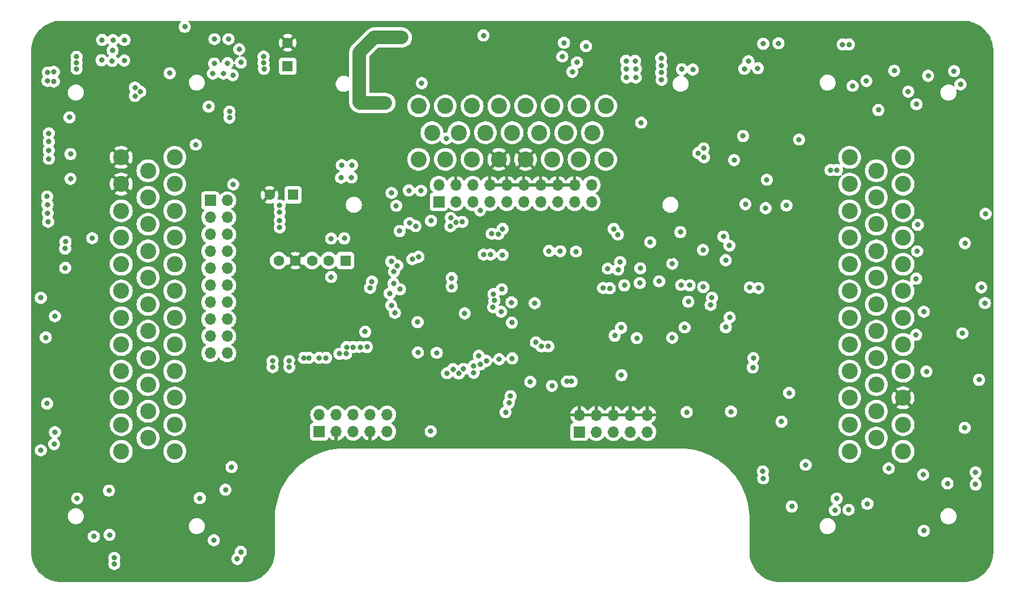
<source format=gbr>
%TF.GenerationSoftware,KiCad,Pcbnew,8.0.5*%
%TF.CreationDate,2024-10-18T05:49:16+03:00*%
%TF.ProjectId,ECUGDI,45435547-4449-42e6-9b69-6361645f7063,rev?*%
%TF.SameCoordinates,Original*%
%TF.FileFunction,Copper,L2,Inr*%
%TF.FilePolarity,Positive*%
%FSLAX46Y46*%
G04 Gerber Fmt 4.6, Leading zero omitted, Abs format (unit mm)*
G04 Created by KiCad (PCBNEW 8.0.5) date 2024-10-18 05:49:16*
%MOMM*%
%LPD*%
G01*
G04 APERTURE LIST*
%TA.AperFunction,ComponentPad*%
%ADD10R,1.700000X1.700000*%
%TD*%
%TA.AperFunction,ComponentPad*%
%ADD11O,1.700000X1.700000*%
%TD*%
%TA.AperFunction,ComponentPad*%
%ADD12R,1.600000X1.600000*%
%TD*%
%TA.AperFunction,ComponentPad*%
%ADD13C,1.600000*%
%TD*%
%TA.AperFunction,ComponentPad*%
%ADD14C,2.400000*%
%TD*%
%TA.AperFunction,ViaPad*%
%ADD15C,0.800000*%
%TD*%
%TA.AperFunction,Conductor*%
%ADD16C,2.000000*%
%TD*%
%TA.AperFunction,Conductor*%
%ADD17C,1.200000*%
%TD*%
G04 APERTURE END LIST*
D10*
%TO.N,/OUT_INJ1_N*%
%TO.C,J13*%
X94310000Y-70450000D03*
D11*
X96850000Y-70450000D03*
%TO.N,/OUT_INJ1_P*%
X94310000Y-72990000D03*
X96850000Y-72990000D03*
%TO.N,/OUT_INJ2_N*%
X94310000Y-75530000D03*
X96850000Y-75530000D03*
%TO.N,/OUT_INJ2_P*%
X94310000Y-78070000D03*
X96850000Y-78070000D03*
%TO.N,/OUT_INJ3_N*%
X94310000Y-80610000D03*
X96850000Y-80610000D03*
%TO.N,/OUT_INJ3_P*%
X94310000Y-83150000D03*
X96850000Y-83150000D03*
%TO.N,/OUT_INJ4_N*%
X94310000Y-85690000D03*
X96850000Y-85690000D03*
%TO.N,/OUT_INJ4_P*%
X94310000Y-88230000D03*
X96850000Y-88230000D03*
%TO.N,/OUT_PUMP_N*%
X94310000Y-90770000D03*
X96850000Y-90770000D03*
%TO.N,/OUT_PUMP_P*%
X94310000Y-93310000D03*
X96850000Y-93310000D03*
%TD*%
D10*
%TO.N,/DRVEN*%
%TO.C,J8*%
X128510000Y-70650000D03*
D11*
%TO.N,/UART_RX*%
X128510000Y-68110000D03*
%TO.N,/RESETB*%
X131050000Y-70650000D03*
%TO.N,GND*%
X131050000Y-68110000D03*
%TO.N,/FLAG_0*%
X133590000Y-70650000D03*
%TO.N,/UART_TX*%
X133590000Y-68110000D03*
%TO.N,/FLAG_1*%
X136130000Y-70650000D03*
%TO.N,GND*%
X136130000Y-68110000D03*
%TO.N,/FLAG_2*%
X138670000Y-70650000D03*
%TO.N,GND*%
X138670000Y-68110000D03*
%TO.N,/AUX_SPI_CS1*%
X141210000Y-70650000D03*
%TO.N,GND*%
X141210000Y-68110000D03*
%TO.N,unconnected-(J8-Pin_13-Pad13)*%
X143750000Y-70650000D03*
%TO.N,GND*%
X143750000Y-68110000D03*
%TO.N,unconnected-(J8-Pin_15-Pad15)*%
X146290000Y-70650000D03*
%TO.N,GND*%
X146290000Y-68110000D03*
%TO.N,unconnected-(J8-Pin_17-Pad17)*%
X148830000Y-70650000D03*
%TO.N,GND*%
X148830000Y-68110000D03*
%TO.N,/OA_1*%
X151370000Y-70650000D03*
%TO.N,/OA_2*%
X151370000Y-68110000D03*
%TD*%
D12*
%TO.N,Net-(D24-A)*%
%TO.C,J12*%
X114550000Y-79450000D03*
D13*
%TO.N,/USB_D-*%
X112050000Y-79450000D03*
%TO.N,/USB_D+*%
X109550000Y-79450000D03*
%TO.N,GND*%
X107050000Y-79450000D03*
%TO.N,/USB_SHIELD*%
X104550000Y-79450000D03*
%TD*%
D10*
%TO.N,/ingect-1*%
%TO.C,J16*%
X110630000Y-105040000D03*
D11*
%TO.N,/ingect-2*%
X110630000Y-102500000D03*
%TO.N,GND*%
X113170000Y-105040000D03*
%TO.N,/ingect-3*%
X113170000Y-102500000D03*
%TO.N,/ingect-4*%
X115710000Y-105040000D03*
%TO.N,/out_pump1_H*%
X115710000Y-102500000D03*
%TO.N,GND*%
X118250000Y-105040000D03*
%TO.N,/out_pump2_H*%
X118250000Y-102500000D03*
%TO.N,/CAN+*%
X120790000Y-105040000D03*
%TO.N,/CAN-*%
X120790000Y-102500000D03*
%TD*%
D10*
%TO.N,+5V*%
%TO.C,J17*%
X149560000Y-105090000D03*
D11*
%TO.N,GND*%
X149560000Y-102550000D03*
%TO.N,+3.3V*%
X152100000Y-105090000D03*
%TO.N,GND*%
X152100000Y-102550000D03*
%TO.N,/12V_MR*%
X154640000Y-105090000D03*
%TO.N,GND*%
X154640000Y-102550000D03*
%TO.N,/12V_MR*%
X157180000Y-105090000D03*
%TO.N,GND*%
X157180000Y-102550000D03*
%TO.N,/12V_MR*%
X159720000Y-105090000D03*
%TO.N,GND*%
X159720000Y-102550000D03*
%TD*%
D14*
%TO.N,/12V_MR*%
%TO.C,J6*%
X125500000Y-64300000D03*
X129500000Y-64300000D03*
X133500000Y-64300000D03*
%TO.N,GND*%
X137500000Y-64300000D03*
X141500000Y-64300000D03*
%TO.N,/AT4*%
X145500000Y-64300000D03*
%TO.N,/AV2*%
X149500000Y-64300000D03*
%TO.N,/AV1*%
X153500000Y-64300000D03*
%TO.N,/12V_IGN*%
X127500000Y-60300000D03*
%TO.N,/HS2*%
X131500000Y-60300000D03*
%TO.N,/CAN+*%
X135500000Y-60300000D03*
%TO.N,/CAN-*%
X139500000Y-60300000D03*
%TO.N,/5V_SENSOR_2*%
X143500000Y-60300000D03*
%TO.N,/12V_start*%
X147500000Y-60300000D03*
X151500000Y-60300000D03*
%TO.N,/HS3*%
X125500000Y-56300000D03*
%TO.N,/CAN2+*%
X129500000Y-56300000D03*
%TO.N,/CAN2-*%
X133500000Y-56300000D03*
%TO.N,/OUT_LS2*%
X137500000Y-56300000D03*
%TO.N,/OUT_LS1*%
X141500000Y-56300000D03*
%TO.N,/L_D*%
X145500000Y-56300000D03*
%TO.N,/R_D*%
X149500000Y-56300000D03*
%TO.N,/DIGITAL_5*%
X153500000Y-56300000D03*
%TD*%
D12*
%TO.N,/12V_MR*%
%TO.C,C55*%
X105900000Y-50350000D03*
D13*
%TO.N,GND*%
X105900000Y-46850000D03*
%TD*%
D14*
%TO.N,GND*%
%TO.C,J4*%
X81000000Y-64000000D03*
X81000000Y-68000000D03*
%TO.N,/HS1*%
X81000000Y-72000000D03*
%TO.N,/HS4*%
X81000000Y-76000000D03*
%TO.N,/IGN5*%
X81000000Y-80000000D03*
%TO.N,/12V_MR*%
X81000000Y-84000000D03*
%TO.N,/IGN7*%
X81000000Y-88000000D03*
%TO.N,/IGN8*%
X81000000Y-92000000D03*
%TO.N,/IGN1*%
X81000000Y-96000000D03*
%TO.N,/IGN2*%
X81000000Y-100000000D03*
%TO.N,/IGN3*%
X81000000Y-104000000D03*
%TO.N,/IGN4*%
X81000000Y-108000000D03*
%TO.N,/LS14*%
X85000000Y-66000000D03*
%TO.N,/LS15*%
X85000000Y-70000000D03*
%TO.N,/LS13*%
X85000000Y-74000000D03*
%TO.N,/LS16*%
X85000000Y-78000000D03*
%TO.N,/IGN6*%
X85000000Y-82000000D03*
%TO.N,/ingect-5*%
X85000000Y-86000000D03*
%TO.N,/ingect-6*%
X85000000Y-90000000D03*
%TO.N,/ingect-7*%
X85000000Y-94000000D03*
%TO.N,/ingect-8*%
X85000000Y-98000000D03*
%TO.N,/ETB1-*%
X85000000Y-102000000D03*
%TO.N,/ETB1+*%
X85000000Y-106000000D03*
%TO.N,/OUT_INJ1_N*%
X89000000Y-64000000D03*
%TO.N,/OUT_INJ1_P*%
X89000000Y-68000000D03*
%TO.N,/OUT_INJ2_N*%
X89000000Y-72000000D03*
%TO.N,/OUT_INJ2_P*%
X89000000Y-76000000D03*
%TO.N,/OUT_INJ3_N*%
X89000000Y-80000000D03*
%TO.N,/OUT_INJ3_P*%
X89000000Y-84000000D03*
%TO.N,/OUT_INJ4_N*%
X89000000Y-88000000D03*
%TO.N,/OUT_INJ4_P*%
X89000000Y-92000000D03*
%TO.N,/OUT_PUMP_N*%
X89000000Y-96000000D03*
%TO.N,/OUT_PUMP_P*%
X89000000Y-100000000D03*
%TO.N,/ETB2-*%
X89000000Y-104000000D03*
%TO.N,/ETB2+*%
X89000000Y-108000000D03*
%TD*%
D12*
%TO.N,Net-(U16-EN)*%
%TO.C,C105*%
X106700000Y-69600000D03*
D13*
%TO.N,GND*%
X103200000Y-69600000D03*
%TD*%
D14*
%TO.N,/DIGITAL_1*%
%TO.C,J5*%
X198000000Y-108000000D03*
%TO.N,/DIGITAL_2*%
X198000000Y-104000000D03*
%TO.N,GND*%
X198000000Y-100000000D03*
%TO.N,/AV10*%
X198000000Y-96000000D03*
%TO.N,/AV9*%
X198000000Y-92000000D03*
%TO.N,/AV8*%
X198000000Y-88000000D03*
%TO.N,/AV5*%
X198000000Y-84000000D03*
%TO.N,/LSU_Bla\u0441k*%
X198000000Y-80000000D03*
%TO.N,/LSU_White*%
X198000000Y-76000000D03*
%TO.N,/AV3*%
X198000000Y-72000000D03*
%TO.N,/KNOCK_1*%
X198000000Y-68000000D03*
%TO.N,/KNOCK_2*%
X198000000Y-64000000D03*
%TO.N,/DIGITAL_4*%
X194000000Y-106000000D03*
%TO.N,/DIGITAL_3*%
X194000000Y-102000000D03*
%TO.N,/EGT+*%
X194000000Y-98000000D03*
%TO.N,/AV11*%
X194000000Y-94000000D03*
%TO.N,/AV7*%
X194000000Y-90000000D03*
%TO.N,/AV6*%
X194000000Y-86000000D03*
%TO.N,/LSU_Red*%
X194000000Y-82000000D03*
%TO.N,/LSU_Green*%
X194000000Y-78000000D03*
%TO.N,/AV4*%
X194000000Y-74000000D03*
%TO.N,/starter*%
X194000000Y-70000000D03*
X194000000Y-66000000D03*
%TO.N,/DIGITAL_6*%
X190000000Y-108000000D03*
%TO.N,/VR1-*%
X190000000Y-104000000D03*
%TO.N,/VR1+*%
X190000000Y-100000000D03*
%TO.N,/EGT-*%
X190000000Y-96000000D03*
%TO.N,/5V_SENSOR_1*%
X190000000Y-92000000D03*
%TO.N,/12V_MR*%
X190000000Y-88000000D03*
%TO.N,/5V_SENSOR_2*%
X190000000Y-84000000D03*
%TO.N,/LSU_Yellow*%
X190000000Y-80000000D03*
%TO.N,/LSU_Grey*%
X190000000Y-76000000D03*
%TO.N,/AT1*%
X190000000Y-72000000D03*
%TO.N,/AT2*%
X190000000Y-68000000D03*
%TO.N,/AT3*%
X190000000Y-64000000D03*
%TD*%
D15*
%TO.N,Net-(BT1-+)*%
X127300000Y-105000000D03*
%TO.N,GND*%
X122650000Y-56900000D03*
X203400000Y-48350000D03*
X101700000Y-118300000D03*
X189400000Y-125000000D03*
X76000000Y-92700000D03*
X122150000Y-66850000D03*
X144850000Y-75300000D03*
X140850000Y-97500000D03*
X92050000Y-121250000D03*
X104850000Y-94850000D03*
X199800000Y-93650000D03*
X83900000Y-115600000D03*
X187350000Y-99350000D03*
X207950000Y-97600000D03*
X130250000Y-90500000D03*
X95050000Y-115250000D03*
X193300000Y-49750000D03*
X168800000Y-50000000D03*
X200000000Y-80750000D03*
X171200000Y-60200000D03*
X141600000Y-102650000D03*
X71200000Y-96550000D03*
X155800000Y-68200000D03*
X160400000Y-58800000D03*
X160750000Y-90300000D03*
X125450000Y-102750000D03*
X102150000Y-65550000D03*
X118050000Y-58750000D03*
X201250000Y-103050000D03*
X102550000Y-98600000D03*
X185150000Y-71450000D03*
X146050000Y-75300000D03*
X195800000Y-125400000D03*
X206900000Y-110908815D03*
X200450000Y-99100000D03*
X92200000Y-103800000D03*
X126350000Y-86300000D03*
X83900000Y-116900000D03*
X95000000Y-118350000D03*
X134500000Y-87150000D03*
X137250000Y-53050000D03*
X167000000Y-106800000D03*
X83900000Y-118050000D03*
X133150000Y-101250000D03*
X196950000Y-118150000D03*
X145450000Y-44100000D03*
X88550000Y-59650000D03*
X166400000Y-54850000D03*
X139168727Y-80649500D03*
X112200000Y-64800000D03*
X155750000Y-85150000D03*
X132400000Y-83800000D03*
X202300000Y-49800000D03*
X163400000Y-95800000D03*
X69450000Y-105450000D03*
X173050000Y-89650000D03*
X123600000Y-67250000D03*
X95050000Y-116750000D03*
X72650000Y-52400000D03*
X210700199Y-90921491D03*
X84950000Y-59750000D03*
X175950000Y-85000000D03*
X195850000Y-56900000D03*
X93550000Y-100150000D03*
X185200000Y-88200000D03*
X168800000Y-49050000D03*
X182150000Y-69400000D03*
X171800000Y-82050000D03*
X187400000Y-100450000D03*
X183250000Y-98400000D03*
X182200000Y-71600000D03*
X183590329Y-62050000D03*
X179450000Y-114950000D03*
X85050000Y-122550000D03*
X125450000Y-104200000D03*
X168600000Y-91000000D03*
X130150000Y-101400000D03*
X172200000Y-62550000D03*
X193350000Y-48500000D03*
X101650000Y-117000000D03*
X166950000Y-53700000D03*
X117000000Y-93500000D03*
X79450000Y-59600000D03*
X163300000Y-78800000D03*
X205800000Y-115000000D03*
X203400000Y-62200000D03*
X105950000Y-58050000D03*
X179100000Y-66100000D03*
X69650000Y-48250000D03*
X157150000Y-89750000D03*
X182600000Y-125000000D03*
X97200000Y-118250000D03*
X206900000Y-109050000D03*
X73900000Y-120100000D03*
X183400000Y-84000000D03*
X74400000Y-76750000D03*
X109200000Y-76600000D03*
X130650000Y-53200000D03*
X177800000Y-53400000D03*
X172800000Y-95850000D03*
X99000000Y-101600000D03*
X81350000Y-115650000D03*
X68150000Y-112350000D03*
X159700000Y-46700000D03*
X81300000Y-117200000D03*
X75300000Y-52400000D03*
X206850000Y-81700000D03*
X132250000Y-53200000D03*
X185300000Y-117000000D03*
X120950000Y-66900000D03*
X70000000Y-88500000D03*
X74550000Y-57150000D03*
X115950000Y-68900000D03*
X123600000Y-66200000D03*
X133155785Y-79050500D03*
X200950000Y-116750000D03*
X142863025Y-87649500D03*
X146700000Y-83350000D03*
X186150000Y-109600000D03*
X181200000Y-87600000D03*
X107200000Y-93800000D03*
X101700000Y-115700000D03*
X208450000Y-83850000D03*
X159600000Y-59800000D03*
X196400000Y-120200000D03*
X166650000Y-79250000D03*
X114650000Y-68950000D03*
X203800000Y-125400000D03*
X159800000Y-75050000D03*
X90350000Y-48450000D03*
X152050000Y-90200000D03*
X136450000Y-102050000D03*
X84950000Y-121300000D03*
X192650000Y-109650000D03*
X100850000Y-54450000D03*
X113150000Y-90024500D03*
X179426943Y-60399500D03*
X210050000Y-102750000D03*
X84550000Y-48500000D03*
X168400000Y-72200000D03*
X181350000Y-117850000D03*
X71150000Y-95500000D03*
X202000000Y-65150000D03*
X146150000Y-80850000D03*
X114250000Y-90024500D03*
X182150000Y-102000000D03*
X159600000Y-61200000D03*
X147600000Y-50200000D03*
X71550000Y-48200000D03*
X158950000Y-47550000D03*
X112800000Y-83700000D03*
X102150000Y-66500000D03*
X163800000Y-68600000D03*
X202250000Y-48350000D03*
X92700000Y-122400000D03*
X127300000Y-52950000D03*
X86350000Y-48250000D03*
X104800000Y-58050000D03*
X166850000Y-52450000D03*
X95150000Y-100150000D03*
X78850000Y-116600000D03*
X208800000Y-53350000D03*
X102150000Y-67500000D03*
X78850000Y-118150000D03*
X203400000Y-49800000D03*
X104800000Y-60000000D03*
X136900000Y-90000000D03*
X133900000Y-50500000D03*
X182050000Y-75800000D03*
X156200000Y-61200000D03*
X126800000Y-45900000D03*
X117050000Y-58750000D03*
X200250000Y-75700000D03*
X194450000Y-48500000D03*
X97200000Y-115200000D03*
X172700000Y-66450000D03*
X92000000Y-48400000D03*
X125450000Y-94799502D03*
X106400000Y-88950000D03*
X209200000Y-68200000D03*
X128250000Y-84350000D03*
X128400000Y-91350000D03*
X124800000Y-67300000D03*
X125100000Y-45800000D03*
X105950000Y-59050000D03*
X202600000Y-56300000D03*
X104800000Y-59050000D03*
X209250000Y-70250000D03*
X106000000Y-60000000D03*
X170300000Y-95750000D03*
X151450000Y-75000000D03*
X104850000Y-96700000D03*
X113550000Y-68950000D03*
X97150000Y-116750000D03*
X194450000Y-49700000D03*
X107194107Y-94794107D03*
X93250000Y-121250000D03*
X164600000Y-106800000D03*
X210800000Y-98950000D03*
X207000000Y-95250000D03*
X189400000Y-119300000D03*
X75200000Y-120100000D03*
%TO.N,/12V_MR*%
X74300000Y-50750000D03*
X98900000Y-123050000D03*
X119150000Y-46000000D03*
X119250000Y-55800000D03*
X79950000Y-124850000D03*
X79950000Y-123950000D03*
X98350000Y-124100000D03*
X70150000Y-60400000D03*
X74300000Y-49850000D03*
X97200000Y-57150000D03*
X118000000Y-55800000D03*
X69950000Y-71100000D03*
X70150000Y-62950000D03*
X121735000Y-46050500D03*
X70900000Y-52650000D03*
X102300000Y-49850000D03*
X168150000Y-62650000D03*
X70150000Y-61650000D03*
X120550000Y-55850000D03*
X70900000Y-51200000D03*
X70050000Y-73650000D03*
X116650000Y-55800000D03*
X74300000Y-48950000D03*
X69900000Y-69850000D03*
X102350000Y-50750000D03*
X167350000Y-63350000D03*
X120450000Y-46000000D03*
X70000000Y-51300000D03*
X83050000Y-53550000D03*
X102300000Y-48900000D03*
X83050000Y-54800000D03*
X97200000Y-58050000D03*
X69950000Y-52550000D03*
X83850000Y-54150000D03*
X70150000Y-64200000D03*
X123005000Y-46050500D03*
X168200000Y-64000000D03*
X70000000Y-72350000D03*
%TO.N,/mcu/nRESET*%
X132400000Y-87350000D03*
%TO.N,+5V*%
X192650000Y-115850000D03*
X92150000Y-62100000D03*
X181350000Y-116250000D03*
X148400000Y-97550000D03*
X179800000Y-103550000D03*
X180950000Y-99250000D03*
X207225000Y-104475000D03*
X204650000Y-112800000D03*
X104700000Y-74500000D03*
X201500000Y-96050000D03*
X177600000Y-67350000D03*
X154700000Y-74700000D03*
X138500000Y-102150000D03*
X147000000Y-48900000D03*
X72600000Y-77650000D03*
X104700000Y-73450000D03*
X147700000Y-97550000D03*
X104700000Y-71200000D03*
X172714829Y-64412500D03*
X72652288Y-76616048D03*
X155800000Y-89500000D03*
X189850000Y-116750000D03*
X199950000Y-82150000D03*
X183425000Y-110025000D03*
X112400000Y-81900000D03*
X201100000Y-119900000D03*
X205640000Y-51090000D03*
X135200000Y-45749500D03*
X207250000Y-76850000D03*
X206873077Y-90326923D03*
X177425000Y-71600000D03*
X196677500Y-51040000D03*
X104700000Y-72200000D03*
%TO.N,/5V_SENSOR_1*%
X188100000Y-65900000D03*
X187150000Y-65900000D03*
X195850000Y-110550500D03*
%TO.N,/5V_SENSOR_2*%
X188950000Y-47100000D03*
X158800000Y-58800000D03*
X189900000Y-47100000D03*
%TO.N,/DIGITAL_5*%
X201003689Y-111488496D03*
%TO.N,/knock/FILTERED_1*%
X200000000Y-56050000D03*
X136624567Y-86416417D03*
%TO.N,/knock/FILTERED_2*%
X194300000Y-56910000D03*
X137850500Y-87099500D03*
%TO.N,/CAN-*%
X154850000Y-90687500D03*
%TO.N,/CAN+*%
X158150000Y-91050000D03*
%TO.N,/mcu/SWDIO*%
X122656085Y-75023286D03*
X121950500Y-87261257D03*
X130450000Y-82060000D03*
%TO.N,/mcu/SWCLK*%
X130450000Y-83330000D03*
%TO.N,/mcu/SD_CS*%
X121736747Y-82897919D03*
X174249500Y-50750000D03*
%TO.N,/mcu/SD_MOSI*%
X121805709Y-81098919D03*
X174850000Y-49600000D03*
%TO.N,/mcu/SD_SCK*%
X121400000Y-79587000D03*
X177075000Y-47000000D03*
%TO.N,/mcu/SD_MISO*%
X122300000Y-80200000D03*
X179350000Y-46925000D03*
%TO.N,/mcu/BOOT0*%
X125350000Y-88650000D03*
%TO.N,/mcu/AV5*%
X139021075Y-100722933D03*
X209375500Y-97293743D03*
%TO.N,/mcu/AV6*%
X139250000Y-99750000D03*
X210250000Y-85800000D03*
%TO.N,/mcu/AV7*%
X201100000Y-87100000D03*
X137550000Y-94200000D03*
%TO.N,/mcu/AV8*%
X199950000Y-90550000D03*
X139499500Y-94087500D03*
%TO.N,/mcu/AV1*%
X133750000Y-96250000D03*
X209711771Y-83466350D03*
%TO.N,/mcu/AV2*%
X210350000Y-72450000D03*
X133750000Y-95200000D03*
%TO.N,/mcu/AV3*%
X134728763Y-94997444D03*
X200200000Y-74100000D03*
%TO.N,/mcu/AV4*%
X135639410Y-94461608D03*
X200100000Y-78050000D03*
%TO.N,/mcu/AV9*%
X208850000Y-112949500D03*
X208850000Y-111150500D03*
%TO.N,/mcu/AT1*%
X144900000Y-92287500D03*
X174399500Y-71000500D03*
%TO.N,/mcu/AT2*%
X143900497Y-92287500D03*
X180550000Y-71200000D03*
%TO.N,/mcu/AT3*%
X143049500Y-91688000D03*
X182433672Y-61338211D03*
%TO.N,/mcu/AT4*%
X137950000Y-83746715D03*
X174050000Y-60800000D03*
%TO.N,/mcu/5V_SENSOR_1_PG*%
X136837893Y-85439945D03*
X198772500Y-54172500D03*
%TO.N,/mcu/5V_SENSOR_2_PG*%
X136700000Y-84450000D03*
X190452500Y-53302500D03*
%TO.N,/LSU_Yellow*%
X155349500Y-80800000D03*
X169188621Y-86099379D03*
%TO.N,/mcu/VR_1*%
X172250000Y-102050000D03*
X165624006Y-102125994D03*
%TO.N,/etb-2/DIS*%
X96600000Y-113750000D03*
X138049500Y-78600000D03*
%TO.N,/etb-1/DIS*%
X136430869Y-75424420D03*
X79150000Y-113875498D03*
%TO.N,/lowside_quad4/IN4*%
X113649500Y-93400000D03*
X94086404Y-56399500D03*
%TO.N,/lowside_quad4/IN3*%
X94700000Y-51469500D03*
X114648931Y-93388175D03*
%TO.N,/lowside_quad4/IN2*%
X114724245Y-92391514D03*
X96300000Y-51469500D03*
%TO.N,/lowside_quad4/IN1*%
X97700000Y-51700000D03*
X115723744Y-92388981D03*
%TO.N,/highside_quad/IN1*%
X121447785Y-69325478D03*
X125850000Y-69000000D03*
%TO.N,Net-(RN13-R4.2)*%
X73400000Y-63500000D03*
X124050000Y-68950000D03*
%TO.N,Net-(RN13-R1.2)*%
X76650000Y-76100000D03*
X122147785Y-71245122D03*
%TO.N,/ign2/IN4*%
X132050500Y-73650000D03*
X69700000Y-90950000D03*
%TO.N,/ign2/IN3*%
X131052663Y-73707650D03*
X71075000Y-87775000D03*
%TO.N,/ign2/IN2*%
X130256456Y-74313378D03*
X68950000Y-85010500D03*
%TO.N,/ign2/IN1*%
X72608158Y-80538062D03*
X127354428Y-73500500D03*
%TO.N,/ign1/IN4*%
X70950500Y-106900000D03*
X125039183Y-74295820D03*
%TO.N,/ign1/IN3*%
X71075000Y-105125000D03*
X124144622Y-73844622D03*
%TO.N,/ign1/IN2*%
X69900000Y-100850000D03*
X118511622Y-82584485D03*
%TO.N,/ign1/IN1*%
X118229111Y-83543231D03*
X68950000Y-107850000D03*
%TO.N,/mcu/DIGITAL2*%
X177067718Y-112046206D03*
X187800000Y-116800000D03*
%TO.N,/mcu/DIGITAL3*%
X188055439Y-115060911D03*
X177005378Y-110994622D03*
%TO.N,/etb-2/DIR*%
X94850000Y-121300000D03*
X137428709Y-75482047D03*
%TO.N,/etb-1/DIR*%
X136250000Y-78550000D03*
X76900000Y-120750000D03*
%TO.N,/etb-1/PWM*%
X74400000Y-115050000D03*
X135250000Y-78550000D03*
%TO.N,/etb-2/PWM*%
X138050500Y-74699500D03*
X97500000Y-110349500D03*
%TO.N,/mcu/DIGITAL1*%
X142867804Y-85826012D03*
X139400000Y-85700000D03*
%TO.N,/mcu/CAN_RX*%
X147250000Y-46850000D03*
X124543253Y-79220216D03*
%TO.N,/mcu/CAN_TX*%
X148500000Y-51200000D03*
X125484792Y-78884792D03*
%TO.N,/ingect-5*%
X110600000Y-94000000D03*
X111650000Y-94000000D03*
%TO.N,/ingect-6*%
X108300500Y-94000000D03*
X109050000Y-94000000D03*
%TO.N,/ingect-7*%
X106150000Y-95400000D03*
X106150000Y-94500000D03*
%TO.N,/ingect-8*%
X103650000Y-94500000D03*
X103650000Y-95400000D03*
%TO.N,/AUX_SPI_CS*%
X155850000Y-96600000D03*
X129750000Y-96300000D03*
%TO.N,/AUX_SPI_MISO*%
X131500000Y-96350000D03*
X175500000Y-95450000D03*
%TO.N,/AUX_SPI_MOSI*%
X132232429Y-95669887D03*
%TO.N,/AUX_SPI_SCK*%
X130650000Y-95700000D03*
X175600000Y-94050500D03*
%TO.N,VDDA*%
X155300000Y-75550000D03*
X171475000Y-89425000D03*
%TO.N,/WDO/LED_GREEN*%
X161500000Y-82550000D03*
X164900000Y-50800000D03*
%TO.N,/WDO/LED_BLUE*%
X166550000Y-50850000D03*
X158600000Y-82800500D03*
%TO.N,/12V_start*%
X150550000Y-47350000D03*
X156550000Y-49550000D03*
X158000000Y-50750000D03*
X158000000Y-52050000D03*
X156600000Y-50750000D03*
X156600000Y-52050000D03*
X157900000Y-49550000D03*
%TO.N,/WDO/Ip_dac*%
X158675500Y-80600000D03*
X163451628Y-79901628D03*
%TO.N,Net-(U35A-+)*%
X172000000Y-77200000D03*
X168100000Y-83400000D03*
%TO.N,/WDO/heater_pwm*%
X156288743Y-83149500D03*
X172050000Y-87950000D03*
%TO.N,Net-(U35B--)*%
X166050500Y-83150000D03*
X169398678Y-85017557D03*
%TO.N,/WDO/Un_sense*%
X155650038Y-79683104D03*
X164800000Y-83100000D03*
%TO.N,/starter*%
X161800000Y-51300000D03*
X161800000Y-49150000D03*
X161850000Y-52400000D03*
X161850000Y-50250000D03*
%TO.N,/out_pump_L2*%
X116750976Y-92400976D03*
X88250000Y-51400000D03*
%TO.N,/out_pump_L1*%
X117775062Y-92374000D03*
X90500000Y-44450500D03*
%TO.N,+3.3V*%
X145000000Y-78000000D03*
X164668128Y-75182372D03*
X129650000Y-61200000D03*
X122700000Y-83750000D03*
X146700000Y-78050000D03*
X134500000Y-93700000D03*
X125965226Y-52884774D03*
X79250000Y-120500000D03*
X176250000Y-50650000D03*
X134700000Y-71950000D03*
X139450000Y-88747183D03*
X165300000Y-89449500D03*
X149050000Y-78100000D03*
X73250000Y-58000000D03*
X117500000Y-90100000D03*
X163450000Y-91000000D03*
X112400000Y-76150000D03*
X97750000Y-68050000D03*
X160150000Y-76700000D03*
X192500000Y-52550000D03*
X165850000Y-85600000D03*
X128200000Y-93250000D03*
X73407969Y-67207969D03*
X114375000Y-76125000D03*
X201750000Y-51800000D03*
X92750000Y-115000000D03*
X125400000Y-93200000D03*
X142200000Y-97600000D03*
X206600000Y-53050000D03*
%TO.N,/OUT_LS1*%
X98900000Y-49800000D03*
X96900000Y-49900000D03*
X98650000Y-47800000D03*
X94900000Y-49950000D03*
X94950000Y-46300000D03*
X97050000Y-46300000D03*
%TO.N,/OUT_LS2*%
X78050000Y-49450000D03*
X79650000Y-49550000D03*
X78125000Y-46425000D03*
X79750000Y-46450000D03*
X81475000Y-46425000D03*
X81475000Y-46425000D03*
X79700000Y-48000000D03*
X81450000Y-49500000D03*
%TO.N,/UART_RX*%
X121174500Y-84363743D03*
%TO.N,/UART_TX*%
X121402465Y-86147535D03*
%TO.N,/12V_IGN*%
X115450000Y-67000000D03*
X145450000Y-98200000D03*
X115550000Y-65150000D03*
X113900000Y-67050000D03*
X114000000Y-65150000D03*
%TO.N,/OUT_Start*%
X130300000Y-73050000D03*
X149200000Y-49800000D03*
%TO.N,/LSU_Green*%
X171100000Y-75850000D03*
X171460500Y-79380872D03*
X175054720Y-83466239D03*
%TO.N,/LSU_Red*%
X176350500Y-83560644D03*
X168050000Y-77850000D03*
%TO.N,/WDO/nRESET_1*%
X153800000Y-80650000D03*
%TO.N,/WDO/SWCLK_1*%
X154098759Y-83588002D03*
%TO.N,/WDO/SWDIO_1*%
X153100000Y-83549500D03*
%TD*%
D16*
%TO.N,/12V_MR*%
X116600000Y-55750000D02*
X116700000Y-55850000D01*
X123005000Y-46050500D02*
X118849500Y-46050500D01*
X116700000Y-55850000D02*
X120550000Y-55850000D01*
D17*
X120500000Y-55800000D02*
X120550000Y-55850000D01*
D16*
X118849500Y-46050500D02*
X116600000Y-48300000D01*
X116600000Y-48300000D02*
X116600000Y-53900000D01*
D17*
X116650000Y-55800000D02*
X120500000Y-55800000D01*
D16*
X116600000Y-53900000D02*
X116600000Y-55750000D01*
X116600000Y-55750000D02*
X116650000Y-55800000D01*
%TD*%
%TA.AperFunction,Conductor*%
%TO.N,GND*%
G36*
X151634075Y-102357007D02*
G01*
X151600000Y-102484174D01*
X151600000Y-102615826D01*
X151634075Y-102742993D01*
X151666988Y-102800000D01*
X149993012Y-102800000D01*
X150025925Y-102742993D01*
X150060000Y-102615826D01*
X150060000Y-102484174D01*
X150025925Y-102357007D01*
X149993012Y-102300000D01*
X151666988Y-102300000D01*
X151634075Y-102357007D01*
G37*
%TD.AperFunction*%
%TA.AperFunction,Conductor*%
G36*
X154174075Y-102357007D02*
G01*
X154140000Y-102484174D01*
X154140000Y-102615826D01*
X154174075Y-102742993D01*
X154206988Y-102800000D01*
X152533012Y-102800000D01*
X152565925Y-102742993D01*
X152600000Y-102615826D01*
X152600000Y-102484174D01*
X152565925Y-102357007D01*
X152533012Y-102300000D01*
X154206988Y-102300000D01*
X154174075Y-102357007D01*
G37*
%TD.AperFunction*%
%TA.AperFunction,Conductor*%
G36*
X156714075Y-102357007D02*
G01*
X156680000Y-102484174D01*
X156680000Y-102615826D01*
X156714075Y-102742993D01*
X156746988Y-102800000D01*
X155073012Y-102800000D01*
X155105925Y-102742993D01*
X155140000Y-102615826D01*
X155140000Y-102484174D01*
X155105925Y-102357007D01*
X155073012Y-102300000D01*
X156746988Y-102300000D01*
X156714075Y-102357007D01*
G37*
%TD.AperFunction*%
%TA.AperFunction,Conductor*%
G36*
X159254075Y-102357007D02*
G01*
X159220000Y-102484174D01*
X159220000Y-102615826D01*
X159254075Y-102742993D01*
X159286988Y-102800000D01*
X157613012Y-102800000D01*
X157645925Y-102742993D01*
X157680000Y-102615826D01*
X157680000Y-102484174D01*
X157645925Y-102357007D01*
X157613012Y-102300000D01*
X159286988Y-102300000D01*
X159254075Y-102357007D01*
G37*
%TD.AperFunction*%
%TA.AperFunction,Conductor*%
G36*
X138204075Y-67917007D02*
G01*
X138170000Y-68044174D01*
X138170000Y-68175826D01*
X138204075Y-68302993D01*
X138236988Y-68360000D01*
X136563012Y-68360000D01*
X136595925Y-68302993D01*
X136630000Y-68175826D01*
X136630000Y-68044174D01*
X136595925Y-67917007D01*
X136563012Y-67860000D01*
X138236988Y-67860000D01*
X138204075Y-67917007D01*
G37*
%TD.AperFunction*%
%TA.AperFunction,Conductor*%
G36*
X140744075Y-67917007D02*
G01*
X140710000Y-68044174D01*
X140710000Y-68175826D01*
X140744075Y-68302993D01*
X140776988Y-68360000D01*
X139103012Y-68360000D01*
X139135925Y-68302993D01*
X139170000Y-68175826D01*
X139170000Y-68044174D01*
X139135925Y-67917007D01*
X139103012Y-67860000D01*
X140776988Y-67860000D01*
X140744075Y-67917007D01*
G37*
%TD.AperFunction*%
%TA.AperFunction,Conductor*%
G36*
X143284075Y-67917007D02*
G01*
X143250000Y-68044174D01*
X143250000Y-68175826D01*
X143284075Y-68302993D01*
X143316988Y-68360000D01*
X141643012Y-68360000D01*
X141675925Y-68302993D01*
X141710000Y-68175826D01*
X141710000Y-68044174D01*
X141675925Y-67917007D01*
X141643012Y-67860000D01*
X143316988Y-67860000D01*
X143284075Y-67917007D01*
G37*
%TD.AperFunction*%
%TA.AperFunction,Conductor*%
G36*
X145824075Y-67917007D02*
G01*
X145790000Y-68044174D01*
X145790000Y-68175826D01*
X145824075Y-68302993D01*
X145856988Y-68360000D01*
X144183012Y-68360000D01*
X144215925Y-68302993D01*
X144250000Y-68175826D01*
X144250000Y-68044174D01*
X144215925Y-67917007D01*
X144183012Y-67860000D01*
X145856988Y-67860000D01*
X145824075Y-67917007D01*
G37*
%TD.AperFunction*%
%TA.AperFunction,Conductor*%
G36*
X148364075Y-67917007D02*
G01*
X148330000Y-68044174D01*
X148330000Y-68175826D01*
X148364075Y-68302993D01*
X148396988Y-68360000D01*
X146723012Y-68360000D01*
X146755925Y-68302993D01*
X146790000Y-68175826D01*
X146790000Y-68044174D01*
X146755925Y-67917007D01*
X146723012Y-67860000D01*
X148396988Y-67860000D01*
X148364075Y-67917007D01*
G37*
%TD.AperFunction*%
%TA.AperFunction,Conductor*%
G36*
X89892128Y-43570185D02*
G01*
X89937883Y-43622989D01*
X89947827Y-43692147D01*
X89918802Y-43755703D01*
X89897976Y-43774817D01*
X89894128Y-43777612D01*
X89767466Y-43918285D01*
X89672821Y-44082215D01*
X89672818Y-44082222D01*
X89614327Y-44262240D01*
X89614326Y-44262244D01*
X89594540Y-44450500D01*
X89614326Y-44638756D01*
X89614327Y-44638759D01*
X89672818Y-44818777D01*
X89672821Y-44818784D01*
X89767467Y-44982716D01*
X89852011Y-45076611D01*
X89894129Y-45123388D01*
X90047265Y-45234648D01*
X90047270Y-45234651D01*
X90220192Y-45311642D01*
X90220197Y-45311644D01*
X90405354Y-45351000D01*
X90405355Y-45351000D01*
X90594644Y-45351000D01*
X90594646Y-45351000D01*
X90779803Y-45311644D01*
X90952730Y-45234651D01*
X91105871Y-45123388D01*
X91232533Y-44982716D01*
X91327179Y-44818784D01*
X91385674Y-44638756D01*
X91405460Y-44450500D01*
X91385674Y-44262244D01*
X91327179Y-44082216D01*
X91232533Y-43918284D01*
X91105871Y-43777612D01*
X91102024Y-43774817D01*
X91059359Y-43719486D01*
X91053381Y-43649872D01*
X91085988Y-43588078D01*
X91146828Y-43553722D01*
X91174911Y-43550500D01*
X206934108Y-43550500D01*
X206997294Y-43550500D01*
X207002702Y-43550617D01*
X207386771Y-43567386D01*
X207397506Y-43568326D01*
X207775971Y-43618152D01*
X207786597Y-43620025D01*
X208159284Y-43702648D01*
X208169710Y-43705442D01*
X208533765Y-43820227D01*
X208543911Y-43823920D01*
X208896578Y-43970000D01*
X208906369Y-43974566D01*
X209244942Y-44150816D01*
X209254309Y-44156223D01*
X209420728Y-44262244D01*
X209576244Y-44361318D01*
X209585105Y-44367523D01*
X209887930Y-44599889D01*
X209896217Y-44606843D01*
X210177635Y-44864715D01*
X210185284Y-44872364D01*
X210443156Y-45153782D01*
X210450110Y-45162069D01*
X210682476Y-45464894D01*
X210688681Y-45473755D01*
X210893775Y-45795689D01*
X210899183Y-45805057D01*
X211075430Y-46143623D01*
X211080002Y-46153427D01*
X211226075Y-46506078D01*
X211229775Y-46516244D01*
X211344554Y-46880278D01*
X211347354Y-46890727D01*
X211429971Y-47263389D01*
X211431849Y-47274042D01*
X211481671Y-47652473D01*
X211482614Y-47663249D01*
X211499382Y-48047297D01*
X211499500Y-48052706D01*
X211499500Y-72405824D01*
X211486505Y-72450078D01*
X211497477Y-72471868D01*
X211499500Y-72494175D01*
X211499500Y-123047293D01*
X211499382Y-123052702D01*
X211482614Y-123436750D01*
X211481671Y-123447526D01*
X211431849Y-123825957D01*
X211429971Y-123836610D01*
X211347354Y-124209272D01*
X211344554Y-124219721D01*
X211229775Y-124583755D01*
X211226075Y-124593921D01*
X211080002Y-124946572D01*
X211075430Y-124956376D01*
X210899183Y-125294942D01*
X210893775Y-125304310D01*
X210688681Y-125626244D01*
X210682476Y-125635105D01*
X210450110Y-125937930D01*
X210443156Y-125946217D01*
X210185284Y-126227635D01*
X210177635Y-126235284D01*
X209896217Y-126493156D01*
X209887930Y-126500110D01*
X209585105Y-126732476D01*
X209576244Y-126738681D01*
X209254310Y-126943775D01*
X209244942Y-126949183D01*
X208906376Y-127125430D01*
X208896572Y-127130002D01*
X208543921Y-127276075D01*
X208533755Y-127279775D01*
X208169721Y-127394554D01*
X208159272Y-127397354D01*
X207786610Y-127479971D01*
X207775957Y-127481849D01*
X207397526Y-127531671D01*
X207386750Y-127532614D01*
X207002703Y-127549382D01*
X206997294Y-127549500D01*
X179502706Y-127549500D01*
X179497297Y-127549382D01*
X179113249Y-127532614D01*
X179102473Y-127531671D01*
X178724042Y-127481849D01*
X178713389Y-127479971D01*
X178340727Y-127397354D01*
X178330278Y-127394554D01*
X177966244Y-127279775D01*
X177956078Y-127276075D01*
X177603427Y-127130002D01*
X177593623Y-127125430D01*
X177255057Y-126949183D01*
X177245689Y-126943775D01*
X176923755Y-126738681D01*
X176914894Y-126732476D01*
X176612069Y-126500110D01*
X176603782Y-126493156D01*
X176322364Y-126235284D01*
X176314715Y-126227635D01*
X176056843Y-125946217D01*
X176049889Y-125937930D01*
X175817523Y-125635105D01*
X175811318Y-125626244D01*
X175606224Y-125304310D01*
X175600816Y-125294942D01*
X175424569Y-124956376D01*
X175419997Y-124946572D01*
X175273920Y-124593911D01*
X175270224Y-124583755D01*
X175155442Y-124219710D01*
X175152648Y-124209284D01*
X175070025Y-123836597D01*
X175068152Y-123825971D01*
X175018326Y-123447506D01*
X175017386Y-123436771D01*
X175000618Y-123052702D01*
X175000500Y-123047293D01*
X175000500Y-119105513D01*
X185499500Y-119105513D01*
X185499500Y-119294486D01*
X185529059Y-119481118D01*
X185587454Y-119660836D01*
X185615485Y-119715849D01*
X185673240Y-119829199D01*
X185784310Y-119982073D01*
X185917927Y-120115690D01*
X186070801Y-120226760D01*
X186150347Y-120267290D01*
X186239163Y-120312545D01*
X186239165Y-120312545D01*
X186239168Y-120312547D01*
X186335497Y-120343846D01*
X186418881Y-120370940D01*
X186605514Y-120400500D01*
X186605519Y-120400500D01*
X186794486Y-120400500D01*
X186981118Y-120370940D01*
X187160832Y-120312547D01*
X187329199Y-120226760D01*
X187482073Y-120115690D01*
X187615690Y-119982073D01*
X187675320Y-119900000D01*
X200194540Y-119900000D01*
X200214326Y-120088256D01*
X200214327Y-120088259D01*
X200272818Y-120268277D01*
X200272821Y-120268284D01*
X200367467Y-120432216D01*
X200442770Y-120515848D01*
X200494129Y-120572888D01*
X200647265Y-120684148D01*
X200647270Y-120684151D01*
X200820192Y-120761142D01*
X200820197Y-120761144D01*
X201005354Y-120800500D01*
X201005355Y-120800500D01*
X201194644Y-120800500D01*
X201194646Y-120800500D01*
X201379803Y-120761144D01*
X201552730Y-120684151D01*
X201705871Y-120572888D01*
X201832533Y-120432216D01*
X201927179Y-120268284D01*
X201985674Y-120088256D01*
X202005460Y-119900000D01*
X201985674Y-119711744D01*
X201927179Y-119531716D01*
X201832533Y-119367784D01*
X201705871Y-119227112D01*
X201705870Y-119227111D01*
X201552734Y-119115851D01*
X201552729Y-119115848D01*
X201379807Y-119038857D01*
X201379802Y-119038855D01*
X201234001Y-119007865D01*
X201194646Y-118999500D01*
X201005354Y-118999500D01*
X200972897Y-119006398D01*
X200820197Y-119038855D01*
X200820192Y-119038857D01*
X200647270Y-119115848D01*
X200647265Y-119115851D01*
X200494129Y-119227111D01*
X200367466Y-119367785D01*
X200272821Y-119531715D01*
X200272818Y-119531722D01*
X200230868Y-119660832D01*
X200214326Y-119711744D01*
X200194540Y-119900000D01*
X187675320Y-119900000D01*
X187726760Y-119829199D01*
X187812547Y-119660832D01*
X187870940Y-119481118D01*
X187888890Y-119367785D01*
X187900500Y-119294486D01*
X187900500Y-119105513D01*
X187870940Y-118918881D01*
X187812545Y-118739163D01*
X187726759Y-118570800D01*
X187615690Y-118417927D01*
X187482073Y-118284310D01*
X187329199Y-118173240D01*
X187304847Y-118160832D01*
X187160836Y-118087454D01*
X186981118Y-118029059D01*
X186794486Y-117999500D01*
X186794481Y-117999500D01*
X186605519Y-117999500D01*
X186605514Y-117999500D01*
X186418881Y-118029059D01*
X186239163Y-118087454D01*
X186070800Y-118173240D01*
X185983579Y-118236610D01*
X185917927Y-118284310D01*
X185917925Y-118284312D01*
X185917924Y-118284312D01*
X185784312Y-118417924D01*
X185784312Y-118417925D01*
X185784310Y-118417927D01*
X185737705Y-118482073D01*
X185673240Y-118570800D01*
X185587454Y-118739163D01*
X185529059Y-118918881D01*
X185499500Y-119105513D01*
X175000500Y-119105513D01*
X175000500Y-117732720D01*
X175000500Y-117732708D01*
X174962185Y-117099283D01*
X174885695Y-116469326D01*
X174845502Y-116250000D01*
X180444540Y-116250000D01*
X180464326Y-116438256D01*
X180464327Y-116438259D01*
X180522818Y-116618277D01*
X180522821Y-116618284D01*
X180617467Y-116782216D01*
X180739659Y-116917924D01*
X180744129Y-116922888D01*
X180897265Y-117034148D01*
X180897270Y-117034151D01*
X181070192Y-117111142D01*
X181070197Y-117111144D01*
X181255354Y-117150500D01*
X181255355Y-117150500D01*
X181444644Y-117150500D01*
X181444646Y-117150500D01*
X181629803Y-117111144D01*
X181802730Y-117034151D01*
X181955871Y-116922888D01*
X182066520Y-116800000D01*
X186894540Y-116800000D01*
X186914326Y-116988256D01*
X186914327Y-116988259D01*
X186972818Y-117168277D01*
X186972821Y-117168284D01*
X187067467Y-117332216D01*
X187145501Y-117418881D01*
X187194129Y-117472888D01*
X187347265Y-117584148D01*
X187347270Y-117584151D01*
X187520192Y-117661142D01*
X187520197Y-117661144D01*
X187705354Y-117700500D01*
X187705355Y-117700500D01*
X187894644Y-117700500D01*
X187894646Y-117700500D01*
X188079803Y-117661144D01*
X188252730Y-117584151D01*
X188405871Y-117472888D01*
X188532533Y-117332216D01*
X188627179Y-117168284D01*
X188685674Y-116988256D01*
X188704307Y-116810967D01*
X188716720Y-116780795D01*
X188710883Y-116769203D01*
X188933278Y-116769203D01*
X188949604Y-116801625D01*
X188950948Y-116810970D01*
X188964326Y-116938256D01*
X188964327Y-116938259D01*
X189022818Y-117118277D01*
X189022821Y-117118284D01*
X189117467Y-117282216D01*
X189240521Y-117418881D01*
X189244129Y-117422888D01*
X189397265Y-117534148D01*
X189397270Y-117534151D01*
X189570192Y-117611142D01*
X189570197Y-117611144D01*
X189755354Y-117650500D01*
X189755355Y-117650500D01*
X189944644Y-117650500D01*
X189944646Y-117650500D01*
X190129803Y-117611144D01*
X190142450Y-117605513D01*
X203599500Y-117605513D01*
X203599500Y-117794486D01*
X203629059Y-117981118D01*
X203687454Y-118160836D01*
X203750368Y-118284310D01*
X203773240Y-118329199D01*
X203884310Y-118482073D01*
X204017927Y-118615690D01*
X204170801Y-118726760D01*
X204250347Y-118767290D01*
X204339163Y-118812545D01*
X204339165Y-118812545D01*
X204339168Y-118812547D01*
X204435497Y-118843846D01*
X204518881Y-118870940D01*
X204705514Y-118900500D01*
X204705519Y-118900500D01*
X204894486Y-118900500D01*
X205081118Y-118870940D01*
X205260832Y-118812547D01*
X205429199Y-118726760D01*
X205582073Y-118615690D01*
X205715690Y-118482073D01*
X205826760Y-118329199D01*
X205912547Y-118160832D01*
X205970940Y-117981118D01*
X206000500Y-117794486D01*
X206000500Y-117605513D01*
X205970940Y-117418881D01*
X205926534Y-117282216D01*
X205912547Y-117239168D01*
X205912545Y-117239165D01*
X205912545Y-117239163D01*
X205850950Y-117118277D01*
X205826760Y-117070801D01*
X205715690Y-116917927D01*
X205582073Y-116784310D01*
X205429199Y-116673240D01*
X205260836Y-116587454D01*
X205081118Y-116529059D01*
X204894486Y-116499500D01*
X204894481Y-116499500D01*
X204705519Y-116499500D01*
X204705514Y-116499500D01*
X204518881Y-116529059D01*
X204339163Y-116587454D01*
X204170800Y-116673240D01*
X204083579Y-116736610D01*
X204017927Y-116784310D01*
X204017925Y-116784312D01*
X204017924Y-116784312D01*
X203884312Y-116917924D01*
X203884312Y-116917925D01*
X203884310Y-116917927D01*
X203880706Y-116922888D01*
X203773240Y-117070800D01*
X203687454Y-117239163D01*
X203629059Y-117418881D01*
X203599500Y-117605513D01*
X190142450Y-117605513D01*
X190302730Y-117534151D01*
X190455871Y-117422888D01*
X190582533Y-117282216D01*
X190677179Y-117118284D01*
X190735674Y-116938256D01*
X190755460Y-116750000D01*
X190735674Y-116561744D01*
X190681112Y-116393823D01*
X190677181Y-116381722D01*
X190677180Y-116381721D01*
X190677179Y-116381716D01*
X190582533Y-116217784D01*
X190455871Y-116077112D01*
X190434719Y-116061744D01*
X190302734Y-115965851D01*
X190302729Y-115965848D01*
X190129807Y-115888857D01*
X190129802Y-115888855D01*
X189984001Y-115857865D01*
X189946998Y-115850000D01*
X191744540Y-115850000D01*
X191764326Y-116038256D01*
X191764327Y-116038259D01*
X191822818Y-116218277D01*
X191822821Y-116218284D01*
X191917467Y-116382216D01*
X191995908Y-116469333D01*
X192044129Y-116522888D01*
X192197265Y-116634148D01*
X192197270Y-116634151D01*
X192370192Y-116711142D01*
X192370197Y-116711144D01*
X192555354Y-116750500D01*
X192555355Y-116750500D01*
X192744644Y-116750500D01*
X192744646Y-116750500D01*
X192929803Y-116711144D01*
X193102730Y-116634151D01*
X193255871Y-116522888D01*
X193382533Y-116382216D01*
X193477179Y-116218284D01*
X193535674Y-116038256D01*
X193555460Y-115850000D01*
X193535674Y-115661744D01*
X193477179Y-115481716D01*
X193382533Y-115317784D01*
X193255871Y-115177112D01*
X193255870Y-115177111D01*
X193102734Y-115065851D01*
X193102729Y-115065848D01*
X192929807Y-114988857D01*
X192929802Y-114988855D01*
X192784001Y-114957865D01*
X192744646Y-114949500D01*
X192555354Y-114949500D01*
X192522897Y-114956398D01*
X192370197Y-114988855D01*
X192370192Y-114988857D01*
X192197270Y-115065848D01*
X192197265Y-115065851D01*
X192044129Y-115177111D01*
X191917466Y-115317785D01*
X191822821Y-115481715D01*
X191822818Y-115481722D01*
X191786621Y-115593127D01*
X191764326Y-115661744D01*
X191744540Y-115850000D01*
X189946998Y-115850000D01*
X189944646Y-115849500D01*
X189755354Y-115849500D01*
X189722897Y-115856398D01*
X189570197Y-115888855D01*
X189570192Y-115888857D01*
X189397270Y-115965848D01*
X189397265Y-115965851D01*
X189244129Y-116077111D01*
X189117466Y-116217785D01*
X189022821Y-116381715D01*
X189022818Y-116381722D01*
X188964327Y-116561740D01*
X188964326Y-116561744D01*
X188956716Y-116634151D01*
X188945693Y-116739029D01*
X188933278Y-116769203D01*
X188710883Y-116769203D01*
X188700395Y-116748374D01*
X188699053Y-116739047D01*
X188685674Y-116611744D01*
X188627179Y-116431716D01*
X188532533Y-116267784D01*
X188405871Y-116127112D01*
X188377793Y-116106712D01*
X188335127Y-116051382D01*
X188329148Y-115981769D01*
X188361754Y-115919974D01*
X188400242Y-115893115D01*
X188435667Y-115877342D01*
X188508169Y-115845062D01*
X188661310Y-115733799D01*
X188787972Y-115593127D01*
X188882618Y-115429195D01*
X188941113Y-115249167D01*
X188960899Y-115060911D01*
X188941113Y-114872655D01*
X188882618Y-114692627D01*
X188787972Y-114528695D01*
X188661310Y-114388023D01*
X188661309Y-114388022D01*
X188508173Y-114276762D01*
X188508168Y-114276759D01*
X188335246Y-114199768D01*
X188335241Y-114199766D01*
X188189440Y-114168776D01*
X188150085Y-114160411D01*
X187960793Y-114160411D01*
X187928336Y-114167309D01*
X187775636Y-114199766D01*
X187775631Y-114199768D01*
X187602709Y-114276759D01*
X187602704Y-114276762D01*
X187449568Y-114388022D01*
X187322905Y-114528696D01*
X187228260Y-114692626D01*
X187228257Y-114692633D01*
X187173310Y-114861744D01*
X187169765Y-114872655D01*
X187149979Y-115060911D01*
X187169765Y-115249167D01*
X187169766Y-115249170D01*
X187228257Y-115429188D01*
X187228260Y-115429195D01*
X187322906Y-115593127D01*
X187407943Y-115687570D01*
X187439743Y-115722888D01*
X187449568Y-115733799D01*
X187477646Y-115754199D01*
X187520311Y-115809527D01*
X187526290Y-115879141D01*
X187493685Y-115940936D01*
X187455197Y-115967795D01*
X187347267Y-116015850D01*
X187347265Y-116015851D01*
X187194129Y-116127111D01*
X187067466Y-116267785D01*
X186972821Y-116431715D01*
X186972818Y-116431722D01*
X186922218Y-116587454D01*
X186914326Y-116611744D01*
X186894540Y-116800000D01*
X182066520Y-116800000D01*
X182082533Y-116782216D01*
X182177179Y-116618284D01*
X182235674Y-116438256D01*
X182255460Y-116250000D01*
X182235674Y-116061744D01*
X182177179Y-115881716D01*
X182082533Y-115717784D01*
X181955871Y-115577112D01*
X181894077Y-115532216D01*
X181802734Y-115465851D01*
X181802729Y-115465848D01*
X181629807Y-115388857D01*
X181629802Y-115388855D01*
X181484001Y-115357865D01*
X181444646Y-115349500D01*
X181255354Y-115349500D01*
X181222897Y-115356398D01*
X181070197Y-115388855D01*
X181070192Y-115388857D01*
X180897270Y-115465848D01*
X180897265Y-115465851D01*
X180744129Y-115577111D01*
X180617466Y-115717785D01*
X180522821Y-115881715D01*
X180522818Y-115881722D01*
X180464327Y-116061740D01*
X180464326Y-116061744D01*
X180444540Y-116250000D01*
X174845502Y-116250000D01*
X174771308Y-115845138D01*
X174619442Y-115228994D01*
X174430652Y-114623144D01*
X174205625Y-114029798D01*
X173945184Y-113451122D01*
X173650278Y-112889226D01*
X173321985Y-112346162D01*
X173164517Y-112118031D01*
X172961501Y-111823911D01*
X172570147Y-111324383D01*
X172570146Y-111324382D01*
X172278004Y-110994622D01*
X176099918Y-110994622D01*
X176119704Y-111182878D01*
X176119705Y-111182881D01*
X176178196Y-111362899D01*
X176178199Y-111362906D01*
X176243969Y-111476824D01*
X176264510Y-111512401D01*
X176280983Y-111580301D01*
X176264511Y-111636399D01*
X176240539Y-111677919D01*
X176240538Y-111677923D01*
X176238981Y-111682716D01*
X176182044Y-111857950D01*
X176162258Y-112046206D01*
X176182044Y-112234462D01*
X176182045Y-112234465D01*
X176240536Y-112414483D01*
X176240539Y-112414490D01*
X176335185Y-112578422D01*
X176461847Y-112719094D01*
X176614983Y-112830354D01*
X176614988Y-112830357D01*
X176787910Y-112907348D01*
X176787915Y-112907350D01*
X176973072Y-112946706D01*
X176973073Y-112946706D01*
X177162362Y-112946706D01*
X177162364Y-112946706D01*
X177347521Y-112907350D01*
X177520448Y-112830357D01*
X177562231Y-112800000D01*
X203744540Y-112800000D01*
X203764326Y-112988256D01*
X203764327Y-112988259D01*
X203822818Y-113168277D01*
X203822821Y-113168284D01*
X203917467Y-113332216D01*
X203962043Y-113381722D01*
X204044129Y-113472888D01*
X204197265Y-113584148D01*
X204197270Y-113584151D01*
X204370192Y-113661142D01*
X204370197Y-113661144D01*
X204555354Y-113700500D01*
X204555355Y-113700500D01*
X204744644Y-113700500D01*
X204744646Y-113700500D01*
X204929803Y-113661144D01*
X205102730Y-113584151D01*
X205255871Y-113472888D01*
X205382533Y-113332216D01*
X205477179Y-113168284D01*
X205535674Y-112988256D01*
X205555460Y-112800000D01*
X205535674Y-112611744D01*
X205477179Y-112431716D01*
X205382533Y-112267784D01*
X205255871Y-112127112D01*
X205202528Y-112088356D01*
X205102734Y-112015851D01*
X205102729Y-112015848D01*
X204929807Y-111938857D01*
X204929802Y-111938855D01*
X204784001Y-111907865D01*
X204744646Y-111899500D01*
X204555354Y-111899500D01*
X204522897Y-111906398D01*
X204370197Y-111938855D01*
X204370192Y-111938857D01*
X204197270Y-112015848D01*
X204197265Y-112015851D01*
X204044129Y-112127111D01*
X203917466Y-112267785D01*
X203822821Y-112431715D01*
X203822818Y-112431722D01*
X203774245Y-112581216D01*
X203764326Y-112611744D01*
X203744540Y-112800000D01*
X177562231Y-112800000D01*
X177673589Y-112719094D01*
X177800251Y-112578422D01*
X177894897Y-112414490D01*
X177953392Y-112234462D01*
X177973178Y-112046206D01*
X177953392Y-111857950D01*
X177894897Y-111677922D01*
X177808584Y-111528424D01*
X177798898Y-111488496D01*
X200098229Y-111488496D01*
X200118015Y-111676752D01*
X200118397Y-111677928D01*
X200176507Y-111856773D01*
X200176510Y-111856780D01*
X200271156Y-112020712D01*
X200366959Y-112127112D01*
X200397818Y-112161384D01*
X200550954Y-112272644D01*
X200550959Y-112272647D01*
X200723881Y-112349638D01*
X200723886Y-112349640D01*
X200909043Y-112388996D01*
X200909044Y-112388996D01*
X201098333Y-112388996D01*
X201098335Y-112388996D01*
X201283492Y-112349640D01*
X201456419Y-112272647D01*
X201609560Y-112161384D01*
X201736222Y-112020712D01*
X201830868Y-111856780D01*
X201889363Y-111676752D01*
X201909149Y-111488496D01*
X201889363Y-111300240D01*
X201840709Y-111150500D01*
X207944540Y-111150500D01*
X207964326Y-111338756D01*
X207964327Y-111338759D01*
X208022818Y-111518777D01*
X208022821Y-111518784D01*
X208117467Y-111682716D01*
X208244129Y-111823388D01*
X208348888Y-111899500D01*
X208397270Y-111934651D01*
X208401922Y-111936722D01*
X208455157Y-111981973D01*
X208475477Y-112048822D01*
X208456431Y-112116045D01*
X208404064Y-112162300D01*
X208401988Y-112163248D01*
X208397270Y-112165349D01*
X208397268Y-112165349D01*
X208397264Y-112165352D01*
X208244129Y-112276611D01*
X208117466Y-112417285D01*
X208022821Y-112581215D01*
X208022818Y-112581222D01*
X207978021Y-112719094D01*
X207964326Y-112761244D01*
X207944540Y-112949500D01*
X207964326Y-113137756D01*
X207964327Y-113137759D01*
X208022818Y-113317777D01*
X208022821Y-113317784D01*
X208117467Y-113481716D01*
X208209700Y-113584151D01*
X208244129Y-113622388D01*
X208397265Y-113733648D01*
X208397270Y-113733651D01*
X208570192Y-113810642D01*
X208570197Y-113810644D01*
X208755354Y-113850000D01*
X208755355Y-113850000D01*
X208944644Y-113850000D01*
X208944646Y-113850000D01*
X209129803Y-113810644D01*
X209302730Y-113733651D01*
X209455871Y-113622388D01*
X209582533Y-113481716D01*
X209677179Y-113317784D01*
X209735674Y-113137756D01*
X209755460Y-112949500D01*
X209735674Y-112761244D01*
X209677179Y-112581216D01*
X209582533Y-112417284D01*
X209455871Y-112276612D01*
X209450414Y-112272647D01*
X209302734Y-112165351D01*
X209302731Y-112165350D01*
X209302730Y-112165349D01*
X209298080Y-112163279D01*
X209244845Y-112118031D01*
X209224522Y-112051182D01*
X209243566Y-111983958D01*
X209295931Y-111937702D01*
X209298042Y-111936738D01*
X209302730Y-111934651D01*
X209455871Y-111823388D01*
X209582533Y-111682716D01*
X209677179Y-111518784D01*
X209735674Y-111338756D01*
X209755460Y-111150500D01*
X209735674Y-110962244D01*
X209677179Y-110782216D01*
X209582533Y-110618284D01*
X209455871Y-110477612D01*
X209455870Y-110477611D01*
X209302734Y-110366351D01*
X209302729Y-110366348D01*
X209129807Y-110289357D01*
X209129802Y-110289355D01*
X208984001Y-110258365D01*
X208944646Y-110250000D01*
X208755354Y-110250000D01*
X208722897Y-110256898D01*
X208570197Y-110289355D01*
X208570192Y-110289357D01*
X208397270Y-110366348D01*
X208397265Y-110366351D01*
X208244129Y-110477611D01*
X208117466Y-110618285D01*
X208022821Y-110782215D01*
X208022818Y-110782222D01*
X207964327Y-110962240D01*
X207964326Y-110962244D01*
X207944540Y-111150500D01*
X201840709Y-111150500D01*
X201830868Y-111120212D01*
X201736222Y-110956280D01*
X201609560Y-110815608D01*
X201600669Y-110809148D01*
X201456423Y-110704347D01*
X201456418Y-110704344D01*
X201283496Y-110627353D01*
X201283491Y-110627351D01*
X201137690Y-110596361D01*
X201098335Y-110587996D01*
X200909043Y-110587996D01*
X200876586Y-110594894D01*
X200723886Y-110627351D01*
X200723881Y-110627353D01*
X200550959Y-110704344D01*
X200550954Y-110704347D01*
X200397818Y-110815607D01*
X200271155Y-110956281D01*
X200176510Y-111120211D01*
X200176507Y-111120218D01*
X200134339Y-111250000D01*
X200118015Y-111300240D01*
X200098229Y-111488496D01*
X177798898Y-111488496D01*
X177792112Y-111460525D01*
X177808586Y-111404424D01*
X177832555Y-111362909D01*
X177832557Y-111362906D01*
X177891052Y-111182878D01*
X177910838Y-110994622D01*
X177891052Y-110806366D01*
X177832887Y-110627353D01*
X177832559Y-110626344D01*
X177832558Y-110626343D01*
X177832557Y-110626338D01*
X177737911Y-110462406D01*
X177611249Y-110321734D01*
X177566686Y-110289357D01*
X177458112Y-110210473D01*
X177458107Y-110210470D01*
X177285185Y-110133479D01*
X177285180Y-110133477D01*
X177139379Y-110102487D01*
X177100024Y-110094122D01*
X176910732Y-110094122D01*
X176878275Y-110101020D01*
X176725575Y-110133477D01*
X176725570Y-110133479D01*
X176552648Y-110210470D01*
X176552643Y-110210473D01*
X176399507Y-110321733D01*
X176272844Y-110462407D01*
X176178199Y-110626337D01*
X176178196Y-110626344D01*
X176127549Y-110782222D01*
X176119704Y-110806366D01*
X176099918Y-110994622D01*
X172278004Y-110994622D01*
X172149343Y-110849394D01*
X172149309Y-110849358D01*
X171700641Y-110400690D01*
X171700605Y-110400656D01*
X171276577Y-110025000D01*
X182519540Y-110025000D01*
X182539326Y-110213256D01*
X182539327Y-110213259D01*
X182597818Y-110393277D01*
X182597821Y-110393284D01*
X182692467Y-110557216D01*
X182755617Y-110627351D01*
X182819129Y-110697888D01*
X182972265Y-110809148D01*
X182972270Y-110809151D01*
X183145192Y-110886142D01*
X183145197Y-110886144D01*
X183330354Y-110925500D01*
X183330355Y-110925500D01*
X183519644Y-110925500D01*
X183519646Y-110925500D01*
X183704803Y-110886144D01*
X183877730Y-110809151D01*
X184030871Y-110697888D01*
X184157533Y-110557216D01*
X184161410Y-110550500D01*
X194944540Y-110550500D01*
X194964326Y-110738756D01*
X194964327Y-110738759D01*
X195022818Y-110918777D01*
X195022821Y-110918784D01*
X195117467Y-111082716D01*
X195207654Y-111182878D01*
X195244129Y-111223388D01*
X195397265Y-111334648D01*
X195397270Y-111334651D01*
X195570192Y-111411642D01*
X195570197Y-111411644D01*
X195755354Y-111451000D01*
X195755355Y-111451000D01*
X195944644Y-111451000D01*
X195944646Y-111451000D01*
X196129803Y-111411644D01*
X196302730Y-111334651D01*
X196455871Y-111223388D01*
X196582533Y-111082716D01*
X196677179Y-110918784D01*
X196735674Y-110738756D01*
X196755460Y-110550500D01*
X196735674Y-110362244D01*
X196677179Y-110182216D01*
X196582533Y-110018284D01*
X196455871Y-109877612D01*
X196399621Y-109836744D01*
X196302734Y-109766351D01*
X196302729Y-109766348D01*
X196129807Y-109689357D01*
X196129802Y-109689355D01*
X195976271Y-109656722D01*
X195944646Y-109650000D01*
X195755354Y-109650000D01*
X195723762Y-109656715D01*
X195570197Y-109689355D01*
X195570192Y-109689357D01*
X195397270Y-109766348D01*
X195397265Y-109766351D01*
X195244129Y-109877611D01*
X195117466Y-110018285D01*
X195022821Y-110182215D01*
X195022818Y-110182222D01*
X194964327Y-110362240D01*
X194964326Y-110362244D01*
X194944540Y-110550500D01*
X184161410Y-110550500D01*
X184252179Y-110393284D01*
X184310674Y-110213256D01*
X184330460Y-110025000D01*
X184310674Y-109836744D01*
X184252179Y-109656716D01*
X184157533Y-109492784D01*
X184030871Y-109352112D01*
X184004885Y-109333232D01*
X183877734Y-109240851D01*
X183877729Y-109240848D01*
X183704807Y-109163857D01*
X183704802Y-109163855D01*
X183559001Y-109132865D01*
X183519646Y-109124500D01*
X183330354Y-109124500D01*
X183297897Y-109131398D01*
X183145197Y-109163855D01*
X183145192Y-109163857D01*
X182972270Y-109240848D01*
X182972265Y-109240851D01*
X182819129Y-109352111D01*
X182692466Y-109492785D01*
X182597821Y-109656715D01*
X182597818Y-109656722D01*
X182539327Y-109836740D01*
X182539326Y-109836744D01*
X182519540Y-110025000D01*
X171276577Y-110025000D01*
X171225617Y-109979853D01*
X171225616Y-109979852D01*
X170726088Y-109588498D01*
X170203853Y-109228025D01*
X170203845Y-109228020D01*
X170203838Y-109228015D01*
X170097704Y-109163855D01*
X169660783Y-108899727D01*
X169660777Y-108899724D01*
X169660774Y-108899722D01*
X169098878Y-108604816D01*
X169098876Y-108604815D01*
X169098872Y-108604813D01*
X168520191Y-108344370D01*
X168124353Y-108194249D01*
X167926856Y-108119348D01*
X167926849Y-108119346D01*
X167926847Y-108119345D01*
X167543839Y-107999995D01*
X188294732Y-107999995D01*
X188294732Y-108000004D01*
X188313777Y-108254154D01*
X188343006Y-108382216D01*
X188370492Y-108502637D01*
X188463607Y-108739888D01*
X188591041Y-108960612D01*
X188749950Y-109159877D01*
X188936783Y-109333232D01*
X189147366Y-109476805D01*
X189147371Y-109476807D01*
X189147372Y-109476808D01*
X189147373Y-109476809D01*
X189269328Y-109535538D01*
X189376992Y-109587387D01*
X189376993Y-109587387D01*
X189376996Y-109587389D01*
X189620542Y-109662513D01*
X189872565Y-109700500D01*
X190127435Y-109700500D01*
X190379458Y-109662513D01*
X190623004Y-109587389D01*
X190852634Y-109476805D01*
X191063217Y-109333232D01*
X191250050Y-109159877D01*
X191408959Y-108960612D01*
X191536393Y-108739888D01*
X191629508Y-108502637D01*
X191686222Y-108254157D01*
X191705268Y-108000000D01*
X191705268Y-107999995D01*
X196294732Y-107999995D01*
X196294732Y-108000004D01*
X196313777Y-108254154D01*
X196343006Y-108382216D01*
X196370492Y-108502637D01*
X196463607Y-108739888D01*
X196591041Y-108960612D01*
X196749950Y-109159877D01*
X196936783Y-109333232D01*
X197147366Y-109476805D01*
X197147371Y-109476807D01*
X197147372Y-109476808D01*
X197147373Y-109476809D01*
X197269328Y-109535538D01*
X197376992Y-109587387D01*
X197376993Y-109587387D01*
X197376996Y-109587389D01*
X197620542Y-109662513D01*
X197872565Y-109700500D01*
X198127435Y-109700500D01*
X198379458Y-109662513D01*
X198623004Y-109587389D01*
X198852634Y-109476805D01*
X199063217Y-109333232D01*
X199250050Y-109159877D01*
X199408959Y-108960612D01*
X199536393Y-108739888D01*
X199629508Y-108502637D01*
X199686222Y-108254157D01*
X199705268Y-108000000D01*
X199700064Y-107930562D01*
X199686222Y-107745845D01*
X199675872Y-107700500D01*
X199629508Y-107497363D01*
X199536393Y-107260112D01*
X199408959Y-107039388D01*
X199250050Y-106840123D01*
X199063217Y-106666768D01*
X198852634Y-106523195D01*
X198852630Y-106523193D01*
X198852627Y-106523191D01*
X198852626Y-106523190D01*
X198623006Y-106412612D01*
X198623008Y-106412612D01*
X198379466Y-106337489D01*
X198379462Y-106337488D01*
X198379458Y-106337487D01*
X198258231Y-106319214D01*
X198127440Y-106299500D01*
X198127435Y-106299500D01*
X197872565Y-106299500D01*
X197872559Y-106299500D01*
X197715609Y-106323157D01*
X197620542Y-106337487D01*
X197620539Y-106337488D01*
X197620533Y-106337489D01*
X197376992Y-106412612D01*
X197147373Y-106523190D01*
X197147372Y-106523191D01*
X197147366Y-106523194D01*
X197147366Y-106523195D01*
X197134868Y-106531716D01*
X196936782Y-106666768D01*
X196749952Y-106840121D01*
X196749950Y-106840123D01*
X196591041Y-107039388D01*
X196463608Y-107260109D01*
X196370492Y-107497362D01*
X196370490Y-107497369D01*
X196313777Y-107745845D01*
X196294732Y-107999995D01*
X191705268Y-107999995D01*
X191700064Y-107930562D01*
X191686222Y-107745845D01*
X191675872Y-107700500D01*
X191629508Y-107497363D01*
X191536393Y-107260112D01*
X191408959Y-107039388D01*
X191250050Y-106840123D01*
X191063217Y-106666768D01*
X190852634Y-106523195D01*
X190852630Y-106523193D01*
X190852627Y-106523191D01*
X190852626Y-106523190D01*
X190623006Y-106412612D01*
X190623008Y-106412612D01*
X190379466Y-106337489D01*
X190379462Y-106337488D01*
X190379458Y-106337487D01*
X190258231Y-106319214D01*
X190127440Y-106299500D01*
X190127435Y-106299500D01*
X189872565Y-106299500D01*
X189872559Y-106299500D01*
X189715609Y-106323157D01*
X189620542Y-106337487D01*
X189620539Y-106337488D01*
X189620533Y-106337489D01*
X189376992Y-106412612D01*
X189147373Y-106523190D01*
X189147372Y-106523191D01*
X189147366Y-106523194D01*
X189147366Y-106523195D01*
X189134868Y-106531716D01*
X188936782Y-106666768D01*
X188749952Y-106840121D01*
X188749950Y-106840123D01*
X188591041Y-107039388D01*
X188463608Y-107260109D01*
X188370492Y-107497362D01*
X188370490Y-107497369D01*
X188313777Y-107745845D01*
X188294732Y-107999995D01*
X167543839Y-107999995D01*
X167321021Y-107930562D01*
X167321005Y-107930557D01*
X166704867Y-107778693D01*
X166704862Y-107778692D01*
X166080674Y-107664305D01*
X166080666Y-107664304D01*
X165450718Y-107587815D01*
X164817300Y-107549500D01*
X164817292Y-107549500D01*
X164565892Y-107549500D01*
X114565892Y-107549500D01*
X114500000Y-107549500D01*
X114182708Y-107549500D01*
X114182699Y-107549500D01*
X113549281Y-107587815D01*
X112919333Y-107664304D01*
X112919330Y-107664304D01*
X112919326Y-107664305D01*
X112474389Y-107745843D01*
X112295132Y-107778693D01*
X111678994Y-107930557D01*
X111678978Y-107930562D01*
X111073152Y-108119345D01*
X110479808Y-108344370D01*
X109901127Y-108604813D01*
X109339216Y-108899727D01*
X108796171Y-109228009D01*
X108796146Y-109228025D01*
X108273911Y-109588498D01*
X107774383Y-109979852D01*
X107774382Y-109979853D01*
X107299394Y-110400656D01*
X107299358Y-110400690D01*
X106850690Y-110849358D01*
X106850656Y-110849394D01*
X106429853Y-111324382D01*
X106429852Y-111324383D01*
X106038498Y-111823911D01*
X105678025Y-112346146D01*
X105678009Y-112346171D01*
X105349727Y-112889216D01*
X105054813Y-113451127D01*
X104794370Y-114029808D01*
X104569345Y-114623152D01*
X104380562Y-115228978D01*
X104380557Y-115228994D01*
X104228693Y-115845132D01*
X104216596Y-115911142D01*
X104119999Y-116438259D01*
X104114304Y-116469333D01*
X104037815Y-117099281D01*
X103999500Y-117732699D01*
X103999500Y-123047293D01*
X103999382Y-123052702D01*
X103982614Y-123436750D01*
X103981671Y-123447526D01*
X103931849Y-123825957D01*
X103929971Y-123836610D01*
X103847354Y-124209272D01*
X103844554Y-124219721D01*
X103729775Y-124583755D01*
X103726075Y-124593921D01*
X103580002Y-124946572D01*
X103575430Y-124956376D01*
X103399183Y-125294942D01*
X103393775Y-125304310D01*
X103188681Y-125626244D01*
X103182476Y-125635105D01*
X102950110Y-125937930D01*
X102943156Y-125946217D01*
X102685284Y-126227635D01*
X102677635Y-126235284D01*
X102396217Y-126493156D01*
X102387930Y-126500110D01*
X102085105Y-126732476D01*
X102076244Y-126738681D01*
X101754310Y-126943775D01*
X101744942Y-126949183D01*
X101406376Y-127125430D01*
X101396572Y-127130002D01*
X101043921Y-127276075D01*
X101033755Y-127279775D01*
X100669721Y-127394554D01*
X100659272Y-127397354D01*
X100286610Y-127479971D01*
X100275957Y-127481849D01*
X99897526Y-127531671D01*
X99886750Y-127532614D01*
X99502703Y-127549382D01*
X99497294Y-127549500D01*
X72002706Y-127549500D01*
X71997297Y-127549382D01*
X71613249Y-127532614D01*
X71602473Y-127531671D01*
X71224042Y-127481849D01*
X71213389Y-127479971D01*
X70840727Y-127397354D01*
X70830278Y-127394554D01*
X70466244Y-127279775D01*
X70456078Y-127276075D01*
X70103427Y-127130002D01*
X70093623Y-127125430D01*
X69755057Y-126949183D01*
X69745689Y-126943775D01*
X69423755Y-126738681D01*
X69414894Y-126732476D01*
X69112069Y-126500110D01*
X69103782Y-126493156D01*
X68822364Y-126235284D01*
X68814715Y-126227635D01*
X68556843Y-125946217D01*
X68549889Y-125937930D01*
X68317523Y-125635105D01*
X68311318Y-125626244D01*
X68106224Y-125304310D01*
X68100816Y-125294942D01*
X67924569Y-124956376D01*
X67919997Y-124946572D01*
X67773920Y-124593911D01*
X67770224Y-124583755D01*
X67655442Y-124219710D01*
X67652648Y-124209284D01*
X67595166Y-123950000D01*
X79044540Y-123950000D01*
X79064326Y-124138256D01*
X79064327Y-124138259D01*
X79122820Y-124318284D01*
X79134204Y-124338001D01*
X79150675Y-124405901D01*
X79134204Y-124461999D01*
X79122820Y-124481715D01*
X79073920Y-124632216D01*
X79064326Y-124661744D01*
X79044540Y-124850000D01*
X79064326Y-125038256D01*
X79064327Y-125038259D01*
X79122818Y-125218277D01*
X79122821Y-125218284D01*
X79217467Y-125382216D01*
X79294587Y-125467866D01*
X79344129Y-125522888D01*
X79497265Y-125634148D01*
X79497270Y-125634151D01*
X79670192Y-125711142D01*
X79670197Y-125711144D01*
X79855354Y-125750500D01*
X79855355Y-125750500D01*
X80044644Y-125750500D01*
X80044646Y-125750500D01*
X80229803Y-125711144D01*
X80402730Y-125634151D01*
X80555871Y-125522888D01*
X80682533Y-125382216D01*
X80777179Y-125218284D01*
X80835674Y-125038256D01*
X80855460Y-124850000D01*
X80835674Y-124661744D01*
X80777179Y-124481716D01*
X80765795Y-124461998D01*
X80749322Y-124394102D01*
X80765794Y-124338001D01*
X80777179Y-124318284D01*
X80835674Y-124138256D01*
X80839695Y-124100000D01*
X97444540Y-124100000D01*
X97464326Y-124288256D01*
X97464327Y-124288259D01*
X97522818Y-124468277D01*
X97522821Y-124468284D01*
X97617467Y-124632216D01*
X97744129Y-124772888D01*
X97897265Y-124884148D01*
X97897270Y-124884151D01*
X98070192Y-124961142D01*
X98070197Y-124961144D01*
X98255354Y-125000500D01*
X98255355Y-125000500D01*
X98444644Y-125000500D01*
X98444646Y-125000500D01*
X98629803Y-124961144D01*
X98802730Y-124884151D01*
X98955871Y-124772888D01*
X99082533Y-124632216D01*
X99177179Y-124468284D01*
X99235674Y-124288256D01*
X99255460Y-124100000D01*
X99242532Y-123977000D01*
X99255101Y-123908274D01*
X99302833Y-123857250D01*
X99315404Y-123850769D01*
X99352730Y-123834151D01*
X99505871Y-123722888D01*
X99632533Y-123582216D01*
X99727179Y-123418284D01*
X99785674Y-123238256D01*
X99805460Y-123050000D01*
X99785674Y-122861744D01*
X99727179Y-122681716D01*
X99632533Y-122517784D01*
X99505871Y-122377112D01*
X99505870Y-122377111D01*
X99352734Y-122265851D01*
X99352729Y-122265848D01*
X99179807Y-122188857D01*
X99179802Y-122188855D01*
X99034001Y-122157865D01*
X98994646Y-122149500D01*
X98805354Y-122149500D01*
X98772897Y-122156398D01*
X98620197Y-122188855D01*
X98620192Y-122188857D01*
X98447270Y-122265848D01*
X98447265Y-122265851D01*
X98294129Y-122377111D01*
X98167466Y-122517785D01*
X98072821Y-122681715D01*
X98072818Y-122681722D01*
X98014327Y-122861740D01*
X98014326Y-122861744D01*
X97994825Y-123047293D01*
X97994540Y-123050000D01*
X98007467Y-123172995D01*
X97994897Y-123241725D01*
X97947165Y-123292748D01*
X97934584Y-123299234D01*
X97897270Y-123315848D01*
X97744129Y-123427111D01*
X97617466Y-123567785D01*
X97522821Y-123731715D01*
X97522818Y-123731722D01*
X97484140Y-123850762D01*
X97464326Y-123911744D01*
X97444540Y-124100000D01*
X80839695Y-124100000D01*
X80855460Y-123950000D01*
X80835674Y-123761744D01*
X80781112Y-123593823D01*
X80777181Y-123581722D01*
X80777180Y-123581721D01*
X80777179Y-123581716D01*
X80682533Y-123417784D01*
X80555871Y-123277112D01*
X80507165Y-123241725D01*
X80402734Y-123165851D01*
X80402729Y-123165848D01*
X80229807Y-123088857D01*
X80229802Y-123088855D01*
X80059710Y-123052702D01*
X80044646Y-123049500D01*
X79855354Y-123049500D01*
X79840290Y-123052702D01*
X79670197Y-123088855D01*
X79670192Y-123088857D01*
X79497270Y-123165848D01*
X79497265Y-123165851D01*
X79344129Y-123277111D01*
X79217466Y-123417785D01*
X79122821Y-123581715D01*
X79122818Y-123581722D01*
X79064327Y-123761740D01*
X79064326Y-123761744D01*
X79044540Y-123950000D01*
X67595166Y-123950000D01*
X67570025Y-123836597D01*
X67568152Y-123825971D01*
X67518326Y-123447506D01*
X67517386Y-123436771D01*
X67500618Y-123052702D01*
X67500500Y-123047293D01*
X67500500Y-120750000D01*
X75994540Y-120750000D01*
X76014326Y-120938256D01*
X76014327Y-120938259D01*
X76072818Y-121118277D01*
X76072821Y-121118284D01*
X76167467Y-121282216D01*
X76273971Y-121400500D01*
X76294129Y-121422888D01*
X76447265Y-121534148D01*
X76447270Y-121534151D01*
X76620192Y-121611142D01*
X76620197Y-121611144D01*
X76805354Y-121650500D01*
X76805355Y-121650500D01*
X76994644Y-121650500D01*
X76994646Y-121650500D01*
X77179803Y-121611144D01*
X77352730Y-121534151D01*
X77505871Y-121422888D01*
X77632533Y-121282216D01*
X77727179Y-121118284D01*
X77785674Y-120938256D01*
X77805460Y-120750000D01*
X77785674Y-120561744D01*
X77765612Y-120500000D01*
X78344540Y-120500000D01*
X78364326Y-120688256D01*
X78364327Y-120688259D01*
X78422818Y-120868277D01*
X78422821Y-120868284D01*
X78517467Y-121032216D01*
X78644129Y-121172888D01*
X78797265Y-121284148D01*
X78797270Y-121284151D01*
X78970192Y-121361142D01*
X78970197Y-121361144D01*
X79155354Y-121400500D01*
X79155355Y-121400500D01*
X79344644Y-121400500D01*
X79344646Y-121400500D01*
X79529803Y-121361144D01*
X79667133Y-121300000D01*
X93944540Y-121300000D01*
X93964326Y-121488256D01*
X93964327Y-121488259D01*
X94022818Y-121668277D01*
X94022821Y-121668284D01*
X94117467Y-121832216D01*
X94244129Y-121972888D01*
X94397265Y-122084148D01*
X94397270Y-122084151D01*
X94570192Y-122161142D01*
X94570197Y-122161144D01*
X94755354Y-122200500D01*
X94755355Y-122200500D01*
X94944644Y-122200500D01*
X94944646Y-122200500D01*
X95129803Y-122161144D01*
X95302730Y-122084151D01*
X95455871Y-121972888D01*
X95582533Y-121832216D01*
X95677179Y-121668284D01*
X95735674Y-121488256D01*
X95755460Y-121300000D01*
X95735674Y-121111744D01*
X95677179Y-120931716D01*
X95582533Y-120767784D01*
X95455871Y-120627112D01*
X95455870Y-120627111D01*
X95302734Y-120515851D01*
X95302729Y-120515848D01*
X95129807Y-120438857D01*
X95129802Y-120438855D01*
X94984001Y-120407865D01*
X94944646Y-120399500D01*
X94755354Y-120399500D01*
X94722897Y-120406398D01*
X94570197Y-120438855D01*
X94570192Y-120438857D01*
X94397270Y-120515848D01*
X94397265Y-120515851D01*
X94244129Y-120627111D01*
X94117466Y-120767785D01*
X94022821Y-120931715D01*
X94022818Y-120931722D01*
X93990166Y-121032216D01*
X93964326Y-121111744D01*
X93944540Y-121300000D01*
X79667133Y-121300000D01*
X79702730Y-121284151D01*
X79855871Y-121172888D01*
X79982533Y-121032216D01*
X80077179Y-120868284D01*
X80135674Y-120688256D01*
X80155460Y-120500000D01*
X80135674Y-120311744D01*
X80077179Y-120131716D01*
X79982533Y-119967784D01*
X79855871Y-119827112D01*
X79855870Y-119827111D01*
X79702734Y-119715851D01*
X79702729Y-119715848D01*
X79529807Y-119638857D01*
X79529802Y-119638855D01*
X79384001Y-119607865D01*
X79344646Y-119599500D01*
X79155354Y-119599500D01*
X79122897Y-119606398D01*
X78970197Y-119638855D01*
X78970192Y-119638857D01*
X78797270Y-119715848D01*
X78797265Y-119715851D01*
X78644129Y-119827111D01*
X78517466Y-119967785D01*
X78422821Y-120131715D01*
X78422818Y-120131722D01*
X78378449Y-120268277D01*
X78364326Y-120311744D01*
X78344540Y-120500000D01*
X77765612Y-120500000D01*
X77727179Y-120381716D01*
X77632533Y-120217784D01*
X77505871Y-120077112D01*
X77505870Y-120077111D01*
X77352734Y-119965851D01*
X77352729Y-119965848D01*
X77179807Y-119888857D01*
X77179802Y-119888855D01*
X77034001Y-119857865D01*
X76994646Y-119849500D01*
X76805354Y-119849500D01*
X76772897Y-119856398D01*
X76620197Y-119888855D01*
X76620192Y-119888857D01*
X76447270Y-119965848D01*
X76447265Y-119965851D01*
X76294129Y-120077111D01*
X76167466Y-120217785D01*
X76072821Y-120381715D01*
X76072818Y-120381722D01*
X76014327Y-120561740D01*
X76014326Y-120561744D01*
X75994540Y-120750000D01*
X67500500Y-120750000D01*
X67500500Y-119105513D01*
X91099500Y-119105513D01*
X91099500Y-119294486D01*
X91129059Y-119481118D01*
X91187454Y-119660836D01*
X91215485Y-119715849D01*
X91273240Y-119829199D01*
X91384310Y-119982073D01*
X91517927Y-120115690D01*
X91670801Y-120226760D01*
X91750347Y-120267290D01*
X91839163Y-120312545D01*
X91839165Y-120312545D01*
X91839168Y-120312547D01*
X91935497Y-120343846D01*
X92018881Y-120370940D01*
X92205514Y-120400500D01*
X92205519Y-120400500D01*
X92394486Y-120400500D01*
X92581118Y-120370940D01*
X92760832Y-120312547D01*
X92929199Y-120226760D01*
X93082073Y-120115690D01*
X93215690Y-119982073D01*
X93326760Y-119829199D01*
X93412547Y-119660832D01*
X93470940Y-119481118D01*
X93488890Y-119367785D01*
X93500500Y-119294486D01*
X93500500Y-119105513D01*
X93470940Y-118918881D01*
X93412545Y-118739163D01*
X93326759Y-118570800D01*
X93215690Y-118417927D01*
X93082073Y-118284310D01*
X92929199Y-118173240D01*
X92904847Y-118160832D01*
X92760836Y-118087454D01*
X92581118Y-118029059D01*
X92394486Y-117999500D01*
X92394481Y-117999500D01*
X92205519Y-117999500D01*
X92205514Y-117999500D01*
X92018881Y-118029059D01*
X91839163Y-118087454D01*
X91670800Y-118173240D01*
X91583579Y-118236610D01*
X91517927Y-118284310D01*
X91517925Y-118284312D01*
X91517924Y-118284312D01*
X91384312Y-118417924D01*
X91384312Y-118417925D01*
X91384310Y-118417927D01*
X91337705Y-118482073D01*
X91273240Y-118570800D01*
X91187454Y-118739163D01*
X91129059Y-118918881D01*
X91099500Y-119105513D01*
X67500500Y-119105513D01*
X67500500Y-117605513D01*
X72999500Y-117605513D01*
X72999500Y-117794486D01*
X73029059Y-117981118D01*
X73087454Y-118160836D01*
X73150368Y-118284310D01*
X73173240Y-118329199D01*
X73284310Y-118482073D01*
X73417927Y-118615690D01*
X73570801Y-118726760D01*
X73650347Y-118767290D01*
X73739163Y-118812545D01*
X73739165Y-118812545D01*
X73739168Y-118812547D01*
X73835497Y-118843846D01*
X73918881Y-118870940D01*
X74105514Y-118900500D01*
X74105519Y-118900500D01*
X74294486Y-118900500D01*
X74481118Y-118870940D01*
X74660832Y-118812547D01*
X74829199Y-118726760D01*
X74982073Y-118615690D01*
X75115690Y-118482073D01*
X75226760Y-118329199D01*
X75312547Y-118160832D01*
X75370940Y-117981118D01*
X75400500Y-117794486D01*
X75400500Y-117605513D01*
X75370940Y-117418881D01*
X75326534Y-117282216D01*
X75312547Y-117239168D01*
X75312545Y-117239165D01*
X75312545Y-117239163D01*
X75250950Y-117118277D01*
X75226760Y-117070801D01*
X75115690Y-116917927D01*
X74982073Y-116784310D01*
X74829199Y-116673240D01*
X74660836Y-116587454D01*
X74481118Y-116529059D01*
X74294486Y-116499500D01*
X74294481Y-116499500D01*
X74105519Y-116499500D01*
X74105514Y-116499500D01*
X73918881Y-116529059D01*
X73739163Y-116587454D01*
X73570800Y-116673240D01*
X73483579Y-116736610D01*
X73417927Y-116784310D01*
X73417925Y-116784312D01*
X73417924Y-116784312D01*
X73284312Y-116917924D01*
X73284312Y-116917925D01*
X73284310Y-116917927D01*
X73280706Y-116922888D01*
X73173240Y-117070800D01*
X73087454Y-117239163D01*
X73029059Y-117418881D01*
X72999500Y-117605513D01*
X67500500Y-117605513D01*
X67500500Y-115050000D01*
X73494540Y-115050000D01*
X73514326Y-115238256D01*
X73514327Y-115238259D01*
X73572818Y-115418277D01*
X73572821Y-115418284D01*
X73667467Y-115582216D01*
X73789533Y-115717784D01*
X73794129Y-115722888D01*
X73947265Y-115834148D01*
X73947270Y-115834151D01*
X74120192Y-115911142D01*
X74120197Y-115911144D01*
X74305354Y-115950500D01*
X74305355Y-115950500D01*
X74494644Y-115950500D01*
X74494646Y-115950500D01*
X74679803Y-115911144D01*
X74852730Y-115834151D01*
X75005871Y-115722888D01*
X75132533Y-115582216D01*
X75227179Y-115418284D01*
X75285674Y-115238256D01*
X75305460Y-115050000D01*
X75300205Y-115000000D01*
X91844540Y-115000000D01*
X91864326Y-115188256D01*
X91864327Y-115188259D01*
X91922818Y-115368277D01*
X91922821Y-115368284D01*
X92017467Y-115532216D01*
X92072310Y-115593125D01*
X92144129Y-115672888D01*
X92297265Y-115784148D01*
X92297270Y-115784151D01*
X92470192Y-115861142D01*
X92470197Y-115861144D01*
X92655354Y-115900500D01*
X92655355Y-115900500D01*
X92844644Y-115900500D01*
X92844646Y-115900500D01*
X93029803Y-115861144D01*
X93202730Y-115784151D01*
X93355871Y-115672888D01*
X93482533Y-115532216D01*
X93577179Y-115368284D01*
X93635674Y-115188256D01*
X93655460Y-115000000D01*
X93635674Y-114811744D01*
X93577179Y-114631716D01*
X93482533Y-114467784D01*
X93355871Y-114327112D01*
X93294077Y-114282216D01*
X93202734Y-114215851D01*
X93202729Y-114215848D01*
X93029807Y-114138857D01*
X93029802Y-114138855D01*
X92884001Y-114107865D01*
X92844646Y-114099500D01*
X92655354Y-114099500D01*
X92622897Y-114106398D01*
X92470197Y-114138855D01*
X92470192Y-114138857D01*
X92297270Y-114215848D01*
X92297265Y-114215851D01*
X92144129Y-114327111D01*
X92017466Y-114467785D01*
X91922821Y-114631715D01*
X91922818Y-114631722D01*
X91864327Y-114811740D01*
X91864326Y-114811744D01*
X91844540Y-115000000D01*
X75300205Y-115000000D01*
X75285674Y-114861744D01*
X75227179Y-114681716D01*
X75132533Y-114517784D01*
X75005871Y-114377112D01*
X74937052Y-114327112D01*
X74852734Y-114265851D01*
X74852729Y-114265848D01*
X74679807Y-114188857D01*
X74679802Y-114188855D01*
X74534001Y-114157865D01*
X74494646Y-114149500D01*
X74305354Y-114149500D01*
X74272897Y-114156398D01*
X74120197Y-114188855D01*
X74120192Y-114188857D01*
X73947270Y-114265848D01*
X73947265Y-114265851D01*
X73794129Y-114377111D01*
X73667466Y-114517785D01*
X73572821Y-114681715D01*
X73572818Y-114681722D01*
X73530573Y-114811740D01*
X73514326Y-114861744D01*
X73494540Y-115050000D01*
X67500500Y-115050000D01*
X67500500Y-113875498D01*
X78244540Y-113875498D01*
X78264326Y-114063754D01*
X78264327Y-114063757D01*
X78322818Y-114243775D01*
X78322821Y-114243782D01*
X78417467Y-114407714D01*
X78516575Y-114517784D01*
X78544129Y-114548386D01*
X78697265Y-114659646D01*
X78697270Y-114659649D01*
X78870192Y-114736640D01*
X78870197Y-114736642D01*
X79055354Y-114775998D01*
X79055355Y-114775998D01*
X79244644Y-114775998D01*
X79244646Y-114775998D01*
X79429803Y-114736642D01*
X79602730Y-114659649D01*
X79755871Y-114548386D01*
X79882533Y-114407714D01*
X79977179Y-114243782D01*
X80035674Y-114063754D01*
X80055460Y-113875498D01*
X80042270Y-113750000D01*
X95694540Y-113750000D01*
X95714326Y-113938256D01*
X95714327Y-113938259D01*
X95772818Y-114118277D01*
X95772821Y-114118284D01*
X95867467Y-114282216D01*
X95980466Y-114407714D01*
X95994129Y-114422888D01*
X96147265Y-114534148D01*
X96147270Y-114534151D01*
X96320192Y-114611142D01*
X96320197Y-114611144D01*
X96505354Y-114650500D01*
X96505355Y-114650500D01*
X96694644Y-114650500D01*
X96694646Y-114650500D01*
X96879803Y-114611144D01*
X97052730Y-114534151D01*
X97205871Y-114422888D01*
X97332533Y-114282216D01*
X97427179Y-114118284D01*
X97485674Y-113938256D01*
X97505460Y-113750000D01*
X97485674Y-113561744D01*
X97427179Y-113381716D01*
X97332533Y-113217784D01*
X97205871Y-113077112D01*
X97205870Y-113077111D01*
X97052734Y-112965851D01*
X97052729Y-112965848D01*
X96879807Y-112888857D01*
X96879802Y-112888855D01*
X96734001Y-112857865D01*
X96694646Y-112849500D01*
X96505354Y-112849500D01*
X96472897Y-112856398D01*
X96320197Y-112888855D01*
X96320192Y-112888857D01*
X96147270Y-112965848D01*
X96147265Y-112965851D01*
X95994129Y-113077111D01*
X95867466Y-113217785D01*
X95772821Y-113381715D01*
X95772818Y-113381722D01*
X95732042Y-113507220D01*
X95714326Y-113561744D01*
X95694540Y-113750000D01*
X80042270Y-113750000D01*
X80035674Y-113687242D01*
X79977179Y-113507214D01*
X79882533Y-113343282D01*
X79755871Y-113202610D01*
X79755870Y-113202609D01*
X79602734Y-113091349D01*
X79602729Y-113091346D01*
X79429807Y-113014355D01*
X79429802Y-113014353D01*
X79284001Y-112983363D01*
X79244646Y-112974998D01*
X79055354Y-112974998D01*
X79022897Y-112981896D01*
X78870197Y-113014353D01*
X78870192Y-113014355D01*
X78697270Y-113091346D01*
X78697265Y-113091349D01*
X78544129Y-113202609D01*
X78417466Y-113343283D01*
X78322821Y-113507213D01*
X78322818Y-113507220D01*
X78264327Y-113687238D01*
X78264326Y-113687242D01*
X78244540Y-113875498D01*
X67500500Y-113875498D01*
X67500500Y-110349500D01*
X96594540Y-110349500D01*
X96614326Y-110537756D01*
X96614327Y-110537759D01*
X96672818Y-110717777D01*
X96672821Y-110717784D01*
X96767467Y-110881716D01*
X96839975Y-110962244D01*
X96894129Y-111022388D01*
X97047265Y-111133648D01*
X97047270Y-111133651D01*
X97220192Y-111210642D01*
X97220197Y-111210644D01*
X97405354Y-111250000D01*
X97405355Y-111250000D01*
X97594644Y-111250000D01*
X97594646Y-111250000D01*
X97779803Y-111210644D01*
X97952730Y-111133651D01*
X98105871Y-111022388D01*
X98232533Y-110881716D01*
X98327179Y-110717784D01*
X98385674Y-110537756D01*
X98405460Y-110349500D01*
X98385674Y-110161244D01*
X98327179Y-109981216D01*
X98232533Y-109817284D01*
X98105871Y-109676612D01*
X98105870Y-109676611D01*
X97952734Y-109565351D01*
X97952729Y-109565348D01*
X97779807Y-109488357D01*
X97779802Y-109488355D01*
X97634001Y-109457365D01*
X97594646Y-109449000D01*
X97405354Y-109449000D01*
X97372897Y-109455898D01*
X97220197Y-109488355D01*
X97220192Y-109488357D01*
X97047270Y-109565348D01*
X97047265Y-109565351D01*
X96894129Y-109676611D01*
X96767466Y-109817285D01*
X96672821Y-109981215D01*
X96672818Y-109981222D01*
X96623347Y-110133479D01*
X96614326Y-110161244D01*
X96594540Y-110349500D01*
X67500500Y-110349500D01*
X67500500Y-107850000D01*
X68044540Y-107850000D01*
X68064326Y-108038256D01*
X68064327Y-108038259D01*
X68122818Y-108218277D01*
X68122821Y-108218284D01*
X68217467Y-108382216D01*
X68325889Y-108502630D01*
X68344129Y-108522888D01*
X68497265Y-108634148D01*
X68497270Y-108634151D01*
X68670192Y-108711142D01*
X68670197Y-108711144D01*
X68855354Y-108750500D01*
X68855355Y-108750500D01*
X69044644Y-108750500D01*
X69044646Y-108750500D01*
X69229803Y-108711144D01*
X69402730Y-108634151D01*
X69555871Y-108522888D01*
X69682533Y-108382216D01*
X69777179Y-108218284D01*
X69835674Y-108038256D01*
X69839695Y-107999995D01*
X79294732Y-107999995D01*
X79294732Y-108000004D01*
X79313777Y-108254154D01*
X79343006Y-108382216D01*
X79370492Y-108502637D01*
X79463607Y-108739888D01*
X79591041Y-108960612D01*
X79749950Y-109159877D01*
X79936783Y-109333232D01*
X80147366Y-109476805D01*
X80147371Y-109476807D01*
X80147372Y-109476808D01*
X80147373Y-109476809D01*
X80269328Y-109535538D01*
X80376992Y-109587387D01*
X80376993Y-109587387D01*
X80376996Y-109587389D01*
X80620542Y-109662513D01*
X80872565Y-109700500D01*
X81127435Y-109700500D01*
X81379458Y-109662513D01*
X81623004Y-109587389D01*
X81852634Y-109476805D01*
X82063217Y-109333232D01*
X82250050Y-109159877D01*
X82408959Y-108960612D01*
X82536393Y-108739888D01*
X82629508Y-108502637D01*
X82686222Y-108254157D01*
X82705268Y-108000000D01*
X82705268Y-107999995D01*
X87294732Y-107999995D01*
X87294732Y-108000004D01*
X87313777Y-108254154D01*
X87343006Y-108382216D01*
X87370492Y-108502637D01*
X87463607Y-108739888D01*
X87591041Y-108960612D01*
X87749950Y-109159877D01*
X87936783Y-109333232D01*
X88147366Y-109476805D01*
X88147371Y-109476807D01*
X88147372Y-109476808D01*
X88147373Y-109476809D01*
X88269328Y-109535538D01*
X88376992Y-109587387D01*
X88376993Y-109587387D01*
X88376996Y-109587389D01*
X88620542Y-109662513D01*
X88872565Y-109700500D01*
X89127435Y-109700500D01*
X89379458Y-109662513D01*
X89623004Y-109587389D01*
X89852634Y-109476805D01*
X90063217Y-109333232D01*
X90250050Y-109159877D01*
X90408959Y-108960612D01*
X90536393Y-108739888D01*
X90629508Y-108502637D01*
X90686222Y-108254157D01*
X90705268Y-108000000D01*
X90700064Y-107930562D01*
X90686222Y-107745845D01*
X90675872Y-107700500D01*
X90629508Y-107497363D01*
X90536393Y-107260112D01*
X90408959Y-107039388D01*
X90250050Y-106840123D01*
X90063217Y-106666768D01*
X89852634Y-106523195D01*
X89852630Y-106523193D01*
X89852627Y-106523191D01*
X89852626Y-106523190D01*
X89623006Y-106412612D01*
X89623008Y-106412612D01*
X89379466Y-106337489D01*
X89379462Y-106337488D01*
X89379458Y-106337487D01*
X89258231Y-106319214D01*
X89127440Y-106299500D01*
X89127435Y-106299500D01*
X88872565Y-106299500D01*
X88872559Y-106299500D01*
X88715609Y-106323157D01*
X88620542Y-106337487D01*
X88620539Y-106337488D01*
X88620533Y-106337489D01*
X88376992Y-106412612D01*
X88147373Y-106523190D01*
X88147372Y-106523191D01*
X88147366Y-106523194D01*
X88147366Y-106523195D01*
X88134868Y-106531716D01*
X87936782Y-106666768D01*
X87749952Y-106840121D01*
X87749950Y-106840123D01*
X87591041Y-107039388D01*
X87463608Y-107260109D01*
X87370492Y-107497362D01*
X87370490Y-107497369D01*
X87313777Y-107745845D01*
X87294732Y-107999995D01*
X82705268Y-107999995D01*
X82700064Y-107930562D01*
X82686222Y-107745845D01*
X82675872Y-107700500D01*
X82629508Y-107497363D01*
X82536393Y-107260112D01*
X82408959Y-107039388D01*
X82250050Y-106840123D01*
X82063217Y-106666768D01*
X81852634Y-106523195D01*
X81852630Y-106523193D01*
X81852627Y-106523191D01*
X81852626Y-106523190D01*
X81623006Y-106412612D01*
X81623008Y-106412612D01*
X81379466Y-106337489D01*
X81379462Y-106337488D01*
X81379458Y-106337487D01*
X81258231Y-106319214D01*
X81127440Y-106299500D01*
X81127435Y-106299500D01*
X80872565Y-106299500D01*
X80872559Y-106299500D01*
X80715609Y-106323157D01*
X80620542Y-106337487D01*
X80620539Y-106337488D01*
X80620533Y-106337489D01*
X80376992Y-106412612D01*
X80147373Y-106523190D01*
X80147372Y-106523191D01*
X80147366Y-106523194D01*
X80147366Y-106523195D01*
X80134868Y-106531716D01*
X79936782Y-106666768D01*
X79749952Y-106840121D01*
X79749950Y-106840123D01*
X79591041Y-107039388D01*
X79463608Y-107260109D01*
X79370492Y-107497362D01*
X79370490Y-107497369D01*
X79313777Y-107745845D01*
X79294732Y-107999995D01*
X69839695Y-107999995D01*
X69855460Y-107850000D01*
X69835674Y-107661744D01*
X69777179Y-107481716D01*
X69682533Y-107317784D01*
X69555871Y-107177112D01*
X69555870Y-107177111D01*
X69402734Y-107065851D01*
X69402729Y-107065848D01*
X69229807Y-106988857D01*
X69229802Y-106988855D01*
X69084001Y-106957865D01*
X69044646Y-106949500D01*
X68855354Y-106949500D01*
X68822897Y-106956398D01*
X68670197Y-106988855D01*
X68670192Y-106988857D01*
X68497270Y-107065848D01*
X68497265Y-107065851D01*
X68344129Y-107177111D01*
X68217466Y-107317785D01*
X68122821Y-107481715D01*
X68122818Y-107481722D01*
X68088347Y-107587815D01*
X68064326Y-107661744D01*
X68044540Y-107850000D01*
X67500500Y-107850000D01*
X67500500Y-106900000D01*
X70045040Y-106900000D01*
X70064826Y-107088256D01*
X70064827Y-107088259D01*
X70123318Y-107268277D01*
X70123321Y-107268284D01*
X70217967Y-107432216D01*
X70323570Y-107549500D01*
X70344629Y-107572888D01*
X70497765Y-107684148D01*
X70497770Y-107684151D01*
X70670692Y-107761142D01*
X70670697Y-107761144D01*
X70855854Y-107800500D01*
X70855855Y-107800500D01*
X71045144Y-107800500D01*
X71045146Y-107800500D01*
X71230303Y-107761144D01*
X71403230Y-107684151D01*
X71556371Y-107572888D01*
X71683033Y-107432216D01*
X71777679Y-107268284D01*
X71836174Y-107088256D01*
X71855960Y-106900000D01*
X71836174Y-106711744D01*
X71777679Y-106531716D01*
X71683033Y-106367784D01*
X71556371Y-106227112D01*
X71514670Y-106196814D01*
X71447893Y-106148298D01*
X71405228Y-106092968D01*
X71399249Y-106023354D01*
X71411574Y-105999995D01*
X83294732Y-105999995D01*
X83294732Y-106000004D01*
X83313777Y-106254154D01*
X83356309Y-106440500D01*
X83370492Y-106502637D01*
X83463607Y-106739888D01*
X83591041Y-106960612D01*
X83749950Y-107159877D01*
X83936783Y-107333232D01*
X84147366Y-107476805D01*
X84147371Y-107476807D01*
X84147372Y-107476808D01*
X84147373Y-107476809D01*
X84269328Y-107535538D01*
X84376992Y-107587387D01*
X84376993Y-107587387D01*
X84376996Y-107587389D01*
X84620542Y-107662513D01*
X84872565Y-107700500D01*
X85127435Y-107700500D01*
X85379458Y-107662513D01*
X85623004Y-107587389D01*
X85842436Y-107481716D01*
X85852626Y-107476809D01*
X85852626Y-107476808D01*
X85852634Y-107476805D01*
X86063217Y-107333232D01*
X86250050Y-107159877D01*
X86408959Y-106960612D01*
X86536393Y-106739888D01*
X86629508Y-106502637D01*
X86686222Y-106254157D01*
X86696586Y-106115851D01*
X86705268Y-106000004D01*
X86705268Y-105999995D01*
X86686222Y-105745845D01*
X86683111Y-105732217D01*
X86629508Y-105497363D01*
X86536393Y-105260112D01*
X86408959Y-105039388D01*
X86250050Y-104840123D01*
X86063217Y-104666768D01*
X85852634Y-104523195D01*
X85852630Y-104523193D01*
X85852627Y-104523191D01*
X85852626Y-104523190D01*
X85623006Y-104412612D01*
X85623008Y-104412612D01*
X85379466Y-104337489D01*
X85379462Y-104337488D01*
X85379458Y-104337487D01*
X85258231Y-104319214D01*
X85127440Y-104299500D01*
X85127435Y-104299500D01*
X84872565Y-104299500D01*
X84872559Y-104299500D01*
X84715609Y-104323157D01*
X84620542Y-104337487D01*
X84620539Y-104337488D01*
X84620533Y-104337489D01*
X84376992Y-104412612D01*
X84147373Y-104523190D01*
X84147372Y-104523191D01*
X83936782Y-104666768D01*
X83749952Y-104840121D01*
X83749950Y-104840123D01*
X83591041Y-105039388D01*
X83463608Y-105260109D01*
X83370492Y-105497362D01*
X83370490Y-105497369D01*
X83313777Y-105745845D01*
X83294732Y-105999995D01*
X71411574Y-105999995D01*
X71431855Y-105961559D01*
X71470339Y-105934703D01*
X71527730Y-105909151D01*
X71680871Y-105797888D01*
X71807533Y-105657216D01*
X71902179Y-105493284D01*
X71960674Y-105313256D01*
X71980460Y-105125000D01*
X71960674Y-104936744D01*
X71902179Y-104756716D01*
X71807533Y-104592784D01*
X71680871Y-104452112D01*
X71680870Y-104452111D01*
X71527734Y-104340851D01*
X71527729Y-104340848D01*
X71354807Y-104263857D01*
X71354802Y-104263855D01*
X71209001Y-104232865D01*
X71169646Y-104224500D01*
X70980354Y-104224500D01*
X70947897Y-104231398D01*
X70795197Y-104263855D01*
X70795192Y-104263857D01*
X70622270Y-104340848D01*
X70622265Y-104340851D01*
X70469129Y-104452111D01*
X70342466Y-104592785D01*
X70247821Y-104756715D01*
X70247818Y-104756722D01*
X70196716Y-104914000D01*
X70189326Y-104936744D01*
X70169540Y-105125000D01*
X70189326Y-105313256D01*
X70189327Y-105313259D01*
X70247818Y-105493277D01*
X70247821Y-105493284D01*
X70342467Y-105657216D01*
X70469129Y-105797888D01*
X70552530Y-105858482D01*
X70577606Y-105876701D01*
X70620271Y-105932031D01*
X70626250Y-106001645D01*
X70593644Y-106063439D01*
X70555157Y-106090298D01*
X70497767Y-106115850D01*
X70497765Y-106115851D01*
X70344629Y-106227111D01*
X70217966Y-106367785D01*
X70123321Y-106531715D01*
X70123318Y-106531722D01*
X70064827Y-106711740D01*
X70064826Y-106711744D01*
X70045040Y-106900000D01*
X67500500Y-106900000D01*
X67500500Y-103999995D01*
X79294732Y-103999995D01*
X79294732Y-104000004D01*
X79313777Y-104254154D01*
X79358959Y-104452111D01*
X79370492Y-104502637D01*
X79378560Y-104523195D01*
X79463608Y-104739890D01*
X79473326Y-104756722D01*
X79591041Y-104960612D01*
X79749950Y-105159877D01*
X79936783Y-105333232D01*
X80147366Y-105476805D01*
X80147371Y-105476807D01*
X80147372Y-105476808D01*
X80147373Y-105476809D01*
X80203139Y-105503664D01*
X80376992Y-105587387D01*
X80376993Y-105587387D01*
X80376996Y-105587389D01*
X80620542Y-105662513D01*
X80872565Y-105700500D01*
X81127435Y-105700500D01*
X81379458Y-105662513D01*
X81623004Y-105587389D01*
X81852634Y-105476805D01*
X82063217Y-105333232D01*
X82250050Y-105159877D01*
X82408959Y-104960612D01*
X82536393Y-104739888D01*
X82629508Y-104502637D01*
X82686222Y-104254157D01*
X82694862Y-104138856D01*
X82705268Y-104000004D01*
X82705268Y-103999995D01*
X87294732Y-103999995D01*
X87294732Y-104000004D01*
X87313777Y-104254154D01*
X87358959Y-104452111D01*
X87370492Y-104502637D01*
X87378560Y-104523195D01*
X87463608Y-104739890D01*
X87473326Y-104756722D01*
X87591041Y-104960612D01*
X87749950Y-105159877D01*
X87936783Y-105333232D01*
X88147366Y-105476805D01*
X88147371Y-105476807D01*
X88147372Y-105476808D01*
X88147373Y-105476809D01*
X88203139Y-105503664D01*
X88376992Y-105587387D01*
X88376993Y-105587387D01*
X88376996Y-105587389D01*
X88620542Y-105662513D01*
X88872565Y-105700500D01*
X89127435Y-105700500D01*
X89379458Y-105662513D01*
X89623004Y-105587389D01*
X89852634Y-105476805D01*
X90063217Y-105333232D01*
X90250050Y-105159877D01*
X90408959Y-104960612D01*
X90536393Y-104739888D01*
X90629508Y-104502637D01*
X90686222Y-104254157D01*
X90694862Y-104138856D01*
X90705268Y-104000004D01*
X90705268Y-103999995D01*
X90686222Y-103745845D01*
X90683596Y-103734341D01*
X90629508Y-103497363D01*
X90536393Y-103260112D01*
X90408959Y-103039388D01*
X90250050Y-102840123D01*
X90063217Y-102666768D01*
X89852634Y-102523195D01*
X89852630Y-102523193D01*
X89852627Y-102523191D01*
X89852626Y-102523190D01*
X89804469Y-102499999D01*
X109274341Y-102499999D01*
X109274341Y-102500000D01*
X109294936Y-102735403D01*
X109294938Y-102735413D01*
X109356094Y-102963655D01*
X109356096Y-102963659D01*
X109356097Y-102963663D01*
X109396357Y-103050000D01*
X109455965Y-103177830D01*
X109455967Y-103177834D01*
X109564281Y-103332521D01*
X109591501Y-103371396D01*
X109591506Y-103371402D01*
X109713430Y-103493326D01*
X109746915Y-103554649D01*
X109741931Y-103624341D01*
X109700059Y-103680274D01*
X109669083Y-103697189D01*
X109537669Y-103746203D01*
X109537664Y-103746206D01*
X109422455Y-103832452D01*
X109422452Y-103832455D01*
X109336206Y-103947664D01*
X109336202Y-103947671D01*
X109285908Y-104082517D01*
X109279501Y-104142116D01*
X109279500Y-104142135D01*
X109279500Y-105937870D01*
X109279501Y-105937876D01*
X109285908Y-105997483D01*
X109336202Y-106132328D01*
X109336206Y-106132335D01*
X109422452Y-106247544D01*
X109422455Y-106247547D01*
X109537664Y-106333793D01*
X109537671Y-106333797D01*
X109672517Y-106384091D01*
X109672516Y-106384091D01*
X109679444Y-106384835D01*
X109732127Y-106390500D01*
X111527872Y-106390499D01*
X111587483Y-106384091D01*
X111722331Y-106333796D01*
X111837546Y-106247546D01*
X111923796Y-106132331D01*
X111923797Y-106132327D01*
X111923800Y-106132323D01*
X111970702Y-106006569D01*
X111973002Y-106000401D01*
X112014872Y-105944468D01*
X112080337Y-105920050D01*
X112148610Y-105934901D01*
X112176865Y-105956053D01*
X112298917Y-106078105D01*
X112492421Y-106213600D01*
X112706507Y-106313429D01*
X112706516Y-106313433D01*
X112920000Y-106370634D01*
X112920000Y-105473012D01*
X112977007Y-105505925D01*
X113104174Y-105540000D01*
X113235826Y-105540000D01*
X113362993Y-105505925D01*
X113420000Y-105473012D01*
X113420000Y-106370633D01*
X113633483Y-106313433D01*
X113633492Y-106313429D01*
X113847578Y-106213600D01*
X114041082Y-106078105D01*
X114208105Y-105911082D01*
X114338119Y-105725405D01*
X114392696Y-105681781D01*
X114462195Y-105674588D01*
X114524549Y-105706110D01*
X114541269Y-105725405D01*
X114671505Y-105911401D01*
X114838599Y-106078495D01*
X114935384Y-106146265D01*
X115032165Y-106214032D01*
X115032167Y-106214033D01*
X115032170Y-106214035D01*
X115246337Y-106313903D01*
X115474592Y-106375063D01*
X115651034Y-106390500D01*
X115709999Y-106395659D01*
X115710000Y-106395659D01*
X115710001Y-106395659D01*
X115768966Y-106390500D01*
X115945408Y-106375063D01*
X116173663Y-106313903D01*
X116387830Y-106214035D01*
X116581401Y-106078495D01*
X116748495Y-105911401D01*
X116878730Y-105725405D01*
X116933307Y-105681781D01*
X117002805Y-105674587D01*
X117065160Y-105706110D01*
X117081879Y-105725405D01*
X117211890Y-105911078D01*
X117378917Y-106078105D01*
X117572421Y-106213600D01*
X117786507Y-106313429D01*
X117786516Y-106313433D01*
X118000000Y-106370634D01*
X118000000Y-105473012D01*
X118057007Y-105505925D01*
X118184174Y-105540000D01*
X118315826Y-105540000D01*
X118442993Y-105505925D01*
X118500000Y-105473012D01*
X118500000Y-106370633D01*
X118713483Y-106313433D01*
X118713492Y-106313429D01*
X118927578Y-106213600D01*
X119121082Y-106078105D01*
X119288105Y-105911082D01*
X119418119Y-105725405D01*
X119472696Y-105681781D01*
X119542195Y-105674588D01*
X119604549Y-105706110D01*
X119621269Y-105725405D01*
X119751505Y-105911401D01*
X119918599Y-106078495D01*
X120015384Y-106146265D01*
X120112165Y-106214032D01*
X120112167Y-106214033D01*
X120112170Y-106214035D01*
X120326337Y-106313903D01*
X120554592Y-106375063D01*
X120731034Y-106390500D01*
X120789999Y-106395659D01*
X120790000Y-106395659D01*
X120790001Y-106395659D01*
X120848966Y-106390500D01*
X121025408Y-106375063D01*
X121253663Y-106313903D01*
X121467830Y-106214035D01*
X121661401Y-106078495D01*
X121828495Y-105911401D01*
X121964035Y-105717830D01*
X122063903Y-105503663D01*
X122125063Y-105275408D01*
X122145659Y-105040000D01*
X122145605Y-105039388D01*
X122142159Y-105000000D01*
X126394540Y-105000000D01*
X126414326Y-105188256D01*
X126414327Y-105188259D01*
X126472818Y-105368277D01*
X126472821Y-105368284D01*
X126567467Y-105532216D01*
X126684787Y-105662513D01*
X126694129Y-105672888D01*
X126847265Y-105784148D01*
X126847270Y-105784151D01*
X127020192Y-105861142D01*
X127020197Y-105861144D01*
X127205354Y-105900500D01*
X127205355Y-105900500D01*
X127394644Y-105900500D01*
X127394646Y-105900500D01*
X127579803Y-105861144D01*
X127752730Y-105784151D01*
X127905871Y-105672888D01*
X128032533Y-105532216D01*
X128127179Y-105368284D01*
X128185674Y-105188256D01*
X128205460Y-105000000D01*
X128185674Y-104811744D01*
X128131112Y-104643823D01*
X128127181Y-104631722D01*
X128127180Y-104631721D01*
X128127179Y-104631716D01*
X128032533Y-104467784D01*
X127905871Y-104327112D01*
X127905870Y-104327111D01*
X127752734Y-104215851D01*
X127752729Y-104215848D01*
X127699470Y-104192135D01*
X148209500Y-104192135D01*
X148209500Y-105987870D01*
X148209501Y-105987876D01*
X148215908Y-106047483D01*
X148266202Y-106182328D01*
X148266206Y-106182335D01*
X148352452Y-106297544D01*
X148352455Y-106297547D01*
X148467664Y-106383793D01*
X148467671Y-106383797D01*
X148602517Y-106434091D01*
X148602516Y-106434091D01*
X148609444Y-106434835D01*
X148662127Y-106440500D01*
X150457872Y-106440499D01*
X150517483Y-106434091D01*
X150652331Y-106383796D01*
X150767546Y-106297546D01*
X150853796Y-106182331D01*
X150902810Y-106050916D01*
X150944681Y-105994984D01*
X151010145Y-105970566D01*
X151078418Y-105985417D01*
X151106673Y-106006569D01*
X151228599Y-106128495D01*
X151325384Y-106196265D01*
X151422165Y-106264032D01*
X151422167Y-106264033D01*
X151422170Y-106264035D01*
X151636337Y-106363903D01*
X151636343Y-106363904D01*
X151636344Y-106363905D01*
X151677980Y-106375061D01*
X151864592Y-106425063D01*
X152041034Y-106440500D01*
X152099999Y-106445659D01*
X152100000Y-106445659D01*
X152100001Y-106445659D01*
X152158966Y-106440500D01*
X152335408Y-106425063D01*
X152563663Y-106363903D01*
X152777830Y-106264035D01*
X152971401Y-106128495D01*
X153138495Y-105961401D01*
X153268425Y-105775842D01*
X153323002Y-105732217D01*
X153392500Y-105725023D01*
X153454855Y-105756546D01*
X153471575Y-105775842D01*
X153601500Y-105961395D01*
X153601505Y-105961401D01*
X153768599Y-106128495D01*
X153865384Y-106196265D01*
X153962165Y-106264032D01*
X153962167Y-106264033D01*
X153962170Y-106264035D01*
X154176337Y-106363903D01*
X154176343Y-106363904D01*
X154176344Y-106363905D01*
X154217980Y-106375061D01*
X154404592Y-106425063D01*
X154581034Y-106440500D01*
X154639999Y-106445659D01*
X154640000Y-106445659D01*
X154640001Y-106445659D01*
X154698966Y-106440500D01*
X154875408Y-106425063D01*
X155103663Y-106363903D01*
X155317830Y-106264035D01*
X155511401Y-106128495D01*
X155678495Y-105961401D01*
X155808425Y-105775842D01*
X155863002Y-105732217D01*
X155932500Y-105725023D01*
X155994855Y-105756546D01*
X156011575Y-105775842D01*
X156141500Y-105961395D01*
X156141505Y-105961401D01*
X156308599Y-106128495D01*
X156405384Y-106196265D01*
X156502165Y-106264032D01*
X156502167Y-106264033D01*
X156502170Y-106264035D01*
X156716337Y-106363903D01*
X156716343Y-106363904D01*
X156716344Y-106363905D01*
X156757980Y-106375061D01*
X156944592Y-106425063D01*
X157121034Y-106440500D01*
X157179999Y-106445659D01*
X157180000Y-106445659D01*
X157180001Y-106445659D01*
X157238966Y-106440500D01*
X157415408Y-106425063D01*
X157643663Y-106363903D01*
X157857830Y-106264035D01*
X158051401Y-106128495D01*
X158218495Y-105961401D01*
X158348425Y-105775842D01*
X158403002Y-105732217D01*
X158472500Y-105725023D01*
X158534855Y-105756546D01*
X158551575Y-105775842D01*
X158681500Y-105961395D01*
X158681505Y-105961401D01*
X158848599Y-106128495D01*
X158945384Y-106196265D01*
X159042165Y-106264032D01*
X159042167Y-106264033D01*
X159042170Y-106264035D01*
X159256337Y-106363903D01*
X159256343Y-106363904D01*
X159256344Y-106363905D01*
X159297980Y-106375061D01*
X159484592Y-106425063D01*
X159661034Y-106440500D01*
X159719999Y-106445659D01*
X159720000Y-106445659D01*
X159720001Y-106445659D01*
X159778966Y-106440500D01*
X159955408Y-106425063D01*
X160183663Y-106363903D01*
X160397830Y-106264035D01*
X160591401Y-106128495D01*
X160719901Y-105999995D01*
X192294732Y-105999995D01*
X192294732Y-106000004D01*
X192313777Y-106254154D01*
X192356309Y-106440500D01*
X192370492Y-106502637D01*
X192463607Y-106739888D01*
X192591041Y-106960612D01*
X192749950Y-107159877D01*
X192936783Y-107333232D01*
X193147366Y-107476805D01*
X193147371Y-107476807D01*
X193147372Y-107476808D01*
X193147373Y-107476809D01*
X193269328Y-107535538D01*
X193376992Y-107587387D01*
X193376993Y-107587387D01*
X193376996Y-107587389D01*
X193620542Y-107662513D01*
X193872565Y-107700500D01*
X194127435Y-107700500D01*
X194379458Y-107662513D01*
X194623004Y-107587389D01*
X194842436Y-107481716D01*
X194852626Y-107476809D01*
X194852626Y-107476808D01*
X194852634Y-107476805D01*
X195063217Y-107333232D01*
X195250050Y-107159877D01*
X195408959Y-106960612D01*
X195536393Y-106739888D01*
X195629508Y-106502637D01*
X195686222Y-106254157D01*
X195696586Y-106115851D01*
X195705268Y-106000004D01*
X195705268Y-105999995D01*
X195686222Y-105745845D01*
X195683111Y-105732217D01*
X195629508Y-105497363D01*
X195536393Y-105260112D01*
X195408959Y-105039388D01*
X195250050Y-104840123D01*
X195063217Y-104666768D01*
X194852634Y-104523195D01*
X194852630Y-104523193D01*
X194852627Y-104523191D01*
X194852626Y-104523190D01*
X194623006Y-104412612D01*
X194623008Y-104412612D01*
X194379466Y-104337489D01*
X194379462Y-104337488D01*
X194379458Y-104337487D01*
X194258231Y-104319214D01*
X194127440Y-104299500D01*
X194127435Y-104299500D01*
X193872565Y-104299500D01*
X193872559Y-104299500D01*
X193715609Y-104323157D01*
X193620542Y-104337487D01*
X193620539Y-104337488D01*
X193620533Y-104337489D01*
X193376992Y-104412612D01*
X193147373Y-104523190D01*
X193147372Y-104523191D01*
X192936782Y-104666768D01*
X192749952Y-104840121D01*
X192749950Y-104840123D01*
X192591041Y-105039388D01*
X192463608Y-105260109D01*
X192370492Y-105497362D01*
X192370490Y-105497369D01*
X192313777Y-105745845D01*
X192294732Y-105999995D01*
X160719901Y-105999995D01*
X160758495Y-105961401D01*
X160894035Y-105767830D01*
X160993903Y-105553663D01*
X161055063Y-105325408D01*
X161075659Y-105090000D01*
X161055063Y-104854592D01*
X161003795Y-104663256D01*
X160993905Y-104626344D01*
X160993904Y-104626343D01*
X160993903Y-104626337D01*
X160894035Y-104412171D01*
X160893315Y-104411142D01*
X160758494Y-104218597D01*
X160591402Y-104051506D01*
X160591401Y-104051505D01*
X160405405Y-103921269D01*
X160361781Y-103866692D01*
X160354588Y-103797193D01*
X160386110Y-103734839D01*
X160405405Y-103718119D01*
X160591082Y-103588105D01*
X160629187Y-103550000D01*
X178894540Y-103550000D01*
X178914326Y-103738256D01*
X178914327Y-103738259D01*
X178972818Y-103918277D01*
X178972821Y-103918284D01*
X179067467Y-104082216D01*
X179166439Y-104192135D01*
X179194129Y-104222888D01*
X179347265Y-104334148D01*
X179347270Y-104334151D01*
X179520192Y-104411142D01*
X179520197Y-104411144D01*
X179705354Y-104450500D01*
X179705355Y-104450500D01*
X179894644Y-104450500D01*
X179894646Y-104450500D01*
X180079803Y-104411144D01*
X180252730Y-104334151D01*
X180405871Y-104222888D01*
X180532533Y-104082216D01*
X180580003Y-103999995D01*
X188294732Y-103999995D01*
X188294732Y-104000004D01*
X188313777Y-104254154D01*
X188358959Y-104452111D01*
X188370492Y-104502637D01*
X188378560Y-104523195D01*
X188463608Y-104739890D01*
X188473326Y-104756722D01*
X188591041Y-104960612D01*
X188749950Y-105159877D01*
X188936783Y-105333232D01*
X189147366Y-105476805D01*
X189147371Y-105476807D01*
X189147372Y-105476808D01*
X189147373Y-105476809D01*
X189203139Y-105503664D01*
X189376992Y-105587387D01*
X189376993Y-105587387D01*
X189376996Y-105587389D01*
X189620542Y-105662513D01*
X189872565Y-105700500D01*
X190127435Y-105700500D01*
X190379458Y-105662513D01*
X190623004Y-105587389D01*
X190852634Y-105476805D01*
X191063217Y-105333232D01*
X191250050Y-105159877D01*
X191408959Y-104960612D01*
X191536393Y-104739888D01*
X191629508Y-104502637D01*
X191686222Y-104254157D01*
X191694862Y-104138856D01*
X191705268Y-104000004D01*
X191705268Y-103999995D01*
X196294732Y-103999995D01*
X196294732Y-104000004D01*
X196313777Y-104254154D01*
X196358959Y-104452111D01*
X196370492Y-104502637D01*
X196378560Y-104523195D01*
X196463608Y-104739890D01*
X196473326Y-104756722D01*
X196591041Y-104960612D01*
X196749950Y-105159877D01*
X196936783Y-105333232D01*
X197147366Y-105476805D01*
X197147371Y-105476807D01*
X197147372Y-105476808D01*
X197147373Y-105476809D01*
X197203139Y-105503664D01*
X197376992Y-105587387D01*
X197376993Y-105587387D01*
X197376996Y-105587389D01*
X197620542Y-105662513D01*
X197872565Y-105700500D01*
X198127435Y-105700500D01*
X198379458Y-105662513D01*
X198623004Y-105587389D01*
X198852634Y-105476805D01*
X199063217Y-105333232D01*
X199250050Y-105159877D01*
X199408959Y-104960612D01*
X199536393Y-104739888D01*
X199629508Y-104502637D01*
X199635816Y-104475000D01*
X206319540Y-104475000D01*
X206339326Y-104663256D01*
X206339327Y-104663259D01*
X206397818Y-104843277D01*
X206397821Y-104843284D01*
X206492467Y-105007216D01*
X206619129Y-105147888D01*
X206772265Y-105259148D01*
X206772270Y-105259151D01*
X206945192Y-105336142D01*
X206945197Y-105336144D01*
X207130354Y-105375500D01*
X207130355Y-105375500D01*
X207319644Y-105375500D01*
X207319646Y-105375500D01*
X207504803Y-105336144D01*
X207677730Y-105259151D01*
X207830871Y-105147888D01*
X207957533Y-105007216D01*
X208052179Y-104843284D01*
X208110674Y-104663256D01*
X208130460Y-104475000D01*
X208110674Y-104286744D01*
X208052179Y-104106716D01*
X207957533Y-103942784D01*
X207830871Y-103802112D01*
X207822742Y-103796206D01*
X207677734Y-103690851D01*
X207677729Y-103690848D01*
X207504807Y-103613857D01*
X207504802Y-103613855D01*
X207359001Y-103582865D01*
X207319646Y-103574500D01*
X207130354Y-103574500D01*
X207097897Y-103581398D01*
X206945197Y-103613855D01*
X206945192Y-103613857D01*
X206772270Y-103690848D01*
X206772265Y-103690851D01*
X206619129Y-103802111D01*
X206492466Y-103942785D01*
X206397821Y-104106715D01*
X206397818Y-104106722D01*
X206346762Y-104263857D01*
X206339326Y-104286744D01*
X206319540Y-104475000D01*
X199635816Y-104475000D01*
X199686222Y-104254157D01*
X199694862Y-104138856D01*
X199705268Y-104000004D01*
X199705268Y-103999995D01*
X199686222Y-103745845D01*
X199683596Y-103734341D01*
X199629508Y-103497363D01*
X199536393Y-103260112D01*
X199408959Y-103039388D01*
X199250050Y-102840123D01*
X199063217Y-102666768D01*
X198852634Y-102523195D01*
X198852630Y-102523193D01*
X198852627Y-102523191D01*
X198852626Y-102523190D01*
X198623006Y-102412612D01*
X198623008Y-102412612D01*
X198379466Y-102337489D01*
X198379462Y-102337488D01*
X198379458Y-102337487D01*
X198258231Y-102319214D01*
X198127440Y-102299500D01*
X198127435Y-102299500D01*
X197872565Y-102299500D01*
X197872559Y-102299500D01*
X197715609Y-102323157D01*
X197620542Y-102337487D01*
X197620539Y-102337488D01*
X197620533Y-102337489D01*
X197376992Y-102412612D01*
X197147373Y-102523190D01*
X197147372Y-102523191D01*
X196936782Y-102666768D01*
X196749952Y-102840121D01*
X196749950Y-102840123D01*
X196591041Y-103039388D01*
X196463608Y-103260109D01*
X196370492Y-103497362D01*
X196370490Y-103497369D01*
X196313777Y-103745845D01*
X196294732Y-103999995D01*
X191705268Y-103999995D01*
X191686222Y-103745845D01*
X191683596Y-103734341D01*
X191629508Y-103497363D01*
X191536393Y-103260112D01*
X191408959Y-103039388D01*
X191250050Y-102840123D01*
X191063217Y-102666768D01*
X190852634Y-102523195D01*
X190852630Y-102523193D01*
X190852627Y-102523191D01*
X190852626Y-102523190D01*
X190623006Y-102412612D01*
X190623008Y-102412612D01*
X190379466Y-102337489D01*
X190379462Y-102337488D01*
X190379458Y-102337487D01*
X190258231Y-102319214D01*
X190127440Y-102299500D01*
X190127435Y-102299500D01*
X189872565Y-102299500D01*
X189872559Y-102299500D01*
X189715609Y-102323157D01*
X189620542Y-102337487D01*
X189620539Y-102337488D01*
X189620533Y-102337489D01*
X189376992Y-102412612D01*
X189147373Y-102523190D01*
X189147372Y-102523191D01*
X188936782Y-102666768D01*
X188749952Y-102840121D01*
X188749950Y-102840123D01*
X188591041Y-103039388D01*
X188463608Y-103260109D01*
X188370492Y-103497362D01*
X188370490Y-103497369D01*
X188313777Y-103745845D01*
X188294732Y-103999995D01*
X180580003Y-103999995D01*
X180627179Y-103918284D01*
X180685674Y-103738256D01*
X180705460Y-103550000D01*
X180685674Y-103361744D01*
X180627179Y-103181716D01*
X180532533Y-103017784D01*
X180405871Y-102877112D01*
X180354960Y-102840123D01*
X180252734Y-102765851D01*
X180252729Y-102765848D01*
X180079807Y-102688857D01*
X180079802Y-102688855D01*
X179934001Y-102657865D01*
X179894646Y-102649500D01*
X179705354Y-102649500D01*
X179672897Y-102656398D01*
X179520197Y-102688855D01*
X179520192Y-102688857D01*
X179347270Y-102765848D01*
X179347265Y-102765851D01*
X179194129Y-102877111D01*
X179067466Y-103017785D01*
X178972821Y-103181715D01*
X178972818Y-103181722D01*
X178947349Y-103260109D01*
X178914326Y-103361744D01*
X178894540Y-103550000D01*
X160629187Y-103550000D01*
X160758105Y-103421082D01*
X160893600Y-103227578D01*
X160993429Y-103013492D01*
X160993432Y-103013486D01*
X161050636Y-102800000D01*
X160153012Y-102800000D01*
X160185925Y-102742993D01*
X160220000Y-102615826D01*
X160220000Y-102484174D01*
X160185925Y-102357007D01*
X160153012Y-102300000D01*
X161050636Y-102300000D01*
X161050635Y-102299999D01*
X161004011Y-102125994D01*
X164718546Y-102125994D01*
X164738332Y-102314250D01*
X164738333Y-102314253D01*
X164796824Y-102494271D01*
X164796827Y-102494278D01*
X164891473Y-102658210D01*
X164967812Y-102742993D01*
X165018135Y-102798882D01*
X165171271Y-102910142D01*
X165171276Y-102910145D01*
X165344198Y-102987136D01*
X165344203Y-102987138D01*
X165529360Y-103026494D01*
X165529361Y-103026494D01*
X165718650Y-103026494D01*
X165718652Y-103026494D01*
X165903809Y-102987138D01*
X166076736Y-102910145D01*
X166229877Y-102798882D01*
X166356539Y-102658210D01*
X166451185Y-102494278D01*
X166509680Y-102314250D01*
X166529466Y-102125994D01*
X166521479Y-102050000D01*
X171344540Y-102050000D01*
X171364326Y-102238256D01*
X171364327Y-102238259D01*
X171422818Y-102418277D01*
X171422821Y-102418284D01*
X171517467Y-102582216D01*
X171613487Y-102688857D01*
X171644129Y-102722888D01*
X171797265Y-102834148D01*
X171797270Y-102834151D01*
X171970192Y-102911142D01*
X171970197Y-102911144D01*
X172155354Y-102950500D01*
X172155355Y-102950500D01*
X172344644Y-102950500D01*
X172344646Y-102950500D01*
X172529803Y-102911144D01*
X172702730Y-102834151D01*
X172855871Y-102722888D01*
X172982533Y-102582216D01*
X173077179Y-102418284D01*
X173135674Y-102238256D01*
X173155460Y-102050000D01*
X173150204Y-101999995D01*
X192294732Y-101999995D01*
X192294732Y-102000004D01*
X192313777Y-102254154D01*
X192369889Y-102499999D01*
X192370492Y-102502637D01*
X192463607Y-102739888D01*
X192591041Y-102960612D01*
X192749950Y-103159877D01*
X192936783Y-103333232D01*
X193147366Y-103476805D01*
X193147371Y-103476807D01*
X193147372Y-103476808D01*
X193147373Y-103476809D01*
X193240342Y-103521580D01*
X193376992Y-103587387D01*
X193376993Y-103587387D01*
X193376996Y-103587389D01*
X193620542Y-103662513D01*
X193872565Y-103700500D01*
X194127435Y-103700500D01*
X194379458Y-103662513D01*
X194623004Y-103587389D01*
X194852634Y-103476805D01*
X195063217Y-103333232D01*
X195250050Y-103159877D01*
X195408959Y-102960612D01*
X195536393Y-102739888D01*
X195629508Y-102502637D01*
X195686222Y-102254157D01*
X195701521Y-102050000D01*
X195705268Y-102000004D01*
X195705268Y-101999995D01*
X195686222Y-101745845D01*
X195678301Y-101711142D01*
X195629508Y-101497363D01*
X195536393Y-101260112D01*
X195408959Y-101039388D01*
X195250050Y-100840123D01*
X195063217Y-100666768D01*
X194852634Y-100523195D01*
X194852630Y-100523193D01*
X194852627Y-100523191D01*
X194852626Y-100523190D01*
X194623006Y-100412612D01*
X194623008Y-100412612D01*
X194379466Y-100337489D01*
X194379462Y-100337488D01*
X194379458Y-100337487D01*
X194248746Y-100317785D01*
X194127440Y-100299500D01*
X194127435Y-100299500D01*
X193872565Y-100299500D01*
X193872559Y-100299500D01*
X193715609Y-100323157D01*
X193620542Y-100337487D01*
X193620539Y-100337488D01*
X193620533Y-100337489D01*
X193376992Y-100412612D01*
X193147373Y-100523190D01*
X193147372Y-100523191D01*
X192936782Y-100666768D01*
X192749952Y-100840121D01*
X192749950Y-100840123D01*
X192591041Y-101039388D01*
X192463608Y-101260109D01*
X192370492Y-101497362D01*
X192370490Y-101497369D01*
X192313777Y-101745845D01*
X192294732Y-101999995D01*
X173150204Y-101999995D01*
X173135674Y-101861744D01*
X173077179Y-101681716D01*
X172982533Y-101517784D01*
X172855871Y-101377112D01*
X172854890Y-101376399D01*
X172702734Y-101265851D01*
X172702729Y-101265848D01*
X172529807Y-101188857D01*
X172529802Y-101188855D01*
X172384001Y-101157865D01*
X172344646Y-101149500D01*
X172155354Y-101149500D01*
X172122897Y-101156398D01*
X171970197Y-101188855D01*
X171970192Y-101188857D01*
X171797270Y-101265848D01*
X171797265Y-101265851D01*
X171644129Y-101377111D01*
X171517466Y-101517785D01*
X171422821Y-101681715D01*
X171422818Y-101681722D01*
X171377184Y-101822171D01*
X171364326Y-101861744D01*
X171344540Y-102050000D01*
X166521479Y-102050000D01*
X166509680Y-101937738D01*
X166451185Y-101757710D01*
X166356539Y-101593778D01*
X166229877Y-101453106D01*
X166151031Y-101395821D01*
X166076740Y-101341845D01*
X166076735Y-101341842D01*
X165903813Y-101264851D01*
X165903808Y-101264849D01*
X165758007Y-101233859D01*
X165718652Y-101225494D01*
X165529360Y-101225494D01*
X165496903Y-101232392D01*
X165344203Y-101264849D01*
X165344198Y-101264851D01*
X165171276Y-101341842D01*
X165171271Y-101341845D01*
X165018135Y-101453105D01*
X164891472Y-101593779D01*
X164796827Y-101757709D01*
X164796824Y-101757716D01*
X164738333Y-101937734D01*
X164738332Y-101937738D01*
X164718546Y-102125994D01*
X161004011Y-102125994D01*
X160993432Y-102086513D01*
X160993429Y-102086507D01*
X160893600Y-101872422D01*
X160893599Y-101872420D01*
X160758113Y-101678926D01*
X160758108Y-101678920D01*
X160591082Y-101511894D01*
X160397578Y-101376399D01*
X160183492Y-101276570D01*
X160183486Y-101276567D01*
X159970000Y-101219364D01*
X159970000Y-102116988D01*
X159912993Y-102084075D01*
X159785826Y-102050000D01*
X159654174Y-102050000D01*
X159527007Y-102084075D01*
X159470000Y-102116988D01*
X159470000Y-101219364D01*
X159469999Y-101219364D01*
X159256513Y-101276567D01*
X159256507Y-101276570D01*
X159042422Y-101376399D01*
X159042420Y-101376400D01*
X158848926Y-101511886D01*
X158848920Y-101511891D01*
X158681891Y-101678920D01*
X158681890Y-101678922D01*
X158551575Y-101865031D01*
X158496998Y-101908655D01*
X158427499Y-101915848D01*
X158365145Y-101884326D01*
X158348425Y-101865031D01*
X158218109Y-101678922D01*
X158218108Y-101678920D01*
X158051082Y-101511894D01*
X157857578Y-101376399D01*
X157643492Y-101276570D01*
X157643486Y-101276567D01*
X157430000Y-101219364D01*
X157430000Y-102116988D01*
X157372993Y-102084075D01*
X157245826Y-102050000D01*
X157114174Y-102050000D01*
X156987007Y-102084075D01*
X156930000Y-102116988D01*
X156930000Y-101219364D01*
X156929999Y-101219364D01*
X156716513Y-101276567D01*
X156716507Y-101276570D01*
X156502422Y-101376399D01*
X156502420Y-101376400D01*
X156308926Y-101511886D01*
X156308920Y-101511891D01*
X156141891Y-101678920D01*
X156141890Y-101678922D01*
X156011575Y-101865031D01*
X155956998Y-101908655D01*
X155887499Y-101915848D01*
X155825145Y-101884326D01*
X155808425Y-101865031D01*
X155678109Y-101678922D01*
X155678108Y-101678920D01*
X155511082Y-101511894D01*
X155317578Y-101376399D01*
X155103492Y-101276570D01*
X155103486Y-101276567D01*
X154890000Y-101219364D01*
X154890000Y-102116988D01*
X154832993Y-102084075D01*
X154705826Y-102050000D01*
X154574174Y-102050000D01*
X154447007Y-102084075D01*
X154390000Y-102116988D01*
X154390000Y-101219364D01*
X154389999Y-101219364D01*
X154176513Y-101276567D01*
X154176507Y-101276570D01*
X153962422Y-101376399D01*
X153962420Y-101376400D01*
X153768926Y-101511886D01*
X153768920Y-101511891D01*
X153601891Y-101678920D01*
X153601890Y-101678922D01*
X153471575Y-101865031D01*
X153416998Y-101908655D01*
X153347499Y-101915848D01*
X153285145Y-101884326D01*
X153268425Y-101865031D01*
X153138109Y-101678922D01*
X153138108Y-101678920D01*
X152971082Y-101511894D01*
X152777578Y-101376399D01*
X152563492Y-101276570D01*
X152563486Y-101276567D01*
X152350000Y-101219364D01*
X152350000Y-102116988D01*
X152292993Y-102084075D01*
X152165826Y-102050000D01*
X152034174Y-102050000D01*
X151907007Y-102084075D01*
X151850000Y-102116988D01*
X151850000Y-101219364D01*
X151849999Y-101219364D01*
X151636513Y-101276567D01*
X151636507Y-101276570D01*
X151422422Y-101376399D01*
X151422420Y-101376400D01*
X151228926Y-101511886D01*
X151228920Y-101511891D01*
X151061891Y-101678920D01*
X151061890Y-101678922D01*
X150931575Y-101865031D01*
X150876998Y-101908655D01*
X150807499Y-101915848D01*
X150745145Y-101884326D01*
X150728425Y-101865031D01*
X150598109Y-101678922D01*
X150598108Y-101678920D01*
X150431082Y-101511894D01*
X150237578Y-101376399D01*
X150023492Y-101276570D01*
X150023486Y-101276567D01*
X149810000Y-101219364D01*
X149810000Y-102116988D01*
X149752993Y-102084075D01*
X149625826Y-102050000D01*
X149494174Y-102050000D01*
X149367007Y-102084075D01*
X149310000Y-102116988D01*
X149310000Y-101219364D01*
X149309999Y-101219364D01*
X149096513Y-101276567D01*
X149096507Y-101276570D01*
X148882422Y-101376399D01*
X148882420Y-101376400D01*
X148688926Y-101511886D01*
X148688920Y-101511891D01*
X148521891Y-101678920D01*
X148521886Y-101678926D01*
X148386400Y-101872420D01*
X148386399Y-101872422D01*
X148286570Y-102086507D01*
X148286567Y-102086513D01*
X148229364Y-102299999D01*
X148229364Y-102300000D01*
X149126988Y-102300000D01*
X149094075Y-102357007D01*
X149060000Y-102484174D01*
X149060000Y-102615826D01*
X149094075Y-102742993D01*
X149126988Y-102800000D01*
X148229364Y-102800000D01*
X148286567Y-103013486D01*
X148286570Y-103013492D01*
X148386399Y-103227578D01*
X148521894Y-103421082D01*
X148643946Y-103543134D01*
X148677431Y-103604457D01*
X148672447Y-103674149D01*
X148630575Y-103730082D01*
X148599598Y-103746997D01*
X148467671Y-103796202D01*
X148467664Y-103796206D01*
X148352455Y-103882452D01*
X148352452Y-103882455D01*
X148266206Y-103997664D01*
X148266202Y-103997671D01*
X148215908Y-104132517D01*
X148209501Y-104192116D01*
X148209500Y-104192135D01*
X127699470Y-104192135D01*
X127579807Y-104138857D01*
X127579802Y-104138855D01*
X127428590Y-104106715D01*
X127394646Y-104099500D01*
X127205354Y-104099500D01*
X127172897Y-104106398D01*
X127020197Y-104138855D01*
X127020192Y-104138857D01*
X126847270Y-104215848D01*
X126847265Y-104215851D01*
X126694129Y-104327111D01*
X126567466Y-104467785D01*
X126472821Y-104631715D01*
X126472818Y-104631722D01*
X126414995Y-104809685D01*
X126414326Y-104811744D01*
X126394540Y-105000000D01*
X122142159Y-105000000D01*
X122129438Y-104854596D01*
X122125063Y-104804592D01*
X122063903Y-104576337D01*
X121964035Y-104362171D01*
X121958731Y-104354595D01*
X121828494Y-104168597D01*
X121661402Y-104001506D01*
X121661396Y-104001501D01*
X121475842Y-103871575D01*
X121432217Y-103816998D01*
X121425023Y-103747500D01*
X121456546Y-103685145D01*
X121475842Y-103668425D01*
X121553776Y-103613855D01*
X121661401Y-103538495D01*
X121828495Y-103371401D01*
X121964035Y-103177830D01*
X122063903Y-102963663D01*
X122125063Y-102735408D01*
X122145659Y-102500000D01*
X122125063Y-102264592D01*
X122094359Y-102150000D01*
X137594540Y-102150000D01*
X137614326Y-102338256D01*
X137614327Y-102338259D01*
X137672818Y-102518277D01*
X137672821Y-102518284D01*
X137767467Y-102682216D01*
X137894129Y-102822888D01*
X138047265Y-102934148D01*
X138047270Y-102934151D01*
X138220192Y-103011142D01*
X138220197Y-103011144D01*
X138405354Y-103050500D01*
X138405355Y-103050500D01*
X138594644Y-103050500D01*
X138594646Y-103050500D01*
X138779803Y-103011144D01*
X138952730Y-102934151D01*
X139105871Y-102822888D01*
X139232533Y-102682216D01*
X139327179Y-102518284D01*
X139385674Y-102338256D01*
X139405460Y-102150000D01*
X139385674Y-101961744D01*
X139327179Y-101781716D01*
X139299883Y-101734439D01*
X139283412Y-101666540D01*
X139306265Y-101600513D01*
X139356833Y-101559163D01*
X139473805Y-101507084D01*
X139626946Y-101395821D01*
X139753608Y-101255149D01*
X139848254Y-101091217D01*
X139906749Y-100911189D01*
X139926535Y-100722933D01*
X139906749Y-100534677D01*
X139888688Y-100479095D01*
X139886693Y-100409256D01*
X139914470Y-100357806D01*
X139982533Y-100282216D01*
X140077179Y-100118284D01*
X140135674Y-99938256D01*
X140155460Y-99750000D01*
X140135674Y-99561744D01*
X140077179Y-99381716D01*
X140001133Y-99250000D01*
X180044540Y-99250000D01*
X180064326Y-99438256D01*
X180064327Y-99438259D01*
X180122818Y-99618277D01*
X180122821Y-99618284D01*
X180217467Y-99782216D01*
X180335964Y-99913820D01*
X180344129Y-99922888D01*
X180497265Y-100034148D01*
X180497270Y-100034151D01*
X180670192Y-100111142D01*
X180670197Y-100111144D01*
X180855354Y-100150500D01*
X180855355Y-100150500D01*
X181044644Y-100150500D01*
X181044646Y-100150500D01*
X181229803Y-100111144D01*
X181402730Y-100034151D01*
X181449742Y-99999995D01*
X188294732Y-99999995D01*
X188294732Y-100000004D01*
X188313777Y-100254154D01*
X188365716Y-100481715D01*
X188370492Y-100502637D01*
X188463607Y-100739888D01*
X188591041Y-100960612D01*
X188749950Y-101159877D01*
X188936783Y-101333232D01*
X189147366Y-101476805D01*
X189147371Y-101476807D01*
X189147372Y-101476808D01*
X189147373Y-101476809D01*
X189243058Y-101522888D01*
X189376992Y-101587387D01*
X189376993Y-101587387D01*
X189376996Y-101587389D01*
X189620542Y-101662513D01*
X189872565Y-101700500D01*
X190127435Y-101700500D01*
X190379458Y-101662513D01*
X190623004Y-101587389D01*
X190852634Y-101476805D01*
X191063217Y-101333232D01*
X191250050Y-101159877D01*
X191408959Y-100960612D01*
X191536393Y-100739888D01*
X191629508Y-100502637D01*
X191686222Y-100254157D01*
X191700333Y-100065851D01*
X191705268Y-100000004D01*
X191705268Y-99999995D01*
X196295233Y-99999995D01*
X196295233Y-100000004D01*
X196314273Y-100254079D01*
X196370968Y-100502477D01*
X196370973Y-100502494D01*
X196464058Y-100739671D01*
X196464057Y-100739671D01*
X196591454Y-100960327D01*
X196591461Y-100960338D01*
X196633452Y-101012991D01*
X196633453Y-101012992D01*
X197227546Y-100418899D01*
X197320343Y-100557780D01*
X197442220Y-100679657D01*
X197581099Y-100772453D01*
X196986813Y-101366738D01*
X197147616Y-101476371D01*
X197147624Y-101476376D01*
X197377176Y-101586921D01*
X197377174Y-101586921D01*
X197620652Y-101662024D01*
X197620658Y-101662026D01*
X197872595Y-101699999D01*
X197872604Y-101700000D01*
X198127396Y-101700000D01*
X198127404Y-101699999D01*
X198379341Y-101662026D01*
X198379347Y-101662024D01*
X198622824Y-101586921D01*
X198852376Y-101476376D01*
X198852377Y-101476375D01*
X199013185Y-101366738D01*
X198418900Y-100772453D01*
X198557780Y-100679657D01*
X198679657Y-100557780D01*
X198772453Y-100418900D01*
X199366544Y-101012992D01*
X199366546Y-101012991D01*
X199408544Y-100960330D01*
X199535941Y-100739671D01*
X199629026Y-100502494D01*
X199629031Y-100502477D01*
X199685726Y-100254079D01*
X199704767Y-100000004D01*
X199704767Y-99999995D01*
X199685726Y-99745920D01*
X199629031Y-99497522D01*
X199629026Y-99497505D01*
X199535941Y-99260328D01*
X199535942Y-99260328D01*
X199408545Y-99039672D01*
X199366545Y-98987006D01*
X198772452Y-99581098D01*
X198679657Y-99442220D01*
X198557780Y-99320343D01*
X198418899Y-99227546D01*
X199013185Y-98633260D01*
X198852384Y-98523628D01*
X198852376Y-98523623D01*
X198622823Y-98413078D01*
X198622825Y-98413078D01*
X198379347Y-98337975D01*
X198379341Y-98337973D01*
X198127404Y-98300000D01*
X197872595Y-98300000D01*
X197620658Y-98337973D01*
X197620652Y-98337975D01*
X197377175Y-98413078D01*
X197147622Y-98523625D01*
X197147609Y-98523632D01*
X196986813Y-98633259D01*
X197581100Y-99227546D01*
X197442220Y-99320343D01*
X197320343Y-99442220D01*
X197227546Y-99581100D01*
X196633452Y-98987006D01*
X196591457Y-99039667D01*
X196464058Y-99260328D01*
X196370973Y-99497505D01*
X196370968Y-99497522D01*
X196314273Y-99745920D01*
X196295233Y-99999995D01*
X191705268Y-99999995D01*
X191688948Y-99782216D01*
X191686222Y-99745843D01*
X191629508Y-99497363D01*
X191536393Y-99260112D01*
X191408959Y-99039388D01*
X191250050Y-98840123D01*
X191063217Y-98666768D01*
X190852634Y-98523195D01*
X190852630Y-98523193D01*
X190852627Y-98523191D01*
X190852626Y-98523190D01*
X190623006Y-98412612D01*
X190623008Y-98412612D01*
X190379466Y-98337489D01*
X190379462Y-98337488D01*
X190379458Y-98337487D01*
X190258231Y-98319214D01*
X190127440Y-98299500D01*
X190127435Y-98299500D01*
X189872565Y-98299500D01*
X189872559Y-98299500D01*
X189715609Y-98323157D01*
X189620542Y-98337487D01*
X189620539Y-98337488D01*
X189620533Y-98337489D01*
X189376992Y-98412612D01*
X189147373Y-98523190D01*
X189147372Y-98523191D01*
X188936782Y-98666768D01*
X188749952Y-98840121D01*
X188749950Y-98840123D01*
X188591041Y-99039388D01*
X188463608Y-99260109D01*
X188370492Y-99497362D01*
X188370490Y-99497369D01*
X188313777Y-99745845D01*
X188294732Y-99999995D01*
X181449742Y-99999995D01*
X181555871Y-99922888D01*
X181682533Y-99782216D01*
X181777179Y-99618284D01*
X181835674Y-99438256D01*
X181855460Y-99250000D01*
X181835674Y-99061744D01*
X181777179Y-98881716D01*
X181682533Y-98717784D01*
X181555871Y-98577112D01*
X181555870Y-98577111D01*
X181402734Y-98465851D01*
X181402729Y-98465848D01*
X181229807Y-98388857D01*
X181229802Y-98388855D01*
X181084001Y-98357865D01*
X181044646Y-98349500D01*
X180855354Y-98349500D01*
X180822897Y-98356398D01*
X180670197Y-98388855D01*
X180670192Y-98388857D01*
X180497270Y-98465848D01*
X180497265Y-98465851D01*
X180344129Y-98577111D01*
X180217466Y-98717785D01*
X180122821Y-98881715D01*
X180122818Y-98881722D01*
X180064521Y-99061144D01*
X180064326Y-99061744D01*
X180044540Y-99250000D01*
X140001133Y-99250000D01*
X139982533Y-99217784D01*
X139855871Y-99077112D01*
X139834719Y-99061744D01*
X139702734Y-98965851D01*
X139702729Y-98965848D01*
X139529807Y-98888857D01*
X139529802Y-98888855D01*
X139384001Y-98857865D01*
X139344646Y-98849500D01*
X139155354Y-98849500D01*
X139122897Y-98856398D01*
X138970197Y-98888855D01*
X138970192Y-98888857D01*
X138797270Y-98965848D01*
X138797265Y-98965851D01*
X138644129Y-99077111D01*
X138517466Y-99217785D01*
X138422821Y-99381715D01*
X138422818Y-99381722D01*
X138385193Y-99497522D01*
X138364326Y-99561744D01*
X138353735Y-99662513D01*
X138344540Y-99750000D01*
X138364327Y-99938261D01*
X138382384Y-99993836D01*
X138384379Y-100063677D01*
X138356604Y-100115124D01*
X138288545Y-100190711D01*
X138288540Y-100190718D01*
X138193896Y-100354648D01*
X138193893Y-100354655D01*
X138135402Y-100534673D01*
X138135401Y-100534677D01*
X138115615Y-100722933D01*
X138135401Y-100911189D01*
X138135402Y-100911192D01*
X138193893Y-101091210D01*
X138193895Y-101091215D01*
X138221190Y-101138492D01*
X138237661Y-101206393D01*
X138214808Y-101272419D01*
X138164239Y-101313770D01*
X138047267Y-101365850D01*
X138047265Y-101365851D01*
X137894129Y-101477111D01*
X137767466Y-101617785D01*
X137672821Y-101781715D01*
X137672818Y-101781722D01*
X137622127Y-101937734D01*
X137614326Y-101961744D01*
X137594540Y-102150000D01*
X122094359Y-102150000D01*
X122063903Y-102036337D01*
X121964035Y-101822171D01*
X121958425Y-101814158D01*
X121828494Y-101628597D01*
X121661402Y-101461506D01*
X121661395Y-101461501D01*
X121649404Y-101453105D01*
X121548162Y-101382214D01*
X121467834Y-101325967D01*
X121467830Y-101325965D01*
X121441678Y-101313770D01*
X121253663Y-101226097D01*
X121253659Y-101226096D01*
X121253655Y-101226094D01*
X121025413Y-101164938D01*
X121025403Y-101164936D01*
X120790001Y-101144341D01*
X120789999Y-101144341D01*
X120554596Y-101164936D01*
X120554586Y-101164938D01*
X120326344Y-101226094D01*
X120326335Y-101226098D01*
X120112171Y-101325964D01*
X120112169Y-101325965D01*
X119918597Y-101461505D01*
X119751505Y-101628597D01*
X119621575Y-101814158D01*
X119566998Y-101857783D01*
X119497500Y-101864977D01*
X119435145Y-101833454D01*
X119418425Y-101814158D01*
X119288494Y-101628597D01*
X119121402Y-101461506D01*
X119121395Y-101461501D01*
X119109404Y-101453105D01*
X119008162Y-101382214D01*
X118927834Y-101325967D01*
X118927830Y-101325965D01*
X118901678Y-101313770D01*
X118713663Y-101226097D01*
X118713659Y-101226096D01*
X118713655Y-101226094D01*
X118485413Y-101164938D01*
X118485403Y-101164936D01*
X118250001Y-101144341D01*
X118249999Y-101144341D01*
X118014596Y-101164936D01*
X118014586Y-101164938D01*
X117786344Y-101226094D01*
X117786335Y-101226098D01*
X117572171Y-101325964D01*
X117572169Y-101325965D01*
X117378597Y-101461505D01*
X117211505Y-101628597D01*
X117081575Y-101814158D01*
X117026998Y-101857783D01*
X116957500Y-101864977D01*
X116895145Y-101833454D01*
X116878425Y-101814158D01*
X116748494Y-101628597D01*
X116581402Y-101461506D01*
X116581395Y-101461501D01*
X116569404Y-101453105D01*
X116468162Y-101382214D01*
X116387834Y-101325967D01*
X116387830Y-101325965D01*
X116361678Y-101313770D01*
X116173663Y-101226097D01*
X116173659Y-101226096D01*
X116173655Y-101226094D01*
X115945413Y-101164938D01*
X115945403Y-101164936D01*
X115710001Y-101144341D01*
X115709999Y-101144341D01*
X115474596Y-101164936D01*
X115474586Y-101164938D01*
X115246344Y-101226094D01*
X115246335Y-101226098D01*
X115032171Y-101325964D01*
X115032169Y-101325965D01*
X114838597Y-101461505D01*
X114671505Y-101628597D01*
X114541575Y-101814158D01*
X114486998Y-101857783D01*
X114417500Y-101864977D01*
X114355145Y-101833454D01*
X114338425Y-101814158D01*
X114208494Y-101628597D01*
X114041402Y-101461506D01*
X114041395Y-101461501D01*
X114029404Y-101453105D01*
X113928162Y-101382214D01*
X113847834Y-101325967D01*
X113847830Y-101325965D01*
X113821678Y-101313770D01*
X113633663Y-101226097D01*
X113633659Y-101226096D01*
X113633655Y-101226094D01*
X113405413Y-101164938D01*
X113405403Y-101164936D01*
X113170001Y-101144341D01*
X113169999Y-101144341D01*
X112934596Y-101164936D01*
X112934586Y-101164938D01*
X112706344Y-101226094D01*
X112706335Y-101226098D01*
X112492171Y-101325964D01*
X112492169Y-101325965D01*
X112298597Y-101461505D01*
X112131505Y-101628597D01*
X112001575Y-101814158D01*
X111946998Y-101857783D01*
X111877500Y-101864977D01*
X111815145Y-101833454D01*
X111798425Y-101814158D01*
X111668494Y-101628597D01*
X111501402Y-101461506D01*
X111501395Y-101461501D01*
X111489404Y-101453105D01*
X111388162Y-101382214D01*
X111307834Y-101325967D01*
X111307830Y-101325965D01*
X111281678Y-101313770D01*
X111093663Y-101226097D01*
X111093659Y-101226096D01*
X111093655Y-101226094D01*
X110865413Y-101164938D01*
X110865403Y-101164936D01*
X110630001Y-101144341D01*
X110629999Y-101144341D01*
X110394596Y-101164936D01*
X110394586Y-101164938D01*
X110166344Y-101226094D01*
X110166335Y-101226098D01*
X109952171Y-101325964D01*
X109952169Y-101325965D01*
X109758597Y-101461505D01*
X109591505Y-101628597D01*
X109455965Y-101822169D01*
X109455964Y-101822171D01*
X109356098Y-102036335D01*
X109356094Y-102036344D01*
X109294938Y-102264586D01*
X109294936Y-102264596D01*
X109274341Y-102499999D01*
X89804469Y-102499999D01*
X89623006Y-102412612D01*
X89623008Y-102412612D01*
X89379466Y-102337489D01*
X89379462Y-102337488D01*
X89379458Y-102337487D01*
X89258231Y-102319214D01*
X89127440Y-102299500D01*
X89127435Y-102299500D01*
X88872565Y-102299500D01*
X88872559Y-102299500D01*
X88715609Y-102323157D01*
X88620542Y-102337487D01*
X88620539Y-102337488D01*
X88620533Y-102337489D01*
X88376992Y-102412612D01*
X88147373Y-102523190D01*
X88147372Y-102523191D01*
X87936782Y-102666768D01*
X87749952Y-102840121D01*
X87749950Y-102840123D01*
X87591041Y-103039388D01*
X87463608Y-103260109D01*
X87370492Y-103497362D01*
X87370490Y-103497369D01*
X87313777Y-103745845D01*
X87294732Y-103999995D01*
X82705268Y-103999995D01*
X82686222Y-103745845D01*
X82683596Y-103734341D01*
X82629508Y-103497363D01*
X82536393Y-103260112D01*
X82408959Y-103039388D01*
X82250050Y-102840123D01*
X82063217Y-102666768D01*
X81852634Y-102523195D01*
X81852630Y-102523193D01*
X81852627Y-102523191D01*
X81852626Y-102523190D01*
X81623006Y-102412612D01*
X81623008Y-102412612D01*
X81379466Y-102337489D01*
X81379462Y-102337488D01*
X81379458Y-102337487D01*
X81258231Y-102319214D01*
X81127440Y-102299500D01*
X81127435Y-102299500D01*
X80872565Y-102299500D01*
X80872559Y-102299500D01*
X80715609Y-102323157D01*
X80620542Y-102337487D01*
X80620539Y-102337488D01*
X80620533Y-102337489D01*
X80376992Y-102412612D01*
X80147373Y-102523190D01*
X80147372Y-102523191D01*
X79936782Y-102666768D01*
X79749952Y-102840121D01*
X79749950Y-102840123D01*
X79591041Y-103039388D01*
X79463608Y-103260109D01*
X79370492Y-103497362D01*
X79370490Y-103497369D01*
X79313777Y-103745845D01*
X79294732Y-103999995D01*
X67500500Y-103999995D01*
X67500500Y-101999995D01*
X83294732Y-101999995D01*
X83294732Y-102000004D01*
X83313777Y-102254154D01*
X83369889Y-102499999D01*
X83370492Y-102502637D01*
X83463607Y-102739888D01*
X83591041Y-102960612D01*
X83749950Y-103159877D01*
X83936783Y-103333232D01*
X84147366Y-103476805D01*
X84147371Y-103476807D01*
X84147372Y-103476808D01*
X84147373Y-103476809D01*
X84240342Y-103521580D01*
X84376992Y-103587387D01*
X84376993Y-103587387D01*
X84376996Y-103587389D01*
X84620542Y-103662513D01*
X84872565Y-103700500D01*
X85127435Y-103700500D01*
X85379458Y-103662513D01*
X85623004Y-103587389D01*
X85852634Y-103476805D01*
X86063217Y-103333232D01*
X86250050Y-103159877D01*
X86408959Y-102960612D01*
X86536393Y-102739888D01*
X86629508Y-102502637D01*
X86686222Y-102254157D01*
X86701521Y-102050000D01*
X86705268Y-102000004D01*
X86705268Y-101999995D01*
X86686222Y-101745845D01*
X86678301Y-101711142D01*
X86629508Y-101497363D01*
X86536393Y-101260112D01*
X86408959Y-101039388D01*
X86250050Y-100840123D01*
X86063217Y-100666768D01*
X85852634Y-100523195D01*
X85852630Y-100523193D01*
X85852627Y-100523191D01*
X85852626Y-100523190D01*
X85623006Y-100412612D01*
X85623008Y-100412612D01*
X85379466Y-100337489D01*
X85379462Y-100337488D01*
X85379458Y-100337487D01*
X85248746Y-100317785D01*
X85127440Y-100299500D01*
X85127435Y-100299500D01*
X84872565Y-100299500D01*
X84872559Y-100299500D01*
X84715609Y-100323157D01*
X84620542Y-100337487D01*
X84620539Y-100337488D01*
X84620533Y-100337489D01*
X84376992Y-100412612D01*
X84147373Y-100523190D01*
X84147372Y-100523191D01*
X83936782Y-100666768D01*
X83749952Y-100840121D01*
X83749950Y-100840123D01*
X83591041Y-101039388D01*
X83463608Y-101260109D01*
X83370492Y-101497362D01*
X83370490Y-101497369D01*
X83313777Y-101745845D01*
X83294732Y-101999995D01*
X67500500Y-101999995D01*
X67500500Y-100850000D01*
X68994540Y-100850000D01*
X69014326Y-101038256D01*
X69014327Y-101038259D01*
X69072818Y-101218277D01*
X69072821Y-101218284D01*
X69167467Y-101382216D01*
X69252639Y-101476809D01*
X69294129Y-101522888D01*
X69447265Y-101634148D01*
X69447270Y-101634151D01*
X69620192Y-101711142D01*
X69620197Y-101711144D01*
X69805354Y-101750500D01*
X69805355Y-101750500D01*
X69994644Y-101750500D01*
X69994646Y-101750500D01*
X70179803Y-101711144D01*
X70352730Y-101634151D01*
X70505871Y-101522888D01*
X70632533Y-101382216D01*
X70727179Y-101218284D01*
X70785674Y-101038256D01*
X70805460Y-100850000D01*
X70785674Y-100661744D01*
X70727179Y-100481716D01*
X70632533Y-100317784D01*
X70505871Y-100177112D01*
X70469243Y-100150500D01*
X70352734Y-100065851D01*
X70352729Y-100065848D01*
X70204823Y-99999995D01*
X79294732Y-99999995D01*
X79294732Y-100000004D01*
X79313777Y-100254154D01*
X79365716Y-100481715D01*
X79370492Y-100502637D01*
X79463607Y-100739888D01*
X79591041Y-100960612D01*
X79749950Y-101159877D01*
X79936783Y-101333232D01*
X80147366Y-101476805D01*
X80147371Y-101476807D01*
X80147372Y-101476808D01*
X80147373Y-101476809D01*
X80243058Y-101522888D01*
X80376992Y-101587387D01*
X80376993Y-101587387D01*
X80376996Y-101587389D01*
X80620542Y-101662513D01*
X80872565Y-101700500D01*
X81127435Y-101700500D01*
X81379458Y-101662513D01*
X81623004Y-101587389D01*
X81852634Y-101476805D01*
X82063217Y-101333232D01*
X82250050Y-101159877D01*
X82408959Y-100960612D01*
X82536393Y-100739888D01*
X82629508Y-100502637D01*
X82686222Y-100254157D01*
X82700333Y-100065851D01*
X82705268Y-100000004D01*
X82705268Y-99999995D01*
X87294732Y-99999995D01*
X87294732Y-100000004D01*
X87313777Y-100254154D01*
X87365716Y-100481715D01*
X87370492Y-100502637D01*
X87463607Y-100739888D01*
X87591041Y-100960612D01*
X87749950Y-101159877D01*
X87936783Y-101333232D01*
X88147366Y-101476805D01*
X88147371Y-101476807D01*
X88147372Y-101476808D01*
X88147373Y-101476809D01*
X88243058Y-101522888D01*
X88376992Y-101587387D01*
X88376993Y-101587387D01*
X88376996Y-101587389D01*
X88620542Y-101662513D01*
X88872565Y-101700500D01*
X89127435Y-101700500D01*
X89379458Y-101662513D01*
X89623004Y-101587389D01*
X89852634Y-101476805D01*
X90063217Y-101333232D01*
X90250050Y-101159877D01*
X90408959Y-100960612D01*
X90536393Y-100739888D01*
X90629508Y-100502637D01*
X90686222Y-100254157D01*
X90700333Y-100065851D01*
X90705268Y-100000004D01*
X90705268Y-99999995D01*
X90688948Y-99782216D01*
X90686222Y-99745843D01*
X90629508Y-99497363D01*
X90536393Y-99260112D01*
X90408959Y-99039388D01*
X90250050Y-98840123D01*
X90063217Y-98666768D01*
X89852634Y-98523195D01*
X89852630Y-98523193D01*
X89852627Y-98523191D01*
X89852626Y-98523190D01*
X89623006Y-98412612D01*
X89623008Y-98412612D01*
X89379466Y-98337489D01*
X89379462Y-98337488D01*
X89379458Y-98337487D01*
X89258231Y-98319214D01*
X89127440Y-98299500D01*
X89127435Y-98299500D01*
X88872565Y-98299500D01*
X88872559Y-98299500D01*
X88715609Y-98323157D01*
X88620542Y-98337487D01*
X88620539Y-98337488D01*
X88620533Y-98337489D01*
X88376992Y-98412612D01*
X88147373Y-98523190D01*
X88147372Y-98523191D01*
X87936782Y-98666768D01*
X87749952Y-98840121D01*
X87749950Y-98840123D01*
X87591041Y-99039388D01*
X87463608Y-99260109D01*
X87370492Y-99497362D01*
X87370490Y-99497369D01*
X87313777Y-99745845D01*
X87294732Y-99999995D01*
X82705268Y-99999995D01*
X82688948Y-99782216D01*
X82686222Y-99745843D01*
X82629508Y-99497363D01*
X82536393Y-99260112D01*
X82408959Y-99039388D01*
X82250050Y-98840123D01*
X82063217Y-98666768D01*
X81852634Y-98523195D01*
X81852630Y-98523193D01*
X81852627Y-98523191D01*
X81852626Y-98523190D01*
X81623006Y-98412612D01*
X81623008Y-98412612D01*
X81379466Y-98337489D01*
X81379462Y-98337488D01*
X81379458Y-98337487D01*
X81258231Y-98319214D01*
X81127440Y-98299500D01*
X81127435Y-98299500D01*
X80872565Y-98299500D01*
X80872559Y-98299500D01*
X80715609Y-98323157D01*
X80620542Y-98337487D01*
X80620539Y-98337488D01*
X80620533Y-98337489D01*
X80376992Y-98412612D01*
X80147373Y-98523190D01*
X80147372Y-98523191D01*
X79936782Y-98666768D01*
X79749952Y-98840121D01*
X79749950Y-98840123D01*
X79591041Y-99039388D01*
X79463608Y-99260109D01*
X79370492Y-99497362D01*
X79370490Y-99497369D01*
X79313777Y-99745845D01*
X79294732Y-99999995D01*
X70204823Y-99999995D01*
X70179807Y-99988857D01*
X70179802Y-99988855D01*
X70034001Y-99957865D01*
X69994646Y-99949500D01*
X69805354Y-99949500D01*
X69772897Y-99956398D01*
X69620197Y-99988855D01*
X69620192Y-99988857D01*
X69447270Y-100065848D01*
X69447265Y-100065851D01*
X69294129Y-100177111D01*
X69167466Y-100317785D01*
X69072821Y-100481715D01*
X69072818Y-100481722D01*
X69014327Y-100661740D01*
X69014326Y-100661744D01*
X68994540Y-100850000D01*
X67500500Y-100850000D01*
X67500500Y-97999995D01*
X83294732Y-97999995D01*
X83294732Y-98000004D01*
X83313777Y-98254154D01*
X83362095Y-98465851D01*
X83370492Y-98502637D01*
X83463607Y-98739888D01*
X83591041Y-98960612D01*
X83749950Y-99159877D01*
X83936783Y-99333232D01*
X84147366Y-99476805D01*
X84147371Y-99476807D01*
X84147372Y-99476808D01*
X84147373Y-99476809D01*
X84269328Y-99535538D01*
X84376992Y-99587387D01*
X84376993Y-99587387D01*
X84376996Y-99587389D01*
X84620542Y-99662513D01*
X84872565Y-99700500D01*
X85127435Y-99700500D01*
X85379458Y-99662513D01*
X85623004Y-99587389D01*
X85852634Y-99476805D01*
X86063217Y-99333232D01*
X86250050Y-99159877D01*
X86408959Y-98960612D01*
X86536393Y-98739888D01*
X86629508Y-98502637D01*
X86686222Y-98254157D01*
X86704388Y-98011744D01*
X86705268Y-98000004D01*
X86705268Y-97999995D01*
X86686222Y-97745845D01*
X86675872Y-97700500D01*
X86629508Y-97497363D01*
X86536393Y-97260112D01*
X86408959Y-97039388D01*
X86250050Y-96840123D01*
X86063217Y-96666768D01*
X85852634Y-96523195D01*
X85852630Y-96523193D01*
X85852627Y-96523191D01*
X85852626Y-96523190D01*
X85623006Y-96412612D01*
X85623008Y-96412612D01*
X85379466Y-96337489D01*
X85379462Y-96337488D01*
X85379458Y-96337487D01*
X85258231Y-96319214D01*
X85127440Y-96299500D01*
X85127435Y-96299500D01*
X84872565Y-96299500D01*
X84872559Y-96299500D01*
X84715609Y-96323157D01*
X84620542Y-96337487D01*
X84620539Y-96337488D01*
X84620533Y-96337489D01*
X84376992Y-96412612D01*
X84147373Y-96523190D01*
X84147372Y-96523191D01*
X83936782Y-96666768D01*
X83749952Y-96840121D01*
X83749950Y-96840123D01*
X83591041Y-97039388D01*
X83463608Y-97260109D01*
X83370492Y-97497362D01*
X83370490Y-97497369D01*
X83313777Y-97745845D01*
X83294732Y-97999995D01*
X67500500Y-97999995D01*
X67500500Y-95999995D01*
X79294732Y-95999995D01*
X79294732Y-96000004D01*
X79313777Y-96254154D01*
X79367260Y-96488479D01*
X79370492Y-96502637D01*
X79463607Y-96739888D01*
X79591041Y-96960612D01*
X79749950Y-97159877D01*
X79936783Y-97333232D01*
X80147366Y-97476805D01*
X80147371Y-97476807D01*
X80147372Y-97476808D01*
X80147373Y-97476809D01*
X80269328Y-97535538D01*
X80376992Y-97587387D01*
X80376993Y-97587387D01*
X80376996Y-97587389D01*
X80620542Y-97662513D01*
X80872565Y-97700500D01*
X81127435Y-97700500D01*
X81379458Y-97662513D01*
X81623004Y-97587389D01*
X81809947Y-97497362D01*
X81852626Y-97476809D01*
X81852626Y-97476808D01*
X81852634Y-97476805D01*
X82063217Y-97333232D01*
X82250050Y-97159877D01*
X82408959Y-96960612D01*
X82536393Y-96739888D01*
X82629508Y-96502637D01*
X82686222Y-96254157D01*
X82696894Y-96111744D01*
X82705268Y-96000004D01*
X82705268Y-95999995D01*
X87294732Y-95999995D01*
X87294732Y-96000004D01*
X87313777Y-96254154D01*
X87367260Y-96488479D01*
X87370492Y-96502637D01*
X87463607Y-96739888D01*
X87591041Y-96960612D01*
X87749950Y-97159877D01*
X87936783Y-97333232D01*
X88147366Y-97476805D01*
X88147371Y-97476807D01*
X88147372Y-97476808D01*
X88147373Y-97476809D01*
X88269328Y-97535538D01*
X88376992Y-97587387D01*
X88376993Y-97587387D01*
X88376996Y-97587389D01*
X88620542Y-97662513D01*
X88872565Y-97700500D01*
X89127435Y-97700500D01*
X89379458Y-97662513D01*
X89582120Y-97600000D01*
X141294540Y-97600000D01*
X141314326Y-97788256D01*
X141314327Y-97788259D01*
X141372818Y-97968277D01*
X141372821Y-97968284D01*
X141467467Y-98132216D01*
X141594129Y-98272888D01*
X141747265Y-98384148D01*
X141747270Y-98384151D01*
X141920192Y-98461142D01*
X141920197Y-98461144D01*
X142105354Y-98500500D01*
X142105355Y-98500500D01*
X142294644Y-98500500D01*
X142294646Y-98500500D01*
X142479803Y-98461144D01*
X142652730Y-98384151D01*
X142805871Y-98272888D01*
X142871500Y-98200000D01*
X144544540Y-98200000D01*
X144564326Y-98388256D01*
X144564327Y-98388259D01*
X144622818Y-98568277D01*
X144622821Y-98568284D01*
X144717467Y-98732216D01*
X144814627Y-98840123D01*
X144844129Y-98872888D01*
X144997265Y-98984148D01*
X144997270Y-98984151D01*
X145170192Y-99061142D01*
X145170197Y-99061144D01*
X145355354Y-99100500D01*
X145355355Y-99100500D01*
X145544644Y-99100500D01*
X145544646Y-99100500D01*
X145729803Y-99061144D01*
X145902730Y-98984151D01*
X146055871Y-98872888D01*
X146182533Y-98732216D01*
X146277179Y-98568284D01*
X146335674Y-98388256D01*
X146355460Y-98200000D01*
X146335674Y-98011744D01*
X146277179Y-97831716D01*
X146182533Y-97667784D01*
X146076480Y-97550000D01*
X146794540Y-97550000D01*
X146814326Y-97738256D01*
X146814327Y-97738259D01*
X146872818Y-97918277D01*
X146872821Y-97918284D01*
X146967467Y-98082216D01*
X147094129Y-98222888D01*
X147247265Y-98334148D01*
X147247270Y-98334151D01*
X147420192Y-98411142D01*
X147420197Y-98411144D01*
X147605354Y-98450500D01*
X147605355Y-98450500D01*
X147794644Y-98450500D01*
X147794646Y-98450500D01*
X147979803Y-98411144D01*
X147999563Y-98402345D01*
X148068811Y-98393059D01*
X148100433Y-98402344D01*
X148120197Y-98411144D01*
X148305354Y-98450500D01*
X148305355Y-98450500D01*
X148494644Y-98450500D01*
X148494646Y-98450500D01*
X148679803Y-98411144D01*
X148852730Y-98334151D01*
X149005871Y-98222888D01*
X149132533Y-98082216D01*
X149180003Y-97999995D01*
X192294732Y-97999995D01*
X192294732Y-98000004D01*
X192313777Y-98254154D01*
X192362095Y-98465851D01*
X192370492Y-98502637D01*
X192463607Y-98739888D01*
X192591041Y-98960612D01*
X192749950Y-99159877D01*
X192936783Y-99333232D01*
X193147366Y-99476805D01*
X193147371Y-99476807D01*
X193147372Y-99476808D01*
X193147373Y-99476809D01*
X193269328Y-99535538D01*
X193376992Y-99587387D01*
X193376993Y-99587387D01*
X193376996Y-99587389D01*
X193620542Y-99662513D01*
X193872565Y-99700500D01*
X194127435Y-99700500D01*
X194379458Y-99662513D01*
X194623004Y-99587389D01*
X194852634Y-99476805D01*
X195063217Y-99333232D01*
X195250050Y-99159877D01*
X195408959Y-98960612D01*
X195536393Y-98739888D01*
X195629508Y-98502637D01*
X195686222Y-98254157D01*
X195704388Y-98011744D01*
X195705268Y-98000004D01*
X195705268Y-97999995D01*
X195686222Y-97745845D01*
X195675872Y-97700500D01*
X195629508Y-97497363D01*
X195536393Y-97260112D01*
X195408959Y-97039388D01*
X195250050Y-96840123D01*
X195063217Y-96666768D01*
X194852634Y-96523195D01*
X194852630Y-96523193D01*
X194852627Y-96523191D01*
X194852626Y-96523190D01*
X194623006Y-96412612D01*
X194623008Y-96412612D01*
X194379466Y-96337489D01*
X194379462Y-96337488D01*
X194379458Y-96337487D01*
X194258231Y-96319214D01*
X194127440Y-96299500D01*
X194127435Y-96299500D01*
X193872565Y-96299500D01*
X193872559Y-96299500D01*
X193715609Y-96323157D01*
X193620542Y-96337487D01*
X193620539Y-96337488D01*
X193620533Y-96337489D01*
X193376992Y-96412612D01*
X193147373Y-96523190D01*
X193147372Y-96523191D01*
X192936782Y-96666768D01*
X192749952Y-96840121D01*
X192749950Y-96840123D01*
X192591041Y-97039388D01*
X192463608Y-97260109D01*
X192370492Y-97497362D01*
X192370490Y-97497369D01*
X192313777Y-97745845D01*
X192294732Y-97999995D01*
X149180003Y-97999995D01*
X149227179Y-97918284D01*
X149285674Y-97738256D01*
X149305460Y-97550000D01*
X149285674Y-97361744D01*
X149227179Y-97181716D01*
X149132533Y-97017784D01*
X149005871Y-96877112D01*
X148954960Y-96840123D01*
X148852734Y-96765851D01*
X148852729Y-96765848D01*
X148679807Y-96688857D01*
X148679802Y-96688855D01*
X148534001Y-96657865D01*
X148494646Y-96649500D01*
X148305354Y-96649500D01*
X148272897Y-96656398D01*
X148120197Y-96688855D01*
X148120192Y-96688857D01*
X148100434Y-96697654D01*
X148031183Y-96706938D01*
X147999566Y-96697654D01*
X147979807Y-96688857D01*
X147979802Y-96688855D01*
X147834001Y-96657865D01*
X147794646Y-96649500D01*
X147605354Y-96649500D01*
X147572897Y-96656398D01*
X147420197Y-96688855D01*
X147420192Y-96688857D01*
X147247270Y-96765848D01*
X147247265Y-96765851D01*
X147094129Y-96877111D01*
X146967466Y-97017785D01*
X146872821Y-97181715D01*
X146872818Y-97181722D01*
X146821762Y-97338857D01*
X146814326Y-97361744D01*
X146794540Y-97550000D01*
X146076480Y-97550000D01*
X146055871Y-97527112D01*
X146019243Y-97500500D01*
X145902734Y-97415851D01*
X145902729Y-97415848D01*
X145729807Y-97338857D01*
X145729802Y-97338855D01*
X145584001Y-97307865D01*
X145544646Y-97299500D01*
X145355354Y-97299500D01*
X145322897Y-97306398D01*
X145170197Y-97338855D01*
X145170192Y-97338857D01*
X144997270Y-97415848D01*
X144997265Y-97415851D01*
X144844129Y-97527111D01*
X144717466Y-97667785D01*
X144622821Y-97831715D01*
X144622818Y-97831722D01*
X144564327Y-98011740D01*
X144564326Y-98011744D01*
X144544540Y-98200000D01*
X142871500Y-98200000D01*
X142932533Y-98132216D01*
X143027179Y-97968284D01*
X143085674Y-97788256D01*
X143105460Y-97600000D01*
X143085674Y-97411744D01*
X143027179Y-97231716D01*
X142932533Y-97067784D01*
X142805871Y-96927112D01*
X142803596Y-96925459D01*
X142652734Y-96815851D01*
X142652729Y-96815848D01*
X142479807Y-96738857D01*
X142479802Y-96738855D01*
X142329639Y-96706938D01*
X142294646Y-96699500D01*
X142105354Y-96699500D01*
X142072897Y-96706398D01*
X141920197Y-96738855D01*
X141920192Y-96738857D01*
X141747270Y-96815848D01*
X141747265Y-96815851D01*
X141594129Y-96927111D01*
X141467466Y-97067785D01*
X141372821Y-97231715D01*
X141372818Y-97231722D01*
X141314327Y-97411740D01*
X141314326Y-97411744D01*
X141294540Y-97600000D01*
X89582120Y-97600000D01*
X89623004Y-97587389D01*
X89809947Y-97497362D01*
X89852626Y-97476809D01*
X89852626Y-97476808D01*
X89852634Y-97476805D01*
X90063217Y-97333232D01*
X90250050Y-97159877D01*
X90408959Y-96960612D01*
X90536393Y-96739888D01*
X90629508Y-96502637D01*
X90686222Y-96254157D01*
X90696894Y-96111744D01*
X90705268Y-96000004D01*
X90705268Y-95999995D01*
X90686222Y-95745845D01*
X90675872Y-95700500D01*
X90629508Y-95497363D01*
X90536393Y-95260112D01*
X90408959Y-95039388D01*
X90250050Y-94840123D01*
X90063217Y-94666768D01*
X89852634Y-94523195D01*
X89852630Y-94523193D01*
X89852627Y-94523191D01*
X89852626Y-94523190D01*
X89623006Y-94412612D01*
X89623008Y-94412612D01*
X89379466Y-94337489D01*
X89379462Y-94337488D01*
X89379458Y-94337487D01*
X89258231Y-94319214D01*
X89127440Y-94299500D01*
X89127435Y-94299500D01*
X88872565Y-94299500D01*
X88872559Y-94299500D01*
X88715609Y-94323157D01*
X88620542Y-94337487D01*
X88620539Y-94337488D01*
X88620533Y-94337489D01*
X88376992Y-94412612D01*
X88147373Y-94523190D01*
X88147372Y-94523191D01*
X87936782Y-94666768D01*
X87749952Y-94840121D01*
X87749950Y-94840123D01*
X87591041Y-95039388D01*
X87463608Y-95260109D01*
X87370492Y-95497362D01*
X87370490Y-95497369D01*
X87313777Y-95745845D01*
X87294732Y-95999995D01*
X82705268Y-95999995D01*
X82686222Y-95745845D01*
X82675872Y-95700500D01*
X82629508Y-95497363D01*
X82536393Y-95260112D01*
X82408959Y-95039388D01*
X82250050Y-94840123D01*
X82063217Y-94666768D01*
X81852634Y-94523195D01*
X81852630Y-94523193D01*
X81852627Y-94523191D01*
X81852626Y-94523190D01*
X81623006Y-94412612D01*
X81623008Y-94412612D01*
X81379466Y-94337489D01*
X81379462Y-94337488D01*
X81379458Y-94337487D01*
X81258231Y-94319214D01*
X81127440Y-94299500D01*
X81127435Y-94299500D01*
X80872565Y-94299500D01*
X80872559Y-94299500D01*
X80715609Y-94323157D01*
X80620542Y-94337487D01*
X80620539Y-94337488D01*
X80620533Y-94337489D01*
X80376992Y-94412612D01*
X80147373Y-94523190D01*
X80147372Y-94523191D01*
X79936782Y-94666768D01*
X79749952Y-94840121D01*
X79749950Y-94840123D01*
X79591041Y-95039388D01*
X79463608Y-95260109D01*
X79370492Y-95497362D01*
X79370490Y-95497369D01*
X79313777Y-95745845D01*
X79294732Y-95999995D01*
X67500500Y-95999995D01*
X67500500Y-93999995D01*
X83294732Y-93999995D01*
X83294732Y-94000004D01*
X83313777Y-94254154D01*
X83366245Y-94484032D01*
X83370492Y-94502637D01*
X83435308Y-94667785D01*
X83463608Y-94739890D01*
X83475864Y-94761118D01*
X83591041Y-94960612D01*
X83749950Y-95159877D01*
X83936783Y-95333232D01*
X84147366Y-95476805D01*
X84147371Y-95476807D01*
X84147372Y-95476808D01*
X84147373Y-95476809D01*
X84269328Y-95535538D01*
X84376992Y-95587387D01*
X84376993Y-95587387D01*
X84376996Y-95587389D01*
X84620542Y-95662513D01*
X84872565Y-95700500D01*
X85127435Y-95700500D01*
X85379458Y-95662513D01*
X85623004Y-95587389D01*
X85852634Y-95476805D01*
X86063217Y-95333232D01*
X86250050Y-95159877D01*
X86408959Y-94960612D01*
X86536393Y-94739888D01*
X86629508Y-94502637D01*
X86686222Y-94254157D01*
X86695397Y-94131722D01*
X86705268Y-94000004D01*
X86705268Y-93999995D01*
X86688948Y-93782216D01*
X86686222Y-93745843D01*
X86629508Y-93497363D01*
X86536393Y-93260112D01*
X86408959Y-93039388D01*
X86250050Y-92840123D01*
X86063217Y-92666768D01*
X85852634Y-92523195D01*
X85852630Y-92523193D01*
X85852627Y-92523191D01*
X85852626Y-92523190D01*
X85623006Y-92412612D01*
X85623008Y-92412612D01*
X85379466Y-92337489D01*
X85379462Y-92337488D01*
X85379458Y-92337487D01*
X85258231Y-92319214D01*
X85127440Y-92299500D01*
X85127435Y-92299500D01*
X84872565Y-92299500D01*
X84872559Y-92299500D01*
X84715609Y-92323157D01*
X84620542Y-92337487D01*
X84620539Y-92337488D01*
X84620533Y-92337489D01*
X84376992Y-92412612D01*
X84147373Y-92523190D01*
X84147372Y-92523191D01*
X83936782Y-92666768D01*
X83749952Y-92840121D01*
X83749950Y-92840123D01*
X83591041Y-93039388D01*
X83463608Y-93260109D01*
X83370492Y-93497362D01*
X83370490Y-93497369D01*
X83313777Y-93745845D01*
X83294732Y-93999995D01*
X67500500Y-93999995D01*
X67500500Y-91999995D01*
X79294732Y-91999995D01*
X79294732Y-92000004D01*
X79313777Y-92254154D01*
X79364356Y-92475756D01*
X79370492Y-92502637D01*
X79463607Y-92739888D01*
X79591041Y-92960612D01*
X79749950Y-93159877D01*
X79936783Y-93333232D01*
X80147366Y-93476805D01*
X80147371Y-93476807D01*
X80147372Y-93476808D01*
X80147373Y-93476809D01*
X80269328Y-93535538D01*
X80376992Y-93587387D01*
X80376993Y-93587387D01*
X80376996Y-93587389D01*
X80620542Y-93662513D01*
X80872565Y-93700500D01*
X81127435Y-93700500D01*
X81379458Y-93662513D01*
X81623004Y-93587389D01*
X81852634Y-93476805D01*
X82063217Y-93333232D01*
X82250050Y-93159877D01*
X82408959Y-92960612D01*
X82536393Y-92739888D01*
X82629508Y-92502637D01*
X82686222Y-92254157D01*
X82698749Y-92086998D01*
X82705268Y-92000004D01*
X82705268Y-91999995D01*
X87294732Y-91999995D01*
X87294732Y-92000004D01*
X87313777Y-92254154D01*
X87364356Y-92475756D01*
X87370492Y-92502637D01*
X87463607Y-92739888D01*
X87591041Y-92960612D01*
X87749950Y-93159877D01*
X87936783Y-93333232D01*
X88147366Y-93476805D01*
X88147371Y-93476807D01*
X88147372Y-93476808D01*
X88147373Y-93476809D01*
X88269328Y-93535538D01*
X88376992Y-93587387D01*
X88376993Y-93587387D01*
X88376996Y-93587389D01*
X88620542Y-93662513D01*
X88872565Y-93700500D01*
X89127435Y-93700500D01*
X89379458Y-93662513D01*
X89623004Y-93587389D01*
X89852634Y-93476805D01*
X90063217Y-93333232D01*
X90250050Y-93159877D01*
X90408959Y-92960612D01*
X90536393Y-92739888D01*
X90629508Y-92502637D01*
X90686222Y-92254157D01*
X90698749Y-92086998D01*
X90705268Y-92000004D01*
X90705268Y-91999995D01*
X90689092Y-91784148D01*
X90686222Y-91745843D01*
X90629508Y-91497363D01*
X90536393Y-91260112D01*
X90408959Y-91039388D01*
X90250050Y-90840123D01*
X90063217Y-90666768D01*
X89852634Y-90523195D01*
X89852630Y-90523193D01*
X89852627Y-90523191D01*
X89852626Y-90523190D01*
X89623006Y-90412612D01*
X89623008Y-90412612D01*
X89379466Y-90337489D01*
X89379462Y-90337488D01*
X89379458Y-90337487D01*
X89258231Y-90319214D01*
X89127440Y-90299500D01*
X89127435Y-90299500D01*
X88872565Y-90299500D01*
X88872559Y-90299500D01*
X88715609Y-90323157D01*
X88620542Y-90337487D01*
X88620539Y-90337488D01*
X88620533Y-90337489D01*
X88376992Y-90412612D01*
X88147373Y-90523190D01*
X88147372Y-90523191D01*
X88147366Y-90523194D01*
X88147366Y-90523195D01*
X88130650Y-90534592D01*
X87936782Y-90666768D01*
X87749952Y-90840121D01*
X87749950Y-90840123D01*
X87591041Y-91039388D01*
X87463608Y-91260109D01*
X87370492Y-91497362D01*
X87370490Y-91497369D01*
X87313777Y-91745845D01*
X87294732Y-91999995D01*
X82705268Y-91999995D01*
X82689092Y-91784148D01*
X82686222Y-91745843D01*
X82629508Y-91497363D01*
X82536393Y-91260112D01*
X82408959Y-91039388D01*
X82250050Y-90840123D01*
X82063217Y-90666768D01*
X81852634Y-90523195D01*
X81852630Y-90523193D01*
X81852627Y-90523191D01*
X81852626Y-90523190D01*
X81623006Y-90412612D01*
X81623008Y-90412612D01*
X81379466Y-90337489D01*
X81379462Y-90337488D01*
X81379458Y-90337487D01*
X81258231Y-90319214D01*
X81127440Y-90299500D01*
X81127435Y-90299500D01*
X80872565Y-90299500D01*
X80872559Y-90299500D01*
X80715609Y-90323157D01*
X80620542Y-90337487D01*
X80620539Y-90337488D01*
X80620533Y-90337489D01*
X80376992Y-90412612D01*
X80147373Y-90523190D01*
X80147372Y-90523191D01*
X80147366Y-90523194D01*
X80147366Y-90523195D01*
X80130650Y-90534592D01*
X79936782Y-90666768D01*
X79749952Y-90840121D01*
X79749950Y-90840123D01*
X79591041Y-91039388D01*
X79463608Y-91260109D01*
X79370492Y-91497362D01*
X79370490Y-91497369D01*
X79313777Y-91745845D01*
X79294732Y-91999995D01*
X67500500Y-91999995D01*
X67500500Y-90950000D01*
X68794540Y-90950000D01*
X68814326Y-91138256D01*
X68814327Y-91138259D01*
X68872818Y-91318277D01*
X68872821Y-91318284D01*
X68967467Y-91482216D01*
X69079793Y-91606966D01*
X69094129Y-91622888D01*
X69247265Y-91734148D01*
X69247270Y-91734151D01*
X69420192Y-91811142D01*
X69420197Y-91811144D01*
X69605354Y-91850500D01*
X69605355Y-91850500D01*
X69794644Y-91850500D01*
X69794646Y-91850500D01*
X69979803Y-91811144D01*
X70152730Y-91734151D01*
X70305871Y-91622888D01*
X70432533Y-91482216D01*
X70527179Y-91318284D01*
X70585674Y-91138256D01*
X70605460Y-90950000D01*
X70585674Y-90761744D01*
X70527179Y-90581716D01*
X70432533Y-90417784D01*
X70305871Y-90277112D01*
X70290369Y-90265849D01*
X70152734Y-90165851D01*
X70152729Y-90165848D01*
X69979807Y-90088857D01*
X69979802Y-90088855D01*
X69834001Y-90057865D01*
X69794646Y-90049500D01*
X69605354Y-90049500D01*
X69572897Y-90056398D01*
X69420197Y-90088855D01*
X69420192Y-90088857D01*
X69247270Y-90165848D01*
X69247265Y-90165851D01*
X69094129Y-90277111D01*
X68967466Y-90417785D01*
X68872821Y-90581715D01*
X68872818Y-90581722D01*
X68814327Y-90761740D01*
X68814326Y-90761744D01*
X68794540Y-90950000D01*
X67500500Y-90950000D01*
X67500500Y-89999995D01*
X83294732Y-89999995D01*
X83294732Y-90000004D01*
X83313777Y-90254154D01*
X83369717Y-90499244D01*
X83370492Y-90502637D01*
X83463607Y-90739888D01*
X83591041Y-90960612D01*
X83749950Y-91159877D01*
X83936783Y-91333232D01*
X84147366Y-91476805D01*
X84147371Y-91476807D01*
X84147372Y-91476808D01*
X84147373Y-91476809D01*
X84253333Y-91527836D01*
X84376992Y-91587387D01*
X84376993Y-91587387D01*
X84376996Y-91587389D01*
X84620542Y-91662513D01*
X84872565Y-91700500D01*
X85127435Y-91700500D01*
X85379458Y-91662513D01*
X85623004Y-91587389D01*
X85852634Y-91476805D01*
X86063217Y-91333232D01*
X86250050Y-91159877D01*
X86408959Y-90960612D01*
X86536393Y-90739888D01*
X86629508Y-90502637D01*
X86686222Y-90254157D01*
X86694862Y-90138856D01*
X86705268Y-90000004D01*
X86705268Y-89999995D01*
X86686222Y-89745845D01*
X86682997Y-89731716D01*
X86629508Y-89497363D01*
X86536393Y-89260112D01*
X86408959Y-89039388D01*
X86250050Y-88840123D01*
X86063217Y-88666768D01*
X85852634Y-88523195D01*
X85852630Y-88523193D01*
X85852627Y-88523191D01*
X85852626Y-88523190D01*
X85623006Y-88412612D01*
X85623008Y-88412612D01*
X85379466Y-88337489D01*
X85379462Y-88337488D01*
X85379458Y-88337487D01*
X85252010Y-88318277D01*
X85127440Y-88299500D01*
X85127435Y-88299500D01*
X84872565Y-88299500D01*
X84872559Y-88299500D01*
X84715609Y-88323157D01*
X84620542Y-88337487D01*
X84620539Y-88337488D01*
X84620533Y-88337489D01*
X84376992Y-88412612D01*
X84147373Y-88523190D01*
X84147372Y-88523191D01*
X83936782Y-88666768D01*
X83749952Y-88840121D01*
X83749950Y-88840123D01*
X83591041Y-89039388D01*
X83463608Y-89260109D01*
X83370492Y-89497362D01*
X83370490Y-89497369D01*
X83313777Y-89745845D01*
X83294732Y-89999995D01*
X67500500Y-89999995D01*
X67500500Y-87775000D01*
X70169540Y-87775000D01*
X70189326Y-87963256D01*
X70189327Y-87963259D01*
X70247818Y-88143277D01*
X70247821Y-88143284D01*
X70342467Y-88307216D01*
X70437366Y-88412612D01*
X70469129Y-88447888D01*
X70622265Y-88559148D01*
X70622270Y-88559151D01*
X70795192Y-88636142D01*
X70795197Y-88636144D01*
X70980354Y-88675500D01*
X70980355Y-88675500D01*
X71169644Y-88675500D01*
X71169646Y-88675500D01*
X71354803Y-88636144D01*
X71527730Y-88559151D01*
X71680871Y-88447888D01*
X71807533Y-88307216D01*
X71902179Y-88143284D01*
X71948737Y-87999995D01*
X79294732Y-87999995D01*
X79294732Y-88000000D01*
X79313777Y-88254154D01*
X79365830Y-88482214D01*
X79370492Y-88502637D01*
X79463607Y-88739888D01*
X79591041Y-88960612D01*
X79749950Y-89159877D01*
X79936783Y-89333232D01*
X80147366Y-89476805D01*
X80147371Y-89476807D01*
X80147372Y-89476808D01*
X80147373Y-89476809D01*
X80260590Y-89531331D01*
X80376992Y-89587387D01*
X80376993Y-89587387D01*
X80376996Y-89587389D01*
X80620542Y-89662513D01*
X80872565Y-89700500D01*
X81127435Y-89700500D01*
X81379458Y-89662513D01*
X81623004Y-89587389D01*
X81852634Y-89476805D01*
X82063217Y-89333232D01*
X82250050Y-89159877D01*
X82408959Y-88960612D01*
X82536393Y-88739888D01*
X82629508Y-88502637D01*
X82686222Y-88254157D01*
X82705268Y-88000000D01*
X82705268Y-87999995D01*
X87294732Y-87999995D01*
X87294732Y-88000000D01*
X87313777Y-88254154D01*
X87365830Y-88482214D01*
X87370492Y-88502637D01*
X87463607Y-88739888D01*
X87591041Y-88960612D01*
X87749950Y-89159877D01*
X87936783Y-89333232D01*
X88147366Y-89476805D01*
X88147371Y-89476807D01*
X88147372Y-89476808D01*
X88147373Y-89476809D01*
X88260590Y-89531331D01*
X88376992Y-89587387D01*
X88376993Y-89587387D01*
X88376996Y-89587389D01*
X88620542Y-89662513D01*
X88872565Y-89700500D01*
X89127435Y-89700500D01*
X89379458Y-89662513D01*
X89623004Y-89587389D01*
X89852634Y-89476805D01*
X90063217Y-89333232D01*
X90250050Y-89159877D01*
X90408959Y-88960612D01*
X90536393Y-88739888D01*
X90629508Y-88502637D01*
X90686222Y-88254157D01*
X90705268Y-88000000D01*
X90704862Y-87994586D01*
X90687758Y-87766335D01*
X90686222Y-87745843D01*
X90629508Y-87497363D01*
X90536393Y-87260112D01*
X90408959Y-87039388D01*
X90250050Y-86840123D01*
X90063217Y-86666768D01*
X89852634Y-86523195D01*
X89852630Y-86523193D01*
X89852627Y-86523191D01*
X89852626Y-86523190D01*
X89623006Y-86412612D01*
X89623008Y-86412612D01*
X89379466Y-86337489D01*
X89379462Y-86337488D01*
X89379458Y-86337487D01*
X89258231Y-86319214D01*
X89127440Y-86299500D01*
X89127435Y-86299500D01*
X88872565Y-86299500D01*
X88872559Y-86299500D01*
X88715609Y-86323157D01*
X88620542Y-86337487D01*
X88620539Y-86337488D01*
X88620533Y-86337489D01*
X88376992Y-86412612D01*
X88147373Y-86523190D01*
X88147372Y-86523191D01*
X87936782Y-86666768D01*
X87749952Y-86840121D01*
X87749950Y-86840123D01*
X87591041Y-87039388D01*
X87463608Y-87260109D01*
X87370492Y-87497362D01*
X87370490Y-87497369D01*
X87313777Y-87745845D01*
X87294732Y-87999995D01*
X82705268Y-87999995D01*
X82704862Y-87994586D01*
X82687758Y-87766335D01*
X82686222Y-87745843D01*
X82629508Y-87497363D01*
X82536393Y-87260112D01*
X82408959Y-87039388D01*
X82250050Y-86840123D01*
X82063217Y-86666768D01*
X81852634Y-86523195D01*
X81852630Y-86523193D01*
X81852627Y-86523191D01*
X81852626Y-86523190D01*
X81623006Y-86412612D01*
X81623008Y-86412612D01*
X81379466Y-86337489D01*
X81379462Y-86337488D01*
X81379458Y-86337487D01*
X81258231Y-86319214D01*
X81127440Y-86299500D01*
X81127435Y-86299500D01*
X80872565Y-86299500D01*
X80872559Y-86299500D01*
X80715609Y-86323157D01*
X80620542Y-86337487D01*
X80620539Y-86337488D01*
X80620533Y-86337489D01*
X80376992Y-86412612D01*
X80147373Y-86523190D01*
X80147372Y-86523191D01*
X79936782Y-86666768D01*
X79749952Y-86840121D01*
X79749950Y-86840123D01*
X79591041Y-87039388D01*
X79463608Y-87260109D01*
X79370492Y-87497362D01*
X79370490Y-87497369D01*
X79313777Y-87745845D01*
X79294732Y-87999995D01*
X71948737Y-87999995D01*
X71960674Y-87963256D01*
X71980460Y-87775000D01*
X71960674Y-87586744D01*
X71902179Y-87406716D01*
X71807533Y-87242784D01*
X71680871Y-87102112D01*
X71662626Y-87088856D01*
X71527734Y-86990851D01*
X71527729Y-86990848D01*
X71354807Y-86913857D01*
X71354802Y-86913855D01*
X71209001Y-86882865D01*
X71169646Y-86874500D01*
X70980354Y-86874500D01*
X70947897Y-86881398D01*
X70795197Y-86913855D01*
X70795192Y-86913857D01*
X70622270Y-86990848D01*
X70622265Y-86990851D01*
X70469129Y-87102111D01*
X70342466Y-87242785D01*
X70247821Y-87406715D01*
X70247818Y-87406722D01*
X70189327Y-87586740D01*
X70189326Y-87586744D01*
X70169540Y-87775000D01*
X67500500Y-87775000D01*
X67500500Y-85999995D01*
X83294732Y-85999995D01*
X83294732Y-86000004D01*
X83313777Y-86254154D01*
X83367346Y-86488857D01*
X83370492Y-86502637D01*
X83463607Y-86739888D01*
X83591041Y-86960612D01*
X83749950Y-87159877D01*
X83936783Y-87333232D01*
X84147366Y-87476805D01*
X84147371Y-87476807D01*
X84147372Y-87476808D01*
X84147373Y-87476809D01*
X84269328Y-87535538D01*
X84376992Y-87587387D01*
X84376993Y-87587387D01*
X84376996Y-87587389D01*
X84620542Y-87662513D01*
X84872565Y-87700500D01*
X85127435Y-87700500D01*
X85379458Y-87662513D01*
X85623004Y-87587389D01*
X85852634Y-87476805D01*
X86063217Y-87333232D01*
X86250050Y-87159877D01*
X86408959Y-86960612D01*
X86536393Y-86739888D01*
X86629508Y-86502637D01*
X86686222Y-86254157D01*
X86700151Y-86068284D01*
X86705268Y-86000004D01*
X86705268Y-85999995D01*
X86688726Y-85779257D01*
X86686222Y-85745843D01*
X86629508Y-85497363D01*
X86536393Y-85260112D01*
X86408959Y-85039388D01*
X86250050Y-84840123D01*
X86063217Y-84666768D01*
X85852634Y-84523195D01*
X85852630Y-84523193D01*
X85852627Y-84523191D01*
X85852626Y-84523190D01*
X85623006Y-84412612D01*
X85623008Y-84412612D01*
X85379466Y-84337489D01*
X85379462Y-84337488D01*
X85379458Y-84337487D01*
X85252992Y-84318425D01*
X85127440Y-84299500D01*
X85127435Y-84299500D01*
X84872565Y-84299500D01*
X84872559Y-84299500D01*
X84715609Y-84323157D01*
X84620542Y-84337487D01*
X84620539Y-84337488D01*
X84620533Y-84337489D01*
X84376992Y-84412612D01*
X84147373Y-84523190D01*
X84147372Y-84523191D01*
X84147366Y-84523194D01*
X84147366Y-84523195D01*
X84122639Y-84540053D01*
X83936782Y-84666768D01*
X83749952Y-84840121D01*
X83749950Y-84840123D01*
X83591041Y-85039388D01*
X83463608Y-85260109D01*
X83370492Y-85497362D01*
X83370490Y-85497369D01*
X83313777Y-85745845D01*
X83294732Y-85999995D01*
X67500500Y-85999995D01*
X67500500Y-85010500D01*
X68044540Y-85010500D01*
X68064326Y-85198756D01*
X68064327Y-85198759D01*
X68122818Y-85378777D01*
X68122821Y-85378784D01*
X68217467Y-85542716D01*
X68294441Y-85628204D01*
X68344129Y-85683388D01*
X68497265Y-85794648D01*
X68497270Y-85794651D01*
X68670192Y-85871642D01*
X68670197Y-85871644D01*
X68855354Y-85911000D01*
X68855355Y-85911000D01*
X69044644Y-85911000D01*
X69044646Y-85911000D01*
X69229803Y-85871644D01*
X69402730Y-85794651D01*
X69555871Y-85683388D01*
X69682533Y-85542716D01*
X69777179Y-85378784D01*
X69835674Y-85198756D01*
X69855460Y-85010500D01*
X69835674Y-84822244D01*
X69777179Y-84642216D01*
X69682533Y-84478284D01*
X69555871Y-84337612D01*
X69555702Y-84337489D01*
X69402734Y-84226351D01*
X69402729Y-84226348D01*
X69229807Y-84149357D01*
X69229802Y-84149355D01*
X69077847Y-84117057D01*
X69044646Y-84110000D01*
X68855354Y-84110000D01*
X68822897Y-84116898D01*
X68670197Y-84149355D01*
X68670192Y-84149357D01*
X68497270Y-84226348D01*
X68497265Y-84226351D01*
X68344129Y-84337611D01*
X68217466Y-84478285D01*
X68122821Y-84642215D01*
X68122818Y-84642222D01*
X68065511Y-84818597D01*
X68064326Y-84822244D01*
X68044540Y-85010500D01*
X67500500Y-85010500D01*
X67500500Y-83999995D01*
X79294732Y-83999995D01*
X79294732Y-84000004D01*
X79313777Y-84254154D01*
X79367265Y-84488502D01*
X79370492Y-84502637D01*
X79463607Y-84739888D01*
X79591041Y-84960612D01*
X79749950Y-85159877D01*
X79936783Y-85333232D01*
X80147366Y-85476805D01*
X80147371Y-85476807D01*
X80147372Y-85476808D01*
X80147373Y-85476809D01*
X80269328Y-85535538D01*
X80376992Y-85587387D01*
X80376993Y-85587387D01*
X80376996Y-85587389D01*
X80620542Y-85662513D01*
X80872565Y-85700500D01*
X81127435Y-85700500D01*
X81379458Y-85662513D01*
X81623004Y-85587389D01*
X81809947Y-85497362D01*
X81852626Y-85476809D01*
X81852626Y-85476808D01*
X81852634Y-85476805D01*
X82063217Y-85333232D01*
X82250050Y-85159877D01*
X82408959Y-84960612D01*
X82536393Y-84739888D01*
X82629508Y-84502637D01*
X82686222Y-84254157D01*
X82698309Y-84092860D01*
X82705268Y-84000004D01*
X82705268Y-83999995D01*
X87294732Y-83999995D01*
X87294732Y-84000004D01*
X87313777Y-84254154D01*
X87367265Y-84488502D01*
X87370492Y-84502637D01*
X87463607Y-84739888D01*
X87591041Y-84960612D01*
X87749950Y-85159877D01*
X87936783Y-85333232D01*
X88147366Y-85476805D01*
X88147371Y-85476807D01*
X88147372Y-85476808D01*
X88147373Y-85476809D01*
X88269328Y-85535538D01*
X88376992Y-85587387D01*
X88376993Y-85587387D01*
X88376996Y-85587389D01*
X88620542Y-85662513D01*
X88872565Y-85700500D01*
X89127435Y-85700500D01*
X89379458Y-85662513D01*
X89623004Y-85587389D01*
X89809947Y-85497362D01*
X89852626Y-85476809D01*
X89852626Y-85476808D01*
X89852634Y-85476805D01*
X90063217Y-85333232D01*
X90250050Y-85159877D01*
X90408959Y-84960612D01*
X90536393Y-84739888D01*
X90629508Y-84502637D01*
X90686222Y-84254157D01*
X90698309Y-84092860D01*
X90705268Y-84000004D01*
X90705268Y-83999995D01*
X90687903Y-83768277D01*
X90686222Y-83745843D01*
X90629508Y-83497363D01*
X90536393Y-83260112D01*
X90408959Y-83039388D01*
X90250050Y-82840123D01*
X90063217Y-82666768D01*
X89852634Y-82523195D01*
X89852630Y-82523193D01*
X89852627Y-82523191D01*
X89852626Y-82523190D01*
X89623006Y-82412612D01*
X89623008Y-82412612D01*
X89379466Y-82337489D01*
X89379462Y-82337488D01*
X89379458Y-82337487D01*
X89258231Y-82319214D01*
X89127440Y-82299500D01*
X89127435Y-82299500D01*
X88872565Y-82299500D01*
X88872559Y-82299500D01*
X88715609Y-82323157D01*
X88620542Y-82337487D01*
X88620539Y-82337488D01*
X88620533Y-82337489D01*
X88376992Y-82412612D01*
X88147373Y-82523190D01*
X88147372Y-82523191D01*
X88147366Y-82523194D01*
X88147366Y-82523195D01*
X88124397Y-82538855D01*
X87936782Y-82666768D01*
X87749952Y-82840121D01*
X87749950Y-82840123D01*
X87591041Y-83039388D01*
X87463608Y-83260109D01*
X87370492Y-83497362D01*
X87370490Y-83497369D01*
X87313777Y-83745845D01*
X87294732Y-83999995D01*
X82705268Y-83999995D01*
X82687903Y-83768277D01*
X82686222Y-83745843D01*
X82629508Y-83497363D01*
X82536393Y-83260112D01*
X82408959Y-83039388D01*
X82250050Y-82840123D01*
X82063217Y-82666768D01*
X81852634Y-82523195D01*
X81852630Y-82523193D01*
X81852627Y-82523191D01*
X81852626Y-82523190D01*
X81623006Y-82412612D01*
X81623008Y-82412612D01*
X81379466Y-82337489D01*
X81379462Y-82337488D01*
X81379458Y-82337487D01*
X81258231Y-82319214D01*
X81127440Y-82299500D01*
X81127435Y-82299500D01*
X80872565Y-82299500D01*
X80872559Y-82299500D01*
X80715609Y-82323157D01*
X80620542Y-82337487D01*
X80620539Y-82337488D01*
X80620533Y-82337489D01*
X80376992Y-82412612D01*
X80147373Y-82523190D01*
X80147372Y-82523191D01*
X80147366Y-82523194D01*
X80147366Y-82523195D01*
X80124397Y-82538855D01*
X79936782Y-82666768D01*
X79749952Y-82840121D01*
X79749950Y-82840123D01*
X79591041Y-83039388D01*
X79463608Y-83260109D01*
X79370492Y-83497362D01*
X79370490Y-83497369D01*
X79313777Y-83745845D01*
X79294732Y-83999995D01*
X67500500Y-83999995D01*
X67500500Y-81999995D01*
X83294732Y-81999995D01*
X83294732Y-82000004D01*
X83313777Y-82254154D01*
X83366113Y-82483454D01*
X83370492Y-82502637D01*
X83462966Y-82738256D01*
X83463608Y-82739890D01*
X83482576Y-82772743D01*
X83591041Y-82960612D01*
X83749950Y-83159877D01*
X83936783Y-83333232D01*
X84147366Y-83476805D01*
X84147371Y-83476807D01*
X84147372Y-83476808D01*
X84147373Y-83476809D01*
X84233446Y-83518259D01*
X84376992Y-83587387D01*
X84376993Y-83587387D01*
X84376996Y-83587389D01*
X84620542Y-83662513D01*
X84872565Y-83700500D01*
X85127435Y-83700500D01*
X85379458Y-83662513D01*
X85623004Y-83587389D01*
X85852634Y-83476805D01*
X86063217Y-83333232D01*
X86250050Y-83159877D01*
X86408959Y-82960612D01*
X86536393Y-82739888D01*
X86629508Y-82502637D01*
X86686222Y-82254157D01*
X86696742Y-82113770D01*
X86705268Y-82000004D01*
X86705268Y-81999995D01*
X86686222Y-81745845D01*
X86681085Y-81723340D01*
X86629508Y-81497363D01*
X86536393Y-81260112D01*
X86408959Y-81039388D01*
X86250050Y-80840123D01*
X86063217Y-80666768D01*
X85852634Y-80523195D01*
X85852630Y-80523193D01*
X85852627Y-80523191D01*
X85852626Y-80523190D01*
X85623006Y-80412612D01*
X85623008Y-80412612D01*
X85379466Y-80337489D01*
X85379462Y-80337488D01*
X85379458Y-80337487D01*
X85258231Y-80319214D01*
X85127440Y-80299500D01*
X85127435Y-80299500D01*
X84872565Y-80299500D01*
X84872559Y-80299500D01*
X84715609Y-80323157D01*
X84620542Y-80337487D01*
X84620539Y-80337488D01*
X84620533Y-80337489D01*
X84376992Y-80412612D01*
X84147373Y-80523190D01*
X84147372Y-80523191D01*
X84147366Y-80523194D01*
X84147366Y-80523195D01*
X84138815Y-80529025D01*
X83936782Y-80666768D01*
X83749952Y-80840121D01*
X83749950Y-80840123D01*
X83591041Y-81039388D01*
X83463608Y-81260109D01*
X83370492Y-81497362D01*
X83370490Y-81497369D01*
X83313777Y-81745845D01*
X83294732Y-81999995D01*
X67500500Y-81999995D01*
X67500500Y-80538062D01*
X71702698Y-80538062D01*
X71722484Y-80726318D01*
X71722485Y-80726321D01*
X71780976Y-80906339D01*
X71780979Y-80906346D01*
X71875625Y-81070278D01*
X71991398Y-81198857D01*
X72002287Y-81210950D01*
X72155423Y-81322210D01*
X72155428Y-81322213D01*
X72328350Y-81399204D01*
X72328355Y-81399206D01*
X72513512Y-81438562D01*
X72513513Y-81438562D01*
X72702802Y-81438562D01*
X72702804Y-81438562D01*
X72887961Y-81399206D01*
X73060888Y-81322213D01*
X73214029Y-81210950D01*
X73340691Y-81070278D01*
X73435337Y-80906346D01*
X73493832Y-80726318D01*
X73513618Y-80538062D01*
X73493832Y-80349806D01*
X73435337Y-80169778D01*
X73340691Y-80005846D01*
X73335423Y-79999995D01*
X79294732Y-79999995D01*
X79294732Y-80000004D01*
X79313777Y-80254154D01*
X79368140Y-80492335D01*
X79370492Y-80502637D01*
X79459975Y-80730635D01*
X79463608Y-80739890D01*
X79469733Y-80750498D01*
X79591041Y-80960612D01*
X79749950Y-81159877D01*
X79936783Y-81333232D01*
X80147366Y-81476805D01*
X80147371Y-81476807D01*
X80147372Y-81476808D01*
X80147373Y-81476809D01*
X80253225Y-81527784D01*
X80376992Y-81587387D01*
X80376993Y-81587387D01*
X80376996Y-81587389D01*
X80620542Y-81662513D01*
X80872565Y-81700500D01*
X81127435Y-81700500D01*
X81379458Y-81662513D01*
X81623004Y-81587389D01*
X81843088Y-81481402D01*
X81852626Y-81476809D01*
X81852626Y-81476808D01*
X81852634Y-81476805D01*
X82063217Y-81333232D01*
X82250050Y-81159877D01*
X82408959Y-80960612D01*
X82536393Y-80739888D01*
X82629508Y-80502637D01*
X82686222Y-80254157D01*
X82695742Y-80127114D01*
X82705268Y-80000004D01*
X82705268Y-79999995D01*
X87294732Y-79999995D01*
X87294732Y-80000004D01*
X87313777Y-80254154D01*
X87368140Y-80492335D01*
X87370492Y-80502637D01*
X87459975Y-80730635D01*
X87463608Y-80739890D01*
X87469733Y-80750498D01*
X87591041Y-80960612D01*
X87749950Y-81159877D01*
X87936783Y-81333232D01*
X88147366Y-81476805D01*
X88147371Y-81476807D01*
X88147372Y-81476808D01*
X88147373Y-81476809D01*
X88253225Y-81527784D01*
X88376992Y-81587387D01*
X88376993Y-81587387D01*
X88376996Y-81587389D01*
X88620542Y-81662513D01*
X88872565Y-81700500D01*
X89127435Y-81700500D01*
X89379458Y-81662513D01*
X89623004Y-81587389D01*
X89843088Y-81481402D01*
X89852626Y-81476809D01*
X89852626Y-81476808D01*
X89852634Y-81476805D01*
X90063217Y-81333232D01*
X90250050Y-81159877D01*
X90408959Y-80960612D01*
X90536393Y-80739888D01*
X90629508Y-80502637D01*
X90686222Y-80254157D01*
X90695742Y-80127114D01*
X90705268Y-80000004D01*
X90705268Y-79999995D01*
X90686827Y-79753913D01*
X90686222Y-79745843D01*
X90629508Y-79497363D01*
X90536393Y-79260112D01*
X90408959Y-79039388D01*
X90250050Y-78840123D01*
X90063217Y-78666768D01*
X89852634Y-78523195D01*
X89852630Y-78523193D01*
X89852627Y-78523191D01*
X89852626Y-78523190D01*
X89623006Y-78412612D01*
X89623008Y-78412612D01*
X89379466Y-78337489D01*
X89379462Y-78337488D01*
X89379458Y-78337487D01*
X89258231Y-78319214D01*
X89127440Y-78299500D01*
X89127435Y-78299500D01*
X88872565Y-78299500D01*
X88872559Y-78299500D01*
X88737434Y-78319868D01*
X88620542Y-78337487D01*
X88620539Y-78337488D01*
X88620533Y-78337489D01*
X88376992Y-78412612D01*
X88147373Y-78523190D01*
X88147372Y-78523191D01*
X87936782Y-78666768D01*
X87749952Y-78840121D01*
X87749950Y-78840123D01*
X87591041Y-79039388D01*
X87463608Y-79260109D01*
X87370492Y-79497362D01*
X87370490Y-79497369D01*
X87313777Y-79745845D01*
X87294732Y-79999995D01*
X82705268Y-79999995D01*
X82686827Y-79753913D01*
X82686222Y-79745843D01*
X82629508Y-79497363D01*
X82536393Y-79260112D01*
X82408959Y-79039388D01*
X82250050Y-78840123D01*
X82063217Y-78666768D01*
X81852634Y-78523195D01*
X81852630Y-78523193D01*
X81852627Y-78523191D01*
X81852626Y-78523190D01*
X81623006Y-78412612D01*
X81623008Y-78412612D01*
X81379466Y-78337489D01*
X81379462Y-78337488D01*
X81379458Y-78337487D01*
X81258231Y-78319214D01*
X81127440Y-78299500D01*
X81127435Y-78299500D01*
X80872565Y-78299500D01*
X80872559Y-78299500D01*
X80737434Y-78319868D01*
X80620542Y-78337487D01*
X80620539Y-78337488D01*
X80620533Y-78337489D01*
X80376992Y-78412612D01*
X80147373Y-78523190D01*
X80147372Y-78523191D01*
X79936782Y-78666768D01*
X79749952Y-78840121D01*
X79749950Y-78840123D01*
X79591041Y-79039388D01*
X79463608Y-79260109D01*
X79370492Y-79497362D01*
X79370490Y-79497369D01*
X79313777Y-79745845D01*
X79294732Y-79999995D01*
X73335423Y-79999995D01*
X73214029Y-79865174D01*
X73214028Y-79865173D01*
X73060892Y-79753913D01*
X73060887Y-79753910D01*
X72887965Y-79676919D01*
X72887960Y-79676917D01*
X72742159Y-79645927D01*
X72702804Y-79637562D01*
X72513512Y-79637562D01*
X72481055Y-79644460D01*
X72328355Y-79676917D01*
X72328350Y-79676919D01*
X72155428Y-79753910D01*
X72155423Y-79753913D01*
X72002287Y-79865173D01*
X71875624Y-80005847D01*
X71780979Y-80169777D01*
X71780976Y-80169784D01*
X71726486Y-80337488D01*
X71722484Y-80349806D01*
X71702698Y-80538062D01*
X67500500Y-80538062D01*
X67500500Y-77650000D01*
X71694540Y-77650000D01*
X71714326Y-77838256D01*
X71714327Y-77838259D01*
X71772818Y-78018277D01*
X71772821Y-78018284D01*
X71867467Y-78182216D01*
X71962946Y-78288256D01*
X71994129Y-78322888D01*
X72147265Y-78434148D01*
X72147270Y-78434151D01*
X72320192Y-78511142D01*
X72320197Y-78511144D01*
X72505354Y-78550500D01*
X72505355Y-78550500D01*
X72694644Y-78550500D01*
X72694646Y-78550500D01*
X72879803Y-78511144D01*
X73052730Y-78434151D01*
X73205871Y-78322888D01*
X73332533Y-78182216D01*
X73427179Y-78018284D01*
X73433121Y-77999995D01*
X83294732Y-77999995D01*
X83294732Y-78000004D01*
X83313777Y-78254154D01*
X83365326Y-78480006D01*
X83370492Y-78502637D01*
X83462966Y-78738256D01*
X83463608Y-78739890D01*
X83469734Y-78750500D01*
X83591041Y-78960612D01*
X83749950Y-79159877D01*
X83936783Y-79333232D01*
X84147366Y-79476805D01*
X84147371Y-79476807D01*
X84147372Y-79476808D01*
X84147373Y-79476809D01*
X84264768Y-79533343D01*
X84376992Y-79587387D01*
X84376993Y-79587387D01*
X84376996Y-79587389D01*
X84620542Y-79662513D01*
X84872565Y-79700500D01*
X85127435Y-79700500D01*
X85379458Y-79662513D01*
X85623004Y-79587389D01*
X85852634Y-79476805D01*
X86063217Y-79333232D01*
X86250050Y-79159877D01*
X86408959Y-78960612D01*
X86536393Y-78739888D01*
X86629508Y-78502637D01*
X86686222Y-78254157D01*
X86697774Y-78100000D01*
X86705268Y-78000004D01*
X86705268Y-77999995D01*
X86687721Y-77765848D01*
X86686222Y-77745843D01*
X86629508Y-77497363D01*
X86536393Y-77260112D01*
X86408959Y-77039388D01*
X86250050Y-76840123D01*
X86063217Y-76666768D01*
X85852634Y-76523195D01*
X85852630Y-76523193D01*
X85852627Y-76523191D01*
X85852626Y-76523190D01*
X85623006Y-76412612D01*
X85623008Y-76412612D01*
X85379466Y-76337489D01*
X85379462Y-76337488D01*
X85379458Y-76337487D01*
X85248746Y-76317785D01*
X85127440Y-76299500D01*
X85127435Y-76299500D01*
X84872565Y-76299500D01*
X84872559Y-76299500D01*
X84715609Y-76323157D01*
X84620542Y-76337487D01*
X84620539Y-76337488D01*
X84620533Y-76337489D01*
X84376992Y-76412612D01*
X84147373Y-76523190D01*
X84147372Y-76523191D01*
X83936782Y-76666768D01*
X83749952Y-76840121D01*
X83749950Y-76840123D01*
X83591041Y-77039388D01*
X83463608Y-77260109D01*
X83370492Y-77497362D01*
X83370490Y-77497369D01*
X83313777Y-77745845D01*
X83294732Y-77999995D01*
X73433121Y-77999995D01*
X73485674Y-77838256D01*
X73505460Y-77650000D01*
X73485674Y-77461744D01*
X73427179Y-77281716D01*
X73418018Y-77265849D01*
X73403271Y-77240306D01*
X73386798Y-77172406D01*
X73403270Y-77116309D01*
X73479467Y-76984332D01*
X73537962Y-76804304D01*
X73557748Y-76616048D01*
X73537962Y-76427792D01*
X73479467Y-76247764D01*
X73394156Y-76100000D01*
X75744540Y-76100000D01*
X75764326Y-76288256D01*
X75764327Y-76288259D01*
X75822818Y-76468277D01*
X75822821Y-76468284D01*
X75917467Y-76632216D01*
X76018503Y-76744427D01*
X76044129Y-76772888D01*
X76197265Y-76884148D01*
X76197270Y-76884151D01*
X76370192Y-76961142D01*
X76370197Y-76961144D01*
X76555354Y-77000500D01*
X76555355Y-77000500D01*
X76744644Y-77000500D01*
X76744646Y-77000500D01*
X76929803Y-76961144D01*
X77102730Y-76884151D01*
X77255871Y-76772888D01*
X77382533Y-76632216D01*
X77477179Y-76468284D01*
X77535674Y-76288256D01*
X77555460Y-76100000D01*
X77544949Y-75999995D01*
X79294732Y-75999995D01*
X79294732Y-76000004D01*
X79313777Y-76254154D01*
X79368355Y-76493277D01*
X79370492Y-76502637D01*
X79440971Y-76682214D01*
X79463608Y-76739890D01*
X79469734Y-76750500D01*
X79591041Y-76960612D01*
X79749950Y-77159877D01*
X79936783Y-77333232D01*
X80147366Y-77476805D01*
X80147371Y-77476807D01*
X80147372Y-77476808D01*
X80147373Y-77476809D01*
X80232466Y-77517787D01*
X80376992Y-77587387D01*
X80376993Y-77587387D01*
X80376996Y-77587389D01*
X80620542Y-77662513D01*
X80872565Y-77700500D01*
X81127435Y-77700500D01*
X81379458Y-77662513D01*
X81623004Y-77587389D01*
X81842436Y-77481716D01*
X81852626Y-77476809D01*
X81852626Y-77476808D01*
X81852634Y-77476805D01*
X82063217Y-77333232D01*
X82250050Y-77159877D01*
X82408959Y-76960612D01*
X82536393Y-76739888D01*
X82629508Y-76502637D01*
X82686222Y-76254157D01*
X82700333Y-76065851D01*
X82705268Y-76000004D01*
X82705268Y-75999995D01*
X87294732Y-75999995D01*
X87294732Y-76000004D01*
X87313777Y-76254154D01*
X87368355Y-76493277D01*
X87370492Y-76502637D01*
X87440971Y-76682214D01*
X87463608Y-76739890D01*
X87469734Y-76750500D01*
X87591041Y-76960612D01*
X87749950Y-77159877D01*
X87936783Y-77333232D01*
X88147366Y-77476805D01*
X88147371Y-77476807D01*
X88147372Y-77476808D01*
X88147373Y-77476809D01*
X88232466Y-77517787D01*
X88376992Y-77587387D01*
X88376993Y-77587387D01*
X88376996Y-77587389D01*
X88620542Y-77662513D01*
X88872565Y-77700500D01*
X89127435Y-77700500D01*
X89379458Y-77662513D01*
X89623004Y-77587389D01*
X89842436Y-77481716D01*
X89852626Y-77476809D01*
X89852626Y-77476808D01*
X89852634Y-77476805D01*
X90063217Y-77333232D01*
X90250050Y-77159877D01*
X90408959Y-76960612D01*
X90536393Y-76739888D01*
X90629508Y-76502637D01*
X90686222Y-76254157D01*
X90700333Y-76065851D01*
X90705268Y-76000004D01*
X90705268Y-75999995D01*
X90690838Y-75807437D01*
X90686222Y-75745843D01*
X90629508Y-75497363D01*
X90536393Y-75260112D01*
X90408959Y-75039388D01*
X90250050Y-74840123D01*
X90063217Y-74666768D01*
X89852634Y-74523195D01*
X89852630Y-74523193D01*
X89852627Y-74523191D01*
X89852626Y-74523190D01*
X89623006Y-74412612D01*
X89623008Y-74412612D01*
X89379466Y-74337489D01*
X89379462Y-74337488D01*
X89379458Y-74337487D01*
X89258231Y-74319214D01*
X89127440Y-74299500D01*
X89127435Y-74299500D01*
X88872565Y-74299500D01*
X88872559Y-74299500D01*
X88717398Y-74322888D01*
X88620542Y-74337487D01*
X88620539Y-74337488D01*
X88620533Y-74337489D01*
X88376992Y-74412612D01*
X88147373Y-74523190D01*
X88147372Y-74523191D01*
X87936782Y-74666768D01*
X87749952Y-74840121D01*
X87749950Y-74840123D01*
X87591041Y-75039388D01*
X87463608Y-75260109D01*
X87370492Y-75497362D01*
X87370490Y-75497369D01*
X87313777Y-75745845D01*
X87294732Y-75999995D01*
X82705268Y-75999995D01*
X82690838Y-75807437D01*
X82686222Y-75745843D01*
X82629508Y-75497363D01*
X82536393Y-75260112D01*
X82408959Y-75039388D01*
X82250050Y-74840123D01*
X82063217Y-74666768D01*
X81852634Y-74523195D01*
X81852630Y-74523193D01*
X81852627Y-74523191D01*
X81852626Y-74523190D01*
X81623006Y-74412612D01*
X81623008Y-74412612D01*
X81379466Y-74337489D01*
X81379462Y-74337488D01*
X81379458Y-74337487D01*
X81258231Y-74319214D01*
X81127440Y-74299500D01*
X81127435Y-74299500D01*
X80872565Y-74299500D01*
X80872559Y-74299500D01*
X80717398Y-74322888D01*
X80620542Y-74337487D01*
X80620539Y-74337488D01*
X80620533Y-74337489D01*
X80376992Y-74412612D01*
X80147373Y-74523190D01*
X80147372Y-74523191D01*
X79936782Y-74666768D01*
X79749952Y-74840121D01*
X79749950Y-74840123D01*
X79591041Y-75039388D01*
X79463608Y-75260109D01*
X79370492Y-75497362D01*
X79370490Y-75497369D01*
X79313777Y-75745845D01*
X79294732Y-75999995D01*
X77544949Y-75999995D01*
X77535674Y-75911744D01*
X77477179Y-75731716D01*
X77382533Y-75567784D01*
X77255871Y-75427112D01*
X77219243Y-75400500D01*
X77102734Y-75315851D01*
X77102729Y-75315848D01*
X76929807Y-75238857D01*
X76929802Y-75238855D01*
X76784001Y-75207865D01*
X76744646Y-75199500D01*
X76555354Y-75199500D01*
X76522897Y-75206398D01*
X76370197Y-75238855D01*
X76370192Y-75238857D01*
X76197270Y-75315848D01*
X76197265Y-75315851D01*
X76044129Y-75427111D01*
X75917466Y-75567785D01*
X75822821Y-75731715D01*
X75822818Y-75731722D01*
X75764327Y-75911740D01*
X75764326Y-75911744D01*
X75744540Y-76100000D01*
X73394156Y-76100000D01*
X73384821Y-76083832D01*
X73258159Y-75943160D01*
X73258158Y-75943159D01*
X73105022Y-75831899D01*
X73105017Y-75831896D01*
X72932095Y-75754905D01*
X72932090Y-75754903D01*
X72786289Y-75723913D01*
X72746934Y-75715548D01*
X72557642Y-75715548D01*
X72525185Y-75722446D01*
X72372485Y-75754903D01*
X72372480Y-75754905D01*
X72199558Y-75831896D01*
X72199553Y-75831899D01*
X72046417Y-75943159D01*
X71919754Y-76083833D01*
X71825109Y-76247763D01*
X71825106Y-76247770D01*
X71770494Y-76415851D01*
X71766614Y-76427792D01*
X71746828Y-76616048D01*
X71766614Y-76804304D01*
X71766615Y-76804307D01*
X71825106Y-76984325D01*
X71825108Y-76984330D01*
X71849017Y-77025742D01*
X71865488Y-77093643D01*
X71849017Y-77149740D01*
X71772820Y-77281718D01*
X71772818Y-77281722D01*
X71723023Y-77434977D01*
X71714326Y-77461744D01*
X71694540Y-77650000D01*
X67500500Y-77650000D01*
X67500500Y-69850000D01*
X68994540Y-69850000D01*
X69014326Y-70038256D01*
X69014327Y-70038259D01*
X69072818Y-70218277D01*
X69072821Y-70218284D01*
X69142432Y-70338855D01*
X69167467Y-70382216D01*
X69202930Y-70421602D01*
X69233159Y-70484591D01*
X69224534Y-70553926D01*
X69218166Y-70566571D01*
X69122823Y-70731710D01*
X69122818Y-70731722D01*
X69067979Y-70900500D01*
X69064326Y-70911744D01*
X69044540Y-71100000D01*
X69064326Y-71288256D01*
X69064327Y-71288259D01*
X69122818Y-71468277D01*
X69122821Y-71468284D01*
X69192432Y-71588855D01*
X69217467Y-71632216D01*
X69252930Y-71671602D01*
X69283159Y-71734591D01*
X69274534Y-71803926D01*
X69268166Y-71816571D01*
X69172823Y-71981710D01*
X69172818Y-71981722D01*
X69121956Y-72138260D01*
X69114326Y-72161744D01*
X69094540Y-72350000D01*
X69114326Y-72538256D01*
X69114327Y-72538259D01*
X69172818Y-72718277D01*
X69172821Y-72718284D01*
X69267466Y-72882215D01*
X69323811Y-72944793D01*
X69354041Y-73007785D01*
X69345415Y-73077120D01*
X69323815Y-73110732D01*
X69317472Y-73117776D01*
X69317464Y-73117787D01*
X69222821Y-73281715D01*
X69222818Y-73281722D01*
X69166951Y-73453664D01*
X69164326Y-73461744D01*
X69144540Y-73650000D01*
X69164326Y-73838256D01*
X69164359Y-73838357D01*
X69222818Y-74018277D01*
X69222821Y-74018284D01*
X69317467Y-74182216D01*
X69409700Y-74284651D01*
X69444129Y-74322888D01*
X69597265Y-74434148D01*
X69597270Y-74434151D01*
X69770192Y-74511142D01*
X69770197Y-74511144D01*
X69955354Y-74550500D01*
X69955355Y-74550500D01*
X70144644Y-74550500D01*
X70144646Y-74550500D01*
X70329803Y-74511144D01*
X70502730Y-74434151D01*
X70655871Y-74322888D01*
X70782533Y-74182216D01*
X70877179Y-74018284D01*
X70883121Y-73999995D01*
X83294732Y-73999995D01*
X83294732Y-74000004D01*
X83313777Y-74254154D01*
X83370263Y-74501637D01*
X83370492Y-74502637D01*
X83448988Y-74702641D01*
X83463608Y-74739890D01*
X83477994Y-74764807D01*
X83591041Y-74960612D01*
X83749950Y-75159877D01*
X83936783Y-75333232D01*
X84147366Y-75476805D01*
X84147371Y-75476807D01*
X84147372Y-75476808D01*
X84147373Y-75476809D01*
X84265252Y-75533576D01*
X84376992Y-75587387D01*
X84376993Y-75587387D01*
X84376996Y-75587389D01*
X84620542Y-75662513D01*
X84872565Y-75700500D01*
X85127435Y-75700500D01*
X85379458Y-75662513D01*
X85623004Y-75587389D01*
X85838418Y-75483651D01*
X85852626Y-75476809D01*
X85852626Y-75476808D01*
X85852634Y-75476805D01*
X86063217Y-75333232D01*
X86250050Y-75159877D01*
X86408959Y-74960612D01*
X86536393Y-74739888D01*
X86629508Y-74502637D01*
X86686222Y-74254157D01*
X86695397Y-74131722D01*
X86705268Y-74000004D01*
X86705268Y-73999995D01*
X86686222Y-73745845D01*
X86682997Y-73731716D01*
X86629508Y-73497363D01*
X86536393Y-73260112D01*
X86408959Y-73039388D01*
X86250050Y-72840123D01*
X86063217Y-72666768D01*
X85852634Y-72523195D01*
X85852630Y-72523193D01*
X85852627Y-72523191D01*
X85852626Y-72523190D01*
X85623006Y-72412612D01*
X85623008Y-72412612D01*
X85379466Y-72337489D01*
X85379462Y-72337488D01*
X85379458Y-72337487D01*
X85252010Y-72318277D01*
X85127440Y-72299500D01*
X85127435Y-72299500D01*
X84872565Y-72299500D01*
X84872559Y-72299500D01*
X84715609Y-72323157D01*
X84620542Y-72337487D01*
X84620539Y-72337488D01*
X84620533Y-72337489D01*
X84376992Y-72412612D01*
X84147373Y-72523190D01*
X84147372Y-72523191D01*
X84147366Y-72523194D01*
X84147366Y-72523195D01*
X84142758Y-72526337D01*
X83936782Y-72666768D01*
X83749952Y-72840121D01*
X83749950Y-72840123D01*
X83591041Y-73039388D01*
X83463608Y-73260109D01*
X83370492Y-73497362D01*
X83370490Y-73497369D01*
X83313777Y-73745845D01*
X83294732Y-73999995D01*
X70883121Y-73999995D01*
X70935674Y-73838256D01*
X70955460Y-73650000D01*
X70935674Y-73461744D01*
X70877179Y-73281716D01*
X70790869Y-73132222D01*
X70782535Y-73117787D01*
X70782534Y-73117786D01*
X70782533Y-73117784D01*
X70726185Y-73055204D01*
X70695957Y-72992215D01*
X70704582Y-72922880D01*
X70726191Y-72889258D01*
X70732533Y-72882216D01*
X70827179Y-72718284D01*
X70885674Y-72538256D01*
X70905460Y-72350000D01*
X70885674Y-72161744D01*
X70833118Y-71999995D01*
X79294732Y-71999995D01*
X79294732Y-72000004D01*
X79313777Y-72254154D01*
X79368560Y-72494175D01*
X79370492Y-72502637D01*
X79461355Y-72734151D01*
X79463608Y-72739890D01*
X79484252Y-72775646D01*
X79591041Y-72960612D01*
X79749950Y-73159877D01*
X79936783Y-73333232D01*
X80147366Y-73476805D01*
X80147371Y-73476807D01*
X80147372Y-73476808D01*
X80147373Y-73476809D01*
X80269328Y-73535538D01*
X80376992Y-73587387D01*
X80376993Y-73587387D01*
X80376996Y-73587389D01*
X80620542Y-73662513D01*
X80872565Y-73700500D01*
X81127435Y-73700500D01*
X81379458Y-73662513D01*
X81623004Y-73587389D01*
X81852634Y-73476805D01*
X82063217Y-73333232D01*
X82250050Y-73159877D01*
X82408959Y-72960612D01*
X82536393Y-72739888D01*
X82629508Y-72502637D01*
X82686222Y-72254157D01*
X82699144Y-72081722D01*
X82705268Y-72000004D01*
X82705268Y-71999995D01*
X87294732Y-71999995D01*
X87294732Y-72000004D01*
X87313777Y-72254154D01*
X87368560Y-72494175D01*
X87370492Y-72502637D01*
X87461355Y-72734151D01*
X87463608Y-72739890D01*
X87484252Y-72775646D01*
X87591041Y-72960612D01*
X87749950Y-73159877D01*
X87936783Y-73333232D01*
X88147366Y-73476805D01*
X88147371Y-73476807D01*
X88147372Y-73476808D01*
X88147373Y-73476809D01*
X88269328Y-73535538D01*
X88376992Y-73587387D01*
X88376993Y-73587387D01*
X88376996Y-73587389D01*
X88620542Y-73662513D01*
X88872565Y-73700500D01*
X89127435Y-73700500D01*
X89379458Y-73662513D01*
X89623004Y-73587389D01*
X89852634Y-73476805D01*
X90063217Y-73333232D01*
X90250050Y-73159877D01*
X90385524Y-72989999D01*
X92954341Y-72989999D01*
X92954341Y-72990000D01*
X92974936Y-73225403D01*
X92974938Y-73225413D01*
X93036094Y-73453655D01*
X93036096Y-73453659D01*
X93036097Y-73453663D01*
X93115028Y-73622931D01*
X93135965Y-73667830D01*
X93135967Y-73667834D01*
X93227811Y-73799000D01*
X93271501Y-73861396D01*
X93271506Y-73861402D01*
X93438597Y-74028493D01*
X93438603Y-74028498D01*
X93624158Y-74158425D01*
X93667783Y-74213002D01*
X93674977Y-74282500D01*
X93643454Y-74344855D01*
X93624158Y-74361575D01*
X93438597Y-74491505D01*
X93271505Y-74658597D01*
X93135965Y-74852169D01*
X93135964Y-74852171D01*
X93036098Y-75066335D01*
X93036094Y-75066344D01*
X92974938Y-75294586D01*
X92974936Y-75294596D01*
X92954341Y-75529999D01*
X92954341Y-75530000D01*
X92974936Y-75765403D01*
X92974938Y-75765413D01*
X93036094Y-75993655D01*
X93036096Y-75993659D01*
X93036097Y-75993663D01*
X93121641Y-76177112D01*
X93135965Y-76207830D01*
X93135967Y-76207834D01*
X93226753Y-76337489D01*
X93271501Y-76401396D01*
X93271506Y-76401402D01*
X93438597Y-76568493D01*
X93438603Y-76568498D01*
X93624158Y-76698425D01*
X93667783Y-76753002D01*
X93674977Y-76822500D01*
X93643454Y-76884855D01*
X93624158Y-76901575D01*
X93438597Y-77031505D01*
X93271505Y-77198597D01*
X93135965Y-77392169D01*
X93135964Y-77392171D01*
X93036098Y-77606335D01*
X93036094Y-77606344D01*
X92974938Y-77834586D01*
X92974936Y-77834596D01*
X92954341Y-78069999D01*
X92954341Y-78070000D01*
X92974936Y-78305403D01*
X92974938Y-78305413D01*
X93036094Y-78533655D01*
X93036096Y-78533659D01*
X93036097Y-78533663D01*
X93118857Y-78711142D01*
X93135965Y-78747830D01*
X93135967Y-78747834D01*
X93231416Y-78884148D01*
X93271501Y-78941396D01*
X93271506Y-78941402D01*
X93438597Y-79108493D01*
X93438603Y-79108498D01*
X93624158Y-79238425D01*
X93667783Y-79293002D01*
X93674977Y-79362500D01*
X93643454Y-79424855D01*
X93624158Y-79441575D01*
X93438597Y-79571505D01*
X93271505Y-79738597D01*
X93135965Y-79932169D01*
X93135964Y-79932171D01*
X93036098Y-80146335D01*
X93036094Y-80146344D01*
X92974938Y-80374586D01*
X92974936Y-80374596D01*
X92954341Y-80609999D01*
X92954341Y-80610000D01*
X92974936Y-80845403D01*
X92974938Y-80845413D01*
X93036094Y-81073655D01*
X93036096Y-81073659D01*
X93036097Y-81073663D01*
X93123040Y-81260112D01*
X93135965Y-81287830D01*
X93135967Y-81287834D01*
X93205482Y-81387111D01*
X93271501Y-81481396D01*
X93271506Y-81481402D01*
X93438597Y-81648493D01*
X93438603Y-81648498D01*
X93624158Y-81778425D01*
X93667783Y-81833002D01*
X93674977Y-81902500D01*
X93643454Y-81964855D01*
X93624158Y-81981575D01*
X93438597Y-82111505D01*
X93271505Y-82278597D01*
X93135965Y-82472169D01*
X93135964Y-82472171D01*
X93036098Y-82686335D01*
X93036094Y-82686344D01*
X92974938Y-82914586D01*
X92974936Y-82914596D01*
X92954341Y-83149999D01*
X92954341Y-83150000D01*
X92974936Y-83385403D01*
X92974938Y-83385413D01*
X93036094Y-83613655D01*
X93036096Y-83613659D01*
X93036097Y-83613663D01*
X93111917Y-83776258D01*
X93135965Y-83827830D01*
X93135967Y-83827834D01*
X93244281Y-83982521D01*
X93271501Y-84021396D01*
X93271506Y-84021402D01*
X93438597Y-84188493D01*
X93438603Y-84188498D01*
X93624158Y-84318425D01*
X93667783Y-84373002D01*
X93674977Y-84442500D01*
X93643454Y-84504855D01*
X93624158Y-84521575D01*
X93438597Y-84651505D01*
X93271505Y-84818597D01*
X93135965Y-85012169D01*
X93135964Y-85012171D01*
X93036098Y-85226335D01*
X93036094Y-85226344D01*
X92974938Y-85454586D01*
X92974936Y-85454596D01*
X92954341Y-85689999D01*
X92954341Y-85690000D01*
X92974936Y-85925403D01*
X92974938Y-85925413D01*
X93036094Y-86153655D01*
X93036096Y-86153659D01*
X93036097Y-86153663D01*
X93098571Y-86287638D01*
X93135965Y-86367830D01*
X93135967Y-86367834D01*
X93193151Y-86449500D01*
X93271501Y-86561396D01*
X93271506Y-86561402D01*
X93438597Y-86728493D01*
X93438603Y-86728498D01*
X93624158Y-86858425D01*
X93667783Y-86913002D01*
X93674977Y-86982500D01*
X93643454Y-87044855D01*
X93624158Y-87061575D01*
X93438597Y-87191505D01*
X93271505Y-87358597D01*
X93135965Y-87552169D01*
X93135964Y-87552171D01*
X93036098Y-87766335D01*
X93036094Y-87766344D01*
X92974938Y-87994586D01*
X92974936Y-87994596D01*
X92954341Y-88229999D01*
X92954341Y-88230000D01*
X92974936Y-88465403D01*
X92974938Y-88465413D01*
X93036094Y-88693655D01*
X93036096Y-88693659D01*
X93036097Y-88693663D01*
X93104392Y-88840121D01*
X93135965Y-88907830D01*
X93135967Y-88907834D01*
X93193574Y-88990104D01*
X93271501Y-89101396D01*
X93271506Y-89101402D01*
X93438597Y-89268493D01*
X93438603Y-89268498D01*
X93624158Y-89398425D01*
X93667783Y-89453002D01*
X93674977Y-89522500D01*
X93643454Y-89584855D01*
X93624158Y-89601575D01*
X93438597Y-89731505D01*
X93271505Y-89898597D01*
X93135965Y-90092169D01*
X93135964Y-90092171D01*
X93036098Y-90306335D01*
X93036094Y-90306344D01*
X92974938Y-90534586D01*
X92974936Y-90534596D01*
X92954341Y-90769999D01*
X92954341Y-90770000D01*
X92974936Y-91005403D01*
X92974938Y-91005413D01*
X93036094Y-91233655D01*
X93036096Y-91233659D01*
X93036097Y-91233663D01*
X93125952Y-91426357D01*
X93135965Y-91447830D01*
X93135967Y-91447834D01*
X93200386Y-91539833D01*
X93271501Y-91641396D01*
X93271506Y-91641402D01*
X93438597Y-91808493D01*
X93438603Y-91808498D01*
X93624158Y-91938425D01*
X93667783Y-91993002D01*
X93674977Y-92062500D01*
X93643454Y-92124855D01*
X93624158Y-92141575D01*
X93438597Y-92271505D01*
X93271505Y-92438597D01*
X93135965Y-92632169D01*
X93135964Y-92632171D01*
X93048513Y-92819711D01*
X93039586Y-92838856D01*
X93036098Y-92846335D01*
X93036094Y-92846344D01*
X92974938Y-93074586D01*
X92974936Y-93074596D01*
X92954341Y-93309999D01*
X92954341Y-93310000D01*
X92974936Y-93545403D01*
X92974938Y-93545413D01*
X93036094Y-93773655D01*
X93036096Y-93773659D01*
X93036097Y-93773663D01*
X93119358Y-93952217D01*
X93135965Y-93987830D01*
X93135967Y-93987834D01*
X93222309Y-94111142D01*
X93271505Y-94181401D01*
X93438599Y-94348495D01*
X93534789Y-94415848D01*
X93632165Y-94484032D01*
X93632167Y-94484033D01*
X93632170Y-94484035D01*
X93846337Y-94583903D01*
X93846343Y-94583904D01*
X93846344Y-94583905D01*
X93886330Y-94594619D01*
X94074592Y-94645063D01*
X94262918Y-94661539D01*
X94309999Y-94665659D01*
X94310000Y-94665659D01*
X94310001Y-94665659D01*
X94349234Y-94662226D01*
X94545408Y-94645063D01*
X94773663Y-94583903D01*
X94987830Y-94484035D01*
X95181401Y-94348495D01*
X95348495Y-94181401D01*
X95475511Y-94000004D01*
X95478425Y-93995842D01*
X95533002Y-93952217D01*
X95602500Y-93945023D01*
X95664855Y-93976546D01*
X95681575Y-93995842D01*
X95811500Y-94181395D01*
X95811505Y-94181401D01*
X95978599Y-94348495D01*
X96074789Y-94415848D01*
X96172165Y-94484032D01*
X96172167Y-94484033D01*
X96172170Y-94484035D01*
X96386337Y-94583903D01*
X96386343Y-94583904D01*
X96386344Y-94583905D01*
X96426330Y-94594619D01*
X96614592Y-94645063D01*
X96802918Y-94661539D01*
X96849999Y-94665659D01*
X96850000Y-94665659D01*
X96850001Y-94665659D01*
X96889234Y-94662226D01*
X97085408Y-94645063D01*
X97313663Y-94583903D01*
X97493593Y-94500000D01*
X102744540Y-94500000D01*
X102764326Y-94688256D01*
X102764327Y-94688259D01*
X102822820Y-94868284D01*
X102834204Y-94888001D01*
X102850675Y-94955901D01*
X102834204Y-95011999D01*
X102822820Y-95031715D01*
X102771762Y-95188857D01*
X102764326Y-95211744D01*
X102744540Y-95400000D01*
X102764326Y-95588256D01*
X102764327Y-95588259D01*
X102822818Y-95768277D01*
X102822821Y-95768284D01*
X102917467Y-95932216D01*
X103028228Y-96055228D01*
X103044129Y-96072888D01*
X103197265Y-96184148D01*
X103197270Y-96184151D01*
X103370192Y-96261142D01*
X103370197Y-96261144D01*
X103555354Y-96300500D01*
X103555355Y-96300500D01*
X103744644Y-96300500D01*
X103744646Y-96300500D01*
X103929803Y-96261144D01*
X104102730Y-96184151D01*
X104255871Y-96072888D01*
X104382533Y-95932216D01*
X104477179Y-95768284D01*
X104535674Y-95588256D01*
X104555460Y-95400000D01*
X104535674Y-95211744D01*
X104477179Y-95031716D01*
X104465795Y-95011998D01*
X104449322Y-94944102D01*
X104465794Y-94888001D01*
X104477179Y-94868284D01*
X104535674Y-94688256D01*
X104555460Y-94500000D01*
X105244540Y-94500000D01*
X105264326Y-94688256D01*
X105264327Y-94688259D01*
X105322820Y-94868284D01*
X105334204Y-94888001D01*
X105350675Y-94955901D01*
X105334204Y-95011999D01*
X105322820Y-95031715D01*
X105271762Y-95188857D01*
X105264326Y-95211744D01*
X105244540Y-95400000D01*
X105264326Y-95588256D01*
X105264327Y-95588259D01*
X105322818Y-95768277D01*
X105322821Y-95768284D01*
X105417467Y-95932216D01*
X105528228Y-96055228D01*
X105544129Y-96072888D01*
X105697265Y-96184148D01*
X105697270Y-96184151D01*
X105870192Y-96261142D01*
X105870197Y-96261144D01*
X106055354Y-96300500D01*
X106055355Y-96300500D01*
X106244644Y-96300500D01*
X106244646Y-96300500D01*
X106246998Y-96300000D01*
X128844540Y-96300000D01*
X128864326Y-96488256D01*
X128864327Y-96488259D01*
X128922818Y-96668277D01*
X128922821Y-96668284D01*
X129017467Y-96832216D01*
X129099109Y-96922888D01*
X129144129Y-96972888D01*
X129297265Y-97084148D01*
X129297270Y-97084151D01*
X129470192Y-97161142D01*
X129470197Y-97161144D01*
X129655354Y-97200500D01*
X129655355Y-97200500D01*
X129844644Y-97200500D01*
X129844646Y-97200500D01*
X130029803Y-97161144D01*
X130202730Y-97084151D01*
X130355871Y-96972888D01*
X130482533Y-96832216D01*
X130503180Y-96796455D01*
X130553744Y-96748240D01*
X130622351Y-96735016D01*
X130687216Y-96760983D01*
X130717952Y-96796454D01*
X130767467Y-96882216D01*
X130849109Y-96972888D01*
X130894129Y-97022888D01*
X131047265Y-97134148D01*
X131047270Y-97134151D01*
X131220192Y-97211142D01*
X131220197Y-97211144D01*
X131405354Y-97250500D01*
X131405355Y-97250500D01*
X131594644Y-97250500D01*
X131594646Y-97250500D01*
X131779803Y-97211144D01*
X131952730Y-97134151D01*
X132105871Y-97022888D01*
X132232533Y-96882216D01*
X132327179Y-96718284D01*
X132356683Y-96627478D01*
X132396120Y-96569803D01*
X132448828Y-96544507D01*
X132512232Y-96531031D01*
X132685159Y-96454038D01*
X132696178Y-96446031D01*
X132761984Y-96422550D01*
X132830038Y-96438374D01*
X132878734Y-96488479D01*
X132886997Y-96508030D01*
X132922818Y-96618278D01*
X132922821Y-96618284D01*
X133017467Y-96782216D01*
X133069607Y-96840123D01*
X133144129Y-96922888D01*
X133297265Y-97034148D01*
X133297270Y-97034151D01*
X133470192Y-97111142D01*
X133470197Y-97111144D01*
X133655354Y-97150500D01*
X133655355Y-97150500D01*
X133844644Y-97150500D01*
X133844646Y-97150500D01*
X134029803Y-97111144D01*
X134202730Y-97034151D01*
X134355871Y-96922888D01*
X134482533Y-96782216D01*
X134577179Y-96618284D01*
X134583120Y-96600000D01*
X154944540Y-96600000D01*
X154964326Y-96788256D01*
X154964327Y-96788259D01*
X155022818Y-96968277D01*
X155022821Y-96968284D01*
X155117467Y-97132216D01*
X155207063Y-97231722D01*
X155244129Y-97272888D01*
X155397265Y-97384148D01*
X155397270Y-97384151D01*
X155570192Y-97461142D01*
X155570197Y-97461144D01*
X155755354Y-97500500D01*
X155755355Y-97500500D01*
X155944644Y-97500500D01*
X155944646Y-97500500D01*
X156129803Y-97461144D01*
X156302730Y-97384151D01*
X156455871Y-97272888D01*
X156582533Y-97132216D01*
X156677179Y-96968284D01*
X156735674Y-96788256D01*
X156755460Y-96600000D01*
X156735674Y-96411744D01*
X156677179Y-96231716D01*
X156582533Y-96067784D01*
X156455871Y-95927112D01*
X156455870Y-95927111D01*
X156302734Y-95815851D01*
X156302729Y-95815848D01*
X156129807Y-95738857D01*
X156129802Y-95738855D01*
X155984001Y-95707865D01*
X155944646Y-95699500D01*
X155755354Y-95699500D01*
X155722897Y-95706398D01*
X155570197Y-95738855D01*
X155570192Y-95738857D01*
X155397270Y-95815848D01*
X155397265Y-95815851D01*
X155244129Y-95927111D01*
X155117466Y-96067785D01*
X155022821Y-96231715D01*
X155022818Y-96231722D01*
X154970337Y-96393243D01*
X154964326Y-96411744D01*
X154944540Y-96600000D01*
X134583120Y-96600000D01*
X134635674Y-96438256D01*
X134655460Y-96250000D01*
X134635674Y-96061744D01*
X134635193Y-96060266D01*
X134635168Y-96059364D01*
X134634322Y-96055383D01*
X134635049Y-96055228D01*
X134633195Y-95990428D01*
X134669272Y-95930593D01*
X134731972Y-95899761D01*
X134753123Y-95897944D01*
X134823407Y-95897944D01*
X134823409Y-95897944D01*
X135008566Y-95858588D01*
X135181493Y-95781595D01*
X135334634Y-95670332D01*
X135461296Y-95529660D01*
X135479943Y-95497362D01*
X135507288Y-95450000D01*
X174594540Y-95450000D01*
X174614326Y-95638256D01*
X174614327Y-95638259D01*
X174672818Y-95818277D01*
X174672821Y-95818284D01*
X174767467Y-95982216D01*
X174839074Y-96061743D01*
X174894129Y-96122888D01*
X175047265Y-96234148D01*
X175047270Y-96234151D01*
X175220192Y-96311142D01*
X175220197Y-96311144D01*
X175405354Y-96350500D01*
X175405355Y-96350500D01*
X175594644Y-96350500D01*
X175594646Y-96350500D01*
X175779803Y-96311144D01*
X175952730Y-96234151D01*
X176105871Y-96122888D01*
X176216525Y-95999995D01*
X188294732Y-95999995D01*
X188294732Y-96000004D01*
X188313777Y-96254154D01*
X188367260Y-96488479D01*
X188370492Y-96502637D01*
X188463607Y-96739888D01*
X188591041Y-96960612D01*
X188749950Y-97159877D01*
X188936783Y-97333232D01*
X189147366Y-97476805D01*
X189147371Y-97476807D01*
X189147372Y-97476808D01*
X189147373Y-97476809D01*
X189269328Y-97535538D01*
X189376992Y-97587387D01*
X189376993Y-97587387D01*
X189376996Y-97587389D01*
X189620542Y-97662513D01*
X189872565Y-97700500D01*
X190127435Y-97700500D01*
X190379458Y-97662513D01*
X190623004Y-97587389D01*
X190809947Y-97497362D01*
X190852626Y-97476809D01*
X190852626Y-97476808D01*
X190852634Y-97476805D01*
X191063217Y-97333232D01*
X191250050Y-97159877D01*
X191408959Y-96960612D01*
X191536393Y-96739888D01*
X191629508Y-96502637D01*
X191686222Y-96254157D01*
X191696894Y-96111744D01*
X191705268Y-96000004D01*
X191705268Y-95999995D01*
X196294732Y-95999995D01*
X196294732Y-96000004D01*
X196313777Y-96254154D01*
X196367260Y-96488479D01*
X196370492Y-96502637D01*
X196463607Y-96739888D01*
X196591041Y-96960612D01*
X196749950Y-97159877D01*
X196936783Y-97333232D01*
X197147366Y-97476805D01*
X197147371Y-97476807D01*
X197147372Y-97476808D01*
X197147373Y-97476809D01*
X197269328Y-97535538D01*
X197376992Y-97587387D01*
X197376993Y-97587387D01*
X197376996Y-97587389D01*
X197620542Y-97662513D01*
X197872565Y-97700500D01*
X198127435Y-97700500D01*
X198379458Y-97662513D01*
X198623004Y-97587389D01*
X198809947Y-97497362D01*
X198852626Y-97476809D01*
X198852626Y-97476808D01*
X198852634Y-97476805D01*
X199063217Y-97333232D01*
X199105776Y-97293743D01*
X208470040Y-97293743D01*
X208489826Y-97481999D01*
X208489827Y-97482002D01*
X208548318Y-97662020D01*
X208548321Y-97662027D01*
X208642967Y-97825959D01*
X208726091Y-97918277D01*
X208769629Y-97966631D01*
X208922765Y-98077891D01*
X208922770Y-98077894D01*
X209095692Y-98154885D01*
X209095697Y-98154887D01*
X209280854Y-98194243D01*
X209280855Y-98194243D01*
X209470144Y-98194243D01*
X209470146Y-98194243D01*
X209655303Y-98154887D01*
X209828230Y-98077894D01*
X209981371Y-97966631D01*
X210108033Y-97825959D01*
X210202679Y-97662027D01*
X210261174Y-97481999D01*
X210280960Y-97293743D01*
X210261174Y-97105487D01*
X210202679Y-96925459D01*
X210108033Y-96761527D01*
X209981371Y-96620855D01*
X209981370Y-96620854D01*
X209828234Y-96509594D01*
X209828229Y-96509591D01*
X209655307Y-96432600D01*
X209655302Y-96432598D01*
X209509501Y-96401608D01*
X209470146Y-96393243D01*
X209280854Y-96393243D01*
X209248397Y-96400141D01*
X209095697Y-96432598D01*
X209095692Y-96432600D01*
X208922770Y-96509591D01*
X208922765Y-96509594D01*
X208769629Y-96620854D01*
X208642966Y-96761528D01*
X208548321Y-96925458D01*
X208548318Y-96925465D01*
X208489827Y-97105483D01*
X208489826Y-97105487D01*
X208470040Y-97293743D01*
X199105776Y-97293743D01*
X199250050Y-97159877D01*
X199408959Y-96960612D01*
X199536393Y-96739888D01*
X199629508Y-96502637D01*
X199686222Y-96254157D01*
X199696894Y-96111744D01*
X199701521Y-96050000D01*
X200594540Y-96050000D01*
X200614326Y-96238256D01*
X200614327Y-96238259D01*
X200672818Y-96418277D01*
X200672821Y-96418284D01*
X200767467Y-96582216D01*
X200863487Y-96688857D01*
X200894129Y-96722888D01*
X201047265Y-96834148D01*
X201047270Y-96834151D01*
X201220192Y-96911142D01*
X201220197Y-96911144D01*
X201405354Y-96950500D01*
X201405355Y-96950500D01*
X201594644Y-96950500D01*
X201594646Y-96950500D01*
X201779803Y-96911144D01*
X201952730Y-96834151D01*
X202105871Y-96722888D01*
X202232533Y-96582216D01*
X202327179Y-96418284D01*
X202385674Y-96238256D01*
X202405460Y-96050000D01*
X202385674Y-95861744D01*
X202327179Y-95681716D01*
X202232533Y-95517784D01*
X202105871Y-95377112D01*
X202104192Y-95375892D01*
X201952734Y-95265851D01*
X201952729Y-95265848D01*
X201779807Y-95188857D01*
X201779802Y-95188855D01*
X201634001Y-95157865D01*
X201594646Y-95149500D01*
X201405354Y-95149500D01*
X201372897Y-95156398D01*
X201220197Y-95188855D01*
X201220192Y-95188857D01*
X201047270Y-95265848D01*
X201047265Y-95265851D01*
X200894129Y-95377111D01*
X200767466Y-95517785D01*
X200672821Y-95681715D01*
X200672818Y-95681722D01*
X200628449Y-95818277D01*
X200614326Y-95861744D01*
X200594540Y-96050000D01*
X199701521Y-96050000D01*
X199705268Y-96000004D01*
X199705268Y-95999995D01*
X199686222Y-95745845D01*
X199675872Y-95700500D01*
X199629508Y-95497363D01*
X199536393Y-95260112D01*
X199408959Y-95039388D01*
X199250050Y-94840123D01*
X199063217Y-94666768D01*
X198852634Y-94523195D01*
X198852630Y-94523193D01*
X198852627Y-94523191D01*
X198852626Y-94523190D01*
X198623006Y-94412612D01*
X198623008Y-94412612D01*
X198379466Y-94337489D01*
X198379462Y-94337488D01*
X198379458Y-94337487D01*
X198258231Y-94319214D01*
X198127440Y-94299500D01*
X198127435Y-94299500D01*
X197872565Y-94299500D01*
X197872559Y-94299500D01*
X197715609Y-94323157D01*
X197620542Y-94337487D01*
X197620539Y-94337488D01*
X197620533Y-94337489D01*
X197376992Y-94412612D01*
X197147373Y-94523190D01*
X197147372Y-94523191D01*
X196936782Y-94666768D01*
X196749952Y-94840121D01*
X196749950Y-94840123D01*
X196591041Y-95039388D01*
X196463608Y-95260109D01*
X196370492Y-95497362D01*
X196370490Y-95497369D01*
X196313777Y-95745845D01*
X19629473
... [361574 chars truncated]
</source>
